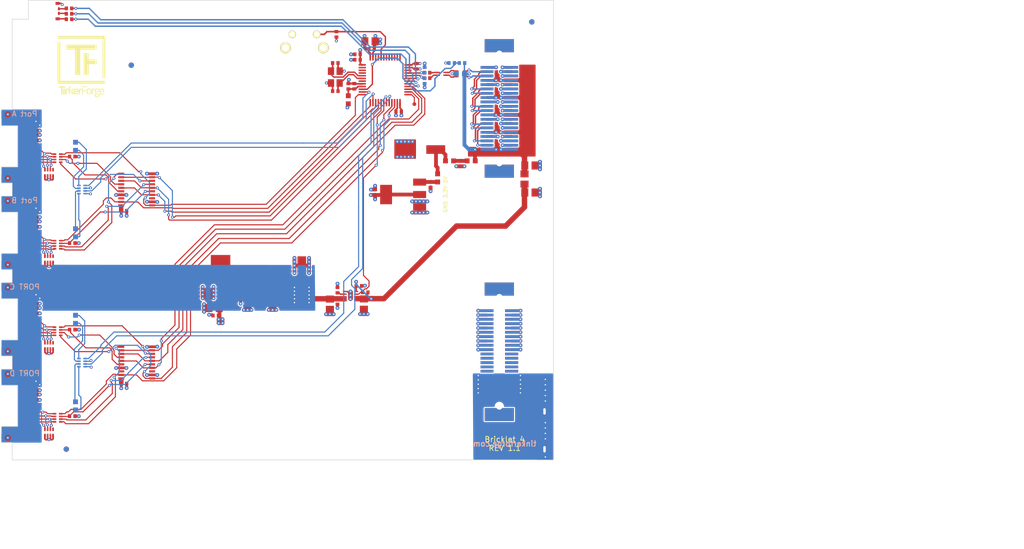
<source format=kicad_pcb>
(kicad_pcb (version 20221018) (generator pcbnew)
  (title_block (title "TNG BRICKLET 4") (date "2020-09-04") (rev "1.1") (company "Tinkerforge GmbH") (comment 1 "Licensed under CERN OHL v.1.1") (comment 2 "Copyright (©) 2020, B.Nordmeyer <bastian@tinkerforge.com>"))
  (layers (0 "F.Cu" signal) (1 "In1.Cu" power "GND") (2 "In2.Cu" power "VCC") (31 "B.Cu" signal) (34 "B.Paste" user) (35 "F.Paste" user) (36 "B.SilkS" user "B.Silkscreen") (37 "F.SilkS" user "F.Silkscreen") (38 "B.Mask" user) (39 "F.Mask" user) (44 "Edge.Cuts" user))
  (net 0 "")
  (net 1 "GND")
  (net 2 "3V3")
  (net 3 "Net-(C102-Pad1)")
  (net 4 "Net-(C108-Pad2)")
  (net 5 "Net-(C109-Pad2)")
  (net 6 "+5V")
  (net 7 "Net-(C112-Pad1)")
  (net 8 "USB-DP")
  (net 9 "USB-DM")
  (net 10 "5VA")
  (net 11 "Net-(C117-Pad1)")
  (net 12 "Earth")
  (net 13 "Net-(J103-Pad29)")
  (net 14 "Net-(J103-Pad27)")
  (net 15 "Net-(J103-Pad21)")
  (net 16 "Net-(J103-Pad19)")
  (net 17 "Net-(J103-Pad13)")
  (net 18 "Net-(J103-Pad11)")
  (net 19 "Net-(J103-Pad5)")
  (net 20 "Net-(J103-Pad3)")
  (net 21 "Net-(LED101-Pad4)")
  (net 22 "Net-(LED101-Pad2)")
  (net 23 "Net-(LED101-Pad3)")
  (net 24 "LEDR")
  (net 25 "LEDG")
  (net 26 "LEDB")
  (net 27 "USB-DMA")
  (net 28 "USB-DPA")
  (net 29 "USB-DMB")
  (net 30 "USB-DPB")
  (net 31 "AIN0")
  (net 32 "USB-DMC")
  (net 33 "USB-DPC")
  (net 34 "AGNDA")
  (net 35 "VCCPWRA")
  (net 36 "Net-(P102-Pad1)")
  (net 37 "Net-(R101-Pad2)")
  (net 38 "B-3V3")
  (net 39 "Net-(C206-Pad2)")
  (net 40 "B-5V")
  (net 41 "Net-(CP201-Pad2)")
  (net 42 "Net-(CP201-Pad3)")
  (net 43 "Net-(CP202-Pad2)")
  (net 44 "Net-(CP202-Pad3)")
  (net 45 "Net-(CP203-Pad2)")
  (net 46 "Net-(CP203-Pad3)")
  (net 47 "Net-(CP204-Pad3)")
  (net 48 "Net-(CP204-Pad2)")
  (net 49 "Net-(D201-Pad2)")
  (net 50 "Net-(D201-Pad1)")
  (net 51 "Net-(D202-Pad1)")
  (net 52 "Net-(D202-Pad2)")
  (net 53 "Net-(D203-Pad2)")
  (net 54 "Net-(D203-Pad1)")
  (net 55 "Net-(D204-Pad1)")
  (net 56 "Net-(D204-Pad2)")
  (net 57 "Net-(P201-Pad7)")
  (net 58 "Net-(P202-Pad7)")
  (net 59 "Net-(P203-Pad7)")
  (net 60 "Net-(P204-Pad7)")
  (net 61 "Net-(R201-Pad2)")
  (net 62 "Net-(R202-Pad2)")
  (net 63 "Net-(R203-Pad2)")
  (net 64 "Net-(R204-Pad2)")
  (net 65 "B-EN")
  (net 66 "Net-(RP201-Pad5)")
  (net 67 "Net-(RP201-Pad6)")
  (net 68 "B0-CS0")
  (net 69 "B0-CS1")
  (net 70 "Net-(RP202-Pad6)")
  (net 71 "Net-(RP202-Pad5)")
  (net 72 "B1-CS0")
  (net 73 "Net-(RP203-Pad6)")
  (net 74 "Net-(RP203-Pad5)")
  (net 75 "Net-(RP204-Pad5)")
  (net 76 "Net-(RP204-Pad6)")
  (net 77 "B1-CS1")
  (net 78 "B0-CLK")
  (net 79 "B0-MISO")
  (net 80 "B0-MOSI")
  (net 81 "B1-CLK")
  (net 82 "B1-MISO")
  (net 83 "B1-MOSI")
  (net 84 "Net-(CP201-Pad4)")
  (net 85 "Net-(CP202-Pad4)")
  (net 86 "Net-(CP203-Pad4)")
  (net 87 "Net-(CP204-Pad4)")
  (net 88 "LED-A")
  (net 89 "LED-B")
  (net 90 "LED-D")
  (net 91 "LED-C")
  (net 92 "Net-(C211-Pad2)")
  (net 93 "_B-5V")
  (net 94 "Net-(CP201-Pad1)")
  (net 95 "Net-(CP202-Pad1)")
  (net 96 "Net-(CP203-Pad1)")
  (net 97 "Net-(CP204-Pad1)")
  (net 98 "Net-(J101-Pad22)")
  (net 99 "Net-(J101-Pad24)")
  (net 100 "Net-(J101-Pad26)")
  (net 101 "Net-(J101-Pad28)")
  (net 102 "Net-(J101-Pad30)")
  (net 103 "Net-(J101-Pad21)")
  (net 104 "Net-(J101-Pad23)")
  (net 105 "Net-(J101-Pad25)")
  (net 106 "Net-(J101-Pad27)")
  (net 107 "Net-(J101-Pad29)")
  (net 108 "Net-(J102-Pad22)")
  (net 109 "Net-(J102-Pad24)")
  (net 110 "Net-(J102-Pad26)")
  (net 111 "Net-(J102-Pad28)")
  (net 112 "Net-(J102-Pad30)")
  (net 113 "Net-(J102-Pad21)")
  (net 114 "Net-(J102-Pad23)")
  (net 115 "Net-(J102-Pad25)")
  (net 116 "Net-(J102-Pad27)")
  (net 117 "Net-(J102-Pad29)")
  (net 118 "Net-(J103-Pad37)")
  (net 119 "Net-(J103-Pad35)")
  (net 120 "Net-(U101-Pad2)")
  (net 121 "Net-(U101-Pad3)")
  (net 122 "Net-(U101-Pad4)")
  (net 123 "Net-(U101-Pad7)")
  (net 124 "Net-(U101-Pad34)")
  (net 125 "Net-(U101-Pad37)")
  (net 126 "Net-(U101-Pad38)")
  (net 127 "Net-(U101-Pad39)")
  (net 128 "LED0")
  (net 129 "LED1")
  (net 130 "LED2")
  (net 131 "LED3")
  (net 132 "Net-(U101-Pad45)")
  (net 133 "Net-(U101-Pad46)")
  (net 134 "Net-(U201-Pad3)")
  (net 135 "Net-(U201-Pad18)")
  (net 136 "Net-(U202-Pad18)")
  (net 137 "Net-(U202-Pad3)")
  (footprint "kicad-libraries:C0402F" (layer "F.Cu") (at 156.85 98 90)
    (fp_text reference "C116")
    (fp_text value "1uF")
  )
  (footprint "kicad-libraries:C0402F" (layer "F.Cu") (at 167.1 96.6 -90)
    (fp_text reference "C117")
    (fp_text value "1uF")
  )
  (footprint "kicad-libraries:TNG-40-TOP" (layer "F.Cu") (at 179.8 127.5 -90)
    (fp_text reference "J101")
    (fp_text value "TNG-Power-TOP")
  )
  (footprint "kicad-libraries:TNG-40-TOP" (layer "F.Cu") (at 179.8 82.5 -90)
    (fp_text reference "J103")
    (fp_text value "TNG-Data-TOP")
  )
  (footprint "kicad-libraries:R0603F" (layer "F.Cu") (at 151.9 80.9 90)
    (fp_text reference "L101")
    (fp_text value "FB")
  )
  (footprint "kicad-libraries:R0603F" (layer "F.Cu") (at 170.6 92.2 180)
    (fp_text reference "L103")
    (fp_text value "INDUCTs")
  )
  (footprint "kicad-libraries:R0603F" (layer "F.Cu") (at 174.6 92.2 180)
    (fp_text reference "L104")
    (fp_text value "INDUCTs")
  )
  (footprint "kicad-libraries:WE-CNSW-0603" (layer "F.Cu") (at 169.15 76.1 180)
    (fp_text reference "L105")
    (fp_text value "744230900")
  )
  (footprint "kicad-libraries:LQFP48" (layer "F.Cu") (at 158.7 77.2 -90)
    (fp_text reference "U101")
    (fp_text value "STM32F070CBT6")
  )
  (footprint "kicad-libraries:SOT563-SPEC" (layer "F.Cu") (at 172.65 76.1 -90)
    (fp_text reference "U103")
    (fp_text value "82400152")
  )
  (footprint "kicad-libraries:CRYSTAL_3225" (layer "F.Cu") (at 149.5 76.7 90)
    (fp_text reference "X101")
    (fp_text value "8MHz")
  )
  (footprint "kicad-libraries:C0402F" (layer "F.Cu") (at 153.6 72.5 180)
    (fp_text reference "C101")
    (fp_text value "1uF")
  )
  (footprint "kicad-libraries:C0402F" (layer "F.Cu") (at 151.9 78.4 90)
    (fp_text reference "C102")
    (fp_text value "1uF")
  )
  (footprint "kicad-libraries:C0402F" (layer "F.Cu") (at 161.2 83.05 180)
    (fp_text reference "C103")
    (fp_text value "100nF")
  )
  (footprint "kicad-libraries:C0402F" (layer "F.Cu") (at 164.4 74.7 -90)
    (fp_text reference "C104")
    (fp_text value "100nF")
  )
  (footprint "kicad-libraries:C0402F" (layer "F.Cu") (at 156.2 71.5)
    (fp_text reference "C105")
    (fp_text value "100nF")
  )
  (footprint "kicad-libraries:C0402F" (layer "F.Cu") (at 153.6 73.5 180)
    (fp_text reference "C106")
    (fp_text value "100nF")
  )
  (footprint "kicad-libraries:C0402F" (layer "F.Cu") (at 153 78.4 90)
    (fp_text reference "C107")
    (fp_text value "100nF")
  )
  (footprint "kicad-libraries:R0402F" (layer "F.Cu") (at 100.3 66 180)
    (fp_text reference "R102")
    (fp_text value "0")
  )
  (footprint "kicad-libraries:R0402F" (layer "F.Cu") (at 100.3 65 180)
    (fp_text reference "R105")
    (fp_text value "0")
  )
  (footprint "kicad-libraries:R0402F" (layer "F.Cu") (at 100.3 64 180)
    (fp_text reference "R106")
    (fp_text value "56")
  )
  (footprint "kicad-libraries:C0402F" (layer "F.Cu") (at 149.5 74.1 180)
    (fp_text reference "C108")
    (fp_text value "33pF")
  )
  (footprint "kicad-libraries:C0402F" (layer "F.Cu") (at 149.5 79.3)
    (fp_text reference "C109")
    (fp_text value "33pF")
  )
  (footprint "kicad-libraries:R0402F" (layer "F.Cu") (at 149.7 68.8 90)
    (fp_text reference "R101")
    (fp_text value "1k")
  )
  (footprint "kicad-libraries:R0402F" (layer "F.Cu") (at 166.45 75.9 180)
    (fp_text reference "R103")
    (fp_text value "22")
  )
  (footprint "kicad-libraries:R0402F" (layer "F.Cu") (at 166.45 76.9 180)
    (fp_text reference "R104")
    (fp_text value "22")
  )
  (footprint "kicad-libraries:Logo_TF_10x12" (layer "F.Cu") (at 102.6 74.6)
    (fp_text reference "G***" hide)
    (fp_text value "LOGO" hide)
  )
  (footprint "kicad-libraries:DEBUG_PAD" (layer "F.Cu") (at 164.1 81.7)
    (fp_text reference "P102")
    (fp_text value "Debug")
  )
  (footprint "kicad-libraries:SOT-223" (layer "F.Cu") (at 161.975 98.425 90)
    (fp_text reference "U102")
    (fp_text value "AZ1117EH")
  )
  (footprint "kicad-libraries:R0603F" (layer "F.Cu") (at 168.4 95.35 -90)
    (fp_text reference "L102")
    (fp_text value "INDUCTs")
  )
  (footprint "kicad-libraries:C0402F" (layer "F.Cu") (at 172.6 92.7 -90)
    (fp_text reference "C112")
    (fp_text value "100nF")
  )
  (footprint "kicad-libraries:PE_Hook" (layer "F.Cu") (at 188.3 139.6)
    (fp_text reference "P103")
    (fp_text value "PE")
  )
  (footprint "kicad-libraries:Fiducial_Mark" (layer "F.Cu") (at 185.8 66.5)
    (fp_text reference "Fiducial_Mark" hide)
    (fp_text value "VAL**" hide)
  )
  (footprint "kicad-libraries:Fiducial_Mark" (layer "F.Cu") (at 99.8 145.5)
    (fp_text reference "Fiducial_Mark" hide)
    (fp_text value "VAL**" hide)
  )
  (footprint "kicad-libraries:Fiducial_Mark" (layer "F.Cu") (at 111.8 74.5)
    (fp_text reference "Fiducial_Mark" hide)
    (fp_text value "VAL**" hide)
  )
  (footprint "kicad-libraries:Fiducial_Mark" (layer "F.Cu") (at 175.8 142.5)
    (fp_text reference "Fiducial_Mark" hide)
    (fp_text value "VAL**" hide)
  )
  (footprint "kicad-libraries:TACT-6MM-HOR" (layer "F.Cu") (at 143.8 68.8)
    (fp_text reference "SW101")
    (fp_text value "BOOT")
  )
  (footprint "kicad-libraries:C0402F" (layer "F.Cu") (at 153.85 115.325 180)
    (fp_text reference "C205")
    (fp_text value "1uF")
  )
  (footprint "kicad-libraries:C0402F" (layer "F.Cu") (at 149.9 116.1 -90)
    (fp_text reference "C206")
    (fp_text value "DNP")
  )
  (footprint "kicad-libraries:4X0402" (layer "F.Cu") (at 96.6 110.4 180)
    (fp_text reference "CP202")
    (fp_text value "220pF")
  )
  (footprint "kicad-libraries:4X0402" (layer "F.Cu") (at 96.6 126.4 180)
    (fp_text reference "CP203")
    (fp_text value "220pF")
  )
  (footprint "kicad-libraries:4X0402" (layer "F.Cu") (at 96.6 142.4 180)
    (fp_text reference "CP204")
    (fp_text value "220pF")
  )
  (footprint "kicad-libraries:R0603F" (layer "F.Cu") (at 135.6 116.9 180)
    (fp_text reference "L202")
    (fp_text value "INDUCTs")
  )
  (footprint "kicad-libraries:R0402F" (layer "F.Cu") (at 100.9 91.4 180)
    (fp_text reference "R201")
    (fp_text value "10k")
  )
  (footprint "kicad-libraries:R0402F" (layer "F.Cu") (at 100.9 107.4 180)
    (fp_text reference "R202")
    (fp_text value "10k")
  )
  (footprint "kicad-libraries:R0402F" (layer "F.Cu") (at 100.9 123.4 180)
    (fp_text reference "R203")
    (fp_text value "10k")
  )
  (footprint "kicad-libraries:R0402F" (layer "F.Cu") (at 155.025 116.5 180)
    (fp_text reference "R205")
    (fp_text value "10k")
  )
  (footprint "kicad-libraries:TSSOP20" (layer "F.Cu") (at 112.8 97.5 90)
    (fp_text reference "U201")
    (fp_text value "74AHC244")
  )
  (footprint "kicad-libraries:TSSOP20" (layer "F.Cu") (at 112.8 129.5 90)
    (fp_text reference "U202")
    (fp_text value "74AHC244")
  )
  (footprint "kicad-libraries:WSON8-2x2" (layer "F.Cu") (at 152.3 117.1 180)
    (fp_text reference "U203")
    (fp_text value "TPS22975")
  )
  (footprint "kicad-libraries:SOT-223" (layer "F.Cu") (at 128.3 113.8)
    (fp_text reference "U204")
    (fp_text value "AZ1117EH")
  )
  (footprint "kicad-libraries:R0402F" (layer "F.Cu") (at 100.9 139.4 180)
    (fp_text reference "R204")
    (fp_text value "10k")
  )
  (footprint "kicad-libraries:C0402F" (layer "F.Cu") (at 94.2 86.1 -90)
    (fp_text reference "C212")
    (fp_text value "1uF")
  )
  (footprint "kicad-libraries:C0402F" (layer "F.Cu") (at 94.2 102.1 -90)
    (fp_text reference "C214")
    (fp_text value "1uF")
  )
  (footprint "kicad-libraries:C0402F" (layer "F.Cu") (at 94.2 103.9 90)
    (fp_text reference "C215")
    (fp_text value "1uF")
  )
  (footprint "kicad-libraries:C0402F" (layer "F.Cu") (at 94.2 118.1 -90)
    (fp_text reference "C216")
    (fp_text value "1uF")
  )
  (footprint "kicad-libraries:C0402F" (layer "F.Cu") (at 94.2 119.9 90)
    (fp_text reference "C217")
    (fp_text value "1uF")
  )
  (footprint "kicad-libraries:C0402F" (layer "F.Cu") (at 94.2 134.1 -90)
    (fp_text reference "C218")
    (fp_text value "1uF")
  )
  (footprint "kicad-libraries:C0402F" (layer "F.Cu") (at 94.2 135.9 90)
    (fp_text reference "C219")
    (fp_text value "1uF")
  )
  (footprint "kicad-libraries:C0402F" (layer "F.Cu") (at 94.2 87.9 90)
    (fp_text reference "C213")
    (fp_text value "1uF")
  )
  (footprint "kicad-libraries:CON-SENSOR2" (layer "F.Cu") (at 87.8 105.5 -90)
    (fp_text reference "P202")
    (fp_text value "CON-SENSOR2")
  )
  (footprint "kicad-libraries:C0402F" (layer "F.Cu") (at 149.9 118.2 90)
    (fp_text reference "C208")
    (fp_text value "100nF")
  )
  (footprint "kicad-libraries:CON-SENSOR2" (layer "F.Cu") (at 87.8 89.5 -90)
    (fp_text reference "P201")
    (fp_text value "CON-SENSOR2")
  )
  (footprint "kicad-libraries:CON-SENSOR2" (layer "F.Cu") (at 87.8 121.5 -90)
    (fp_text reference "P203")
    (fp_text value "CON-SENSOR2")
  )
  (footprint "kicad-libraries:CON-SENSOR2" (layer "F.Cu") (at 87.8 137.5 -90)
    (fp_text reference "P204")
    (fp_text value "CON-SENSOR2")
  )
  (footprint "kicad-libraries:C0402F" (layer "F.Cu") (at 132 117.4 90)
    (fp_text reference "C220")
    (fp_text value "1uF")
  )
  (footprint "kicad-libraries:C0402F" (layer "F.Cu") (at 127.4 120.8)
    (fp_text reference "C221")
    (fp_text value "1uF")
  )
  (footprint "kicad-libraries:4X0402" (layer "F.Cu") (at 98.2 91.7 -90)
    (fp_text reference "RP201")
    (fp_text value "82")
  )
  (footprint "kicad-libraries:4X0402" (layer "F.Cu") (at 96.6 94.4 180)
    (fp_text reference "CP201")
    (fp_text value "220pF")
  )
  (footprint "kicad-libraries:4X0402" (layer "F.Cu") (at 98.2 107.7 -90)
    (fp_text reference "RP202")
    (fp_text value "82")
  )
  (footprint "kicad-libraries:4X0402" (layer "F.Cu") (at 98.2 123.7 -90)
    (fp_text reference "RP203")
    (fp_text value "82")
  )
  (footprint "kicad-libraries:4X0402" (layer "F.Cu") (at 98.2 139.7 -90)
    (fp_text reference "RP204")
    (fp_text value "82")
  )
  (footprint "kicad-libraries:LED-RGB-LP" (layer "F.Cu") (at 98.2 64.5 90)
    (fp_text reference "LED101")
    (fp_text value "EASV3015RGBA0")
  )
  (footprint "kicad-libraries:C0402F" (layer "F.Cu") (at 110.45 101.45 180)
    (fp_text reference "C201")
    (fp_text value "100nF")
  )
  (footprint "kicad-libraries:C0402F" (layer "F.Cu") (at 110.45 133.4 180)
    (fp_text reference "C202")
    (fp_text value "100nF")
  )
  (footprint "kicad-libraries:ELKO_63" (layer "F.Cu") (at 165.35 90.1)
    (fp_text reference "C111")
    (fp_text value "100uF")
  )
  (footprint "kicad-libraries:ELKO_63" (layer "F.Cu") (at 143.3 114.3 -90)
    (fp_text reference "C209")
    (fp_text value "100uF")
  )
  (footprint "kicad-libraries:C0805E" (layer "F.Cu") (at 155.9 70.1)
    (fp_text reference "C110")
    (fp_text value "10uF")
  )
  (footprint "kicad-libraries:C0805E" (layer "F.Cu") (at 185.45 93.05 180)
    (fp_text reference "C203")
    (fp_text value "10uF")
  )
  (footprint "kicad-libraries:C0805E" (layer "F.Cu") (at 154.775 118.675 90)
    (fp_text reference "C204")
    (fp_text value "10uF")
  )
  (footprint "kicad-libraries:C0805E" (layer "F.Cu") (at 148.5 118.7 90)
    (fp_text reference "C207")
    (fp_text value "10uF")
  )
  (footprint "kicad-libraries:C0805E" (layer "F.Cu") (at 137.9 117.9 90)
    (fp_text reference "C210")
    (fp_text value "10uF")
  )
  (footprint "kicad-libraries:C0805E" (layer "F.Cu") (at 133.3 117.9 90)
    (fp_text reference "C211")
    (fp_text value "10uF")
  )
  (footprint "kicad-libraries:C0805E" (layer "F.Cu") (at 127.1 119.4)
    (fp_text reference "C222")
    (fp_text value "10uF")
  )
  (footprint "kicad-libraries:C0805E" (layer "F.Cu") (at 185.45 98.05 180)
    (fp_text reference "C223")
    (fp_text value "10uF")
  )
  (footprint "kicad-libraries:R0805E" (layer "F.Cu") (at 184.45 95.55 90)
    (fp_text reference "L201")
    (fp_text value "742792040")
  )
  (footprint "kicad-libraries:C0603F" (layer "B.Cu") (at 172.6 76.1 180)
    (fp_text reference "C115")
    (fp_text value "2.2uF")
  )
  (footprint "kicad-libraries:TNG-40-BTM" (layer "B.Cu") (at 179.8 127.5 -90)
    (fp_text reference "J102")
    (fp_text value "TNG-Power-BTM")
  )
  (footprint "kicad-libraries:TNG-40-BTM" (layer "B.Cu") (at 179.8 82.5 -90)
    (fp_text reference "J104")
    (fp_text value "TNG-Data-BTM")
  )
  (footprint "kicad-libraries:C0402F" (layer "B.Cu") (at 166 75.4 90)
    (fp_text reference "C113")
    (fp_text value "47pF")
  )
  (footprint "kicad-libraries:C0402F" (layer "B.Cu") (at 166 77.4 -90)
    (fp_text reference "C114")
    (fp_text value "47pF")
  )
  (footprint "kicad-libraries:R0402F" (layer "B.Cu") (at 172.9 74.1 180)
    (fp_text reference "R107")
    (fp_text value "1k")
  )
  (footprint "kicad-libraries:R0402F" (layer "B.Cu") (at 171 74.1 180)
    (fp_text reference "R108")
    (fp_text value "1k")
  )
  (footprint "kicad-libraries:Fiducial_Mark" (layer "B.Cu") (at 111.8 74.5)
    (fp_text reference "Fiducial_Mark" hide)
    (fp_text value "VAL**" hide)
  )
  (footprint "kicad-libraries:Fiducial_Mark" (layer "B.Cu") (at 185.8 66.5)
    (fp_text reference "Fiducial_Mark" hide)
    (fp_text value "VAL**" hide)
  )
  (footprint "kicad-libraries:Fiducial_Mark" (layer "B.Cu") (at 99.8 145.5)
    (fp_text reference "Fiducial_Mark" hide)
    (fp_text value "VAL**" hide)
  )
  (footprint "kicad-libraries:4X0402" (layer "B.Cu") (at 102.7 97.5 -90)
    (fp_text reference "RP205")
    (fp_text value "470")
  )
  (footprint "kicad-libraries:LED-LP" (layer "B.Cu") (at 101.5 89.5 90)
    (fp_text reference "D201")
    (fp_text value "LED")
  )
  (footprint "kicad-libraries:LED-LP" (layer "B.Cu") (at 101.5 105.5 90)
    (fp_text reference "D202")
    (fp_text value "LED")
  )
  (footprint "kicad-libraries:LED-LP" (layer "B.Cu") (at 101.5 121.5 90)
    (fp_text reference "D203")
    (fp_text value "LED")
  )
  (footprint "kicad-libraries:LED-LP" (layer "B.Cu") (at 101.5 137.5 90)
    (fp_text reference "D204")
    (fp_text value "LED")
  )
  (footprint "kicad-libraries:4X0402" (layer "B.Cu") (at 102.7 129.5 -90)
    (fp_text reference "RP206")
    (fp_text value "470")
  )
  (gr_line (start 87.8 85.7) (end 90.8 85.7) (stroke (width 0.1)) (layer "Edge.Cuts"))
  (gr_line (start 90.8 133.7) (end 90.8 141.3) (stroke (width 0.1)) (layer "Edge.Cuts"))
  (gr_line (start 87.8 98.7) (end 89.8 98.7) (stroke (width 0.1)) (layer "Edge.Cuts"))
  (gr_line (start 87.8 82.7) (end 89.8 82.7) (stroke (width 0.1)) (layer "Edge.Cuts"))
  (gr_line (start 89.8 82.7) (end 89.8 66) (stroke (width 0.1)) (layer "Edge.Cuts"))
  (gr_line (start 87.8 141.3) (end 90.8 141.3) (stroke (width 0.1)) (layer "Edge.Cuts"))
  (gr_line (start 89.8 112.3) (end 87.8 112.3) (stroke (width 0.1)) (layer "Edge.Cuts"))
  (gr_line (start 89.8 144.3) (end 87.8 144.3) (stroke (width 0.1)) (layer "Edge.Cuts"))
  (gr_line (start 89.8 98.7) (end 89.8 96.3) (stroke (width 0.1)) (layer "Edge.Cuts"))
  (gr_line (start 87.8 130.7) (end 87.8 133.7) (stroke (width 0.1)) (layer "Edge.Cuts"))
  (gr_line (start 87.8 144.3) (end 87.8 141.3) (stroke (width 0.1)) (layer "Edge.Cuts"))
  (gr_line (start 89.8 147.5) (end 89.8 144.3) (stroke (width 0.1)) (layer "Edge.Cuts"))
  (gr_line (start 89.8 128.3) (end 89.8 130.7) (stroke (width 0.1)) (layer "Edge.Cuts"))
  (gr_line (start 90.8 117.7) (end 90.8 125.3) (stroke (width 0.1)) (layer "Edge.Cuts"))
  (gr_line (start 87.8 128.3) (end 87.8 125.3) (stroke (width 0.1)) (layer "Edge.Cuts"))
  (gr_line (start 89.8 147.5) (end 189.8 147.5) (stroke (width 0.1)) (layer "Edge.Cuts"))
  (gr_line (start 90.8 93.3) (end 87.8 93.3) (stroke (width 0.1)) (layer "Edge.Cuts"))
  (gr_line (start 89.8 96.3) (end 87.8 96.3) (stroke (width 0.1)) (layer "Edge.Cuts"))
  (gr_line (start 90.8 85.7) (end 90.8 93.3) (stroke (width 0.1)) (layer "Edge.Cuts"))
  (gr_line (start 87.8 112.3) (end 87.8 109.3) (stroke (width 0.1)) (layer "Edge.Cuts"))
  (gr_line (start 89.8 114.7) (end 89.8 112.3) (stroke (width 0.1)) (layer "Edge.Cuts"))
  (gr_line (start 87.8 114.7) (end 89.8 114.7) (stroke (width 0.1)) (layer "Edge.Cuts"))
  (gr_line (start 189.8 147.5) (end 189.8 62.5) (stroke (width 0.1)) (layer "Edge.Cuts"))
  (gr_line (start 92.8 66) (end 92.8 62.5) (stroke (width 0.1)) (layer "Edge.Cuts"))
  (gr_line (start 90.8 101.7) (end 87.8 101.7) (stroke (width 0.1)) (layer "Edge.Cuts"))
  (gr_line (start 87.8 109.3) (end 90.8 109.3) (stroke (width 0.1)) (layer "Edge.Cuts"))
  (gr_line (start 92.8 66) (end 89.8 66) (stroke (width 0.1)) (layer "Edge.Cuts"))
  (gr_line (start 87.8 96.3) (end 87.8 93.3) (stroke (width 0.1)) (layer "Edge.Cuts"))
  (gr_line (start 87.8 117.7) (end 90.8 117.7) (stroke (width 0.1)) (layer "Edge.Cuts"))
  (gr_line (start 87.8 133.7) (end 90.8 133.7) (stroke (width 0.1)) (layer "Edge.Cuts"))
  (gr_line (start 87.8 128.3) (end 89.8 128.3) (stroke (width 0.1)) (layer "Edge.Cuts"))
  (gr_line (start 90.8 109.3) (end 90.8 101.7) (stroke (width 0.1)) (layer "Edge.Cuts"))
  (gr_line (start 92.8 62.5) (end 189.8 62.5) (stroke (width 0.1)) (layer "Edge.Cuts"))
  (gr_line (start 90.8 125.3) (end 87.8 125.3) (stroke (width 0.1)) (layer "Edge.Cuts"))
  (gr_line (start 87.8 85.7) (end 87.8 82.7) (stroke (width 0.1)) (layer "Edge.Cuts"))
  (gr_line (start 87.8 101.7) (end 87.8 98.7) (stroke (width 0.1)) (layer "Edge.Cuts"))
  (gr_line (start 87.8 117.7) (end 87.8 114.7) (stroke (width 0.1)) (layer "Edge.Cuts"))
  (gr_line (start 89.8 130.7) (end 87.8 130.7) (stroke (width 0.1)) (layer "Edge.Cuts"))
  (gr_text "Port A" (at 92.1 83.5) (layer "B.SilkS") (effects (font (size 1 1)) (justify mirror)))
  (gr_text "PORT D" (at 92.1 131.5) (layer "B.SilkS") (effects (font (size 1 1)) (justify mirror)))
  (gr_text "PORT C" (at 92.1 115.5) (layer "B.SilkS") (effects (font (size 1 1)) (justify mirror)))
  (gr_text "Port B" (at 92.1 99.5) (layer "B.SilkS") (effects (font (size 1 1)) (justify mirror)))
  (gr_text "tinkerforge.com" (at 180.8 144.5) (layer "B.SilkS") (effects (font (size 1 1) (thickness 0.2)) (justify mirror)))
  (gr_text "Bricklet 4\nREV 1.1" (at 180.8 144.5) (layer "F.SilkS") (effects (font (size 1 1))))
  (gr_text "GND 3.3V 5V" (at 169.85 98.4 90) (layer "F.SilkS") (effects (font (size 0.7 0.7))))
  (segment (start 156.4521 72.1479) (end 156.7 71.9) (width 0.3) (layer "F.Cu") (net 1))
  (segment (start 156.7 71.9) (end 156.7 71.5) (width 0.3) (layer "F.Cu") (net 1))
  (segment (start 153.0493 77.9493) (end 153 77.9) (width 0.3) (layer "F.Cu") (net 1))
  (segment (start 149 78.09992) (end 148.6999 77.79982) (width 0.3) (layer "F.Cu") (net 1))
  (segment (start 150 75.30008) (end 150.3001 75.60018) (width 0.3) (layer "F.Cu") (net 1))
  (segment (start 163.7521 74.9521) (end 164 75.2) (width 0.3) (layer "F.Cu") (net 1))
  (segment (start 164 75.2) (end 164.4 75.2) (width 0.3) (layer "F.Cu") (net 1))
  (segment (start 156.90076 70.69924) (end 156.7 70.9) (width 0.5) (layer "F.Cu") (net 1))
  (segment (start 156.7 70.9) (end 156.7 71.5) (width 0.5) (layer "F.Cu") (net 1))
  (segment (start 156.90076 69.10076) (end 156.9 69.1) (width 0.5) (layer "F.Cu") (net 1))
  (segment (start 157.45 70.1) (end 157.8 70.45) (width 0.5) (layer "F.Cu") (net 1))
  (segment (start 157.45 70.1) (end 157.8 69.75) (width 0.5) (layer "F.Cu") (net 1))
  (segment (start 151.9 77.3) (end 152 77.2) (width 0.4) (layer "F.Cu") (net 1))
  (segment (start 180.1 75.7) (end 182.075 75.7) (width 0.5) (layer "F.Cu") (net 1))
  (segment (start 180.1 78.9) (end 182.075 78.9) (width 0.5) (layer "F.Cu") (net 1))
  (segment (start 180.1 82.1) (end 182.075 82.1) (width 0.5) (layer "F.Cu") (net 1))
  (segment (start 180.4 84.5) (end 182.075 84.5) (width 0.5) (layer "F.Cu") (net 1))
  (segment (start 180.4 86.1) (end 182.075 86.1) (width 0.5) (layer "F.Cu") (net 1))
  (segment (start 180.4 87.7) (end 182.075 87.7) (width 0.5) (layer "F.Cu") (net 1))
  (segment (start 180.4 89.3) (end 182.075 89.3) (width 0.5) (layer "F.Cu") (net 1))
  (segment (start 162.34988 88.65012) (end 162.35 88.65) (width 0.7) (layer "F.Cu") (net 1))
  (segment (start 162.34988 91.44988) (end 162.35 91.45) (width 0.7) (layer "F.Cu") (net 1))
  (segment (start 151.14982 75.60018) (end 151.15 75.6) (width 0.5) (layer "F.Cu") (net 1))
  (segment (start 147.85018 77.79982) (end 147.85 77.8) (width 0.5) (layer "F.Cu") (net 1))
  (segment (start 144.65 110.85) (end 144.65 110.15) (width 0.7) (layer "F.Cu") (net 1))
  (segment (start 94.2 118.6) (end 94.2 119) (width 0.5) (layer "F.Cu") (net 1))
  (segment (start 133.3 119.75) (end 132.6 119.75) (width 0.7) (layer "F.Cu") (net 1))
  (segment (start 96.84892 95.45108) (end 96.6 95.7) (width 0.3) (layer "F.Cu") (net 1))
  (segment (start 162.34988 90.05) (end 162.34988 88.65012) (width 0.7) (layer "F.Cu") (net 1))
  (segment (start 165.1 99.7) (end 165.8 99.7) (width 0.7) (layer "F.Cu") (net 1))
  (segment (start 96.35108 95.45108) (end 96.6 95.7) (width 0.3) (layer "F.Cu") (net 1))
  (segment (start 116.57354 126.57646) (end 116.6 126.55) (width 0.5) (layer "F.Cu") (net 1))
  (segment (start 132 117.9) (end 132 118.6) (width 0.5) (layer "F.Cu") (net 1))
  (segment (start 116.5733 99.7733) (end 116.6 99.8) (width 0.5) (layer "F.Cu") (net 1))
  (segment (start 126.09924 119.4) (end 125.25 119.4) (width 0.7) (layer "F.Cu") (net 1))
  (segment (start 125.494974 116.9) (end 125 116.9) (width 0.7) (layer "F.Cu") (net 1))
  (segment (start 125.25 119.4) (end 125.25 118.7) (width 0.7) (layer "F.Cu") (net 1))
  (segment (start 96.35108 94.975) (end 96.35108 95.45108) (width 0.3) (layer "F.Cu") (net 1))
  (segment (start 109.95012 98.47282) (end 110.87282 98.47282) (width 0.5) (layer "F.Cu") (net 1))
  (segment (start 148.6999 77.79982) (end 147.85018 77.79982) (width 0.5) (layer "F.Cu") (net 1))
  (segment (start 153 77.9) (end 151.9 77.9) (width 0.4) (layer "F.Cu") (net 1))
  (segment (start 115.64988 99.7733) (end 114.7233 99.7733) (width 0.5) (layer "F.Cu") (net 1))
  (segment (start 141.95012 111.54988) (end 141.95 111.55) (width 0.7) (layer "F.Cu") (net 1))
  (segment (start 162.92402 74.9521) (end 163.7521 74.9521) (width 0.3) (layer "F.Cu") (net 1))
  (segment (start 144.65 111.55) (end 144.65 112.25) (width 0.7) (layer "F.Cu") (net 1))
  (segment (start 97.3493 126.975) (end 97.3493 127.6) (width 0.3) (layer "F.Cu") (net 1))
  (segment (start 160.7 82.7) (end 160.9479 82.4521) (width 0.3) (layer "F.Cu") (net 1))
  (segment (start 96.0007 143.75) (end 96.6 143.75) (width 0.3) (layer "F.Cu") (net 1))
  (segment (start 156.90076 70.1) (end 156.90076 69.10076) (width 0.5) (layer "F.Cu") (net 1))
  (segment (start 137.9 119.75) (end 138.6 119.75) (width 0.7) (layer "F.Cu") (net 1))
  (segment (start 109.02718 98.47282) (end 109 98.5) (width 0.5) (layer "F.Cu") (net 1))
  (segment (start 96.1007 127.85) (end 96.6 127.85) (width 0.3) (layer "F.Cu") (net 1))
  (segment (start 96.35108 126.975) (end 96.35108 127.60108) (width 0.3) (layer "F.Cu") (net 1))
  (segment (start 97.1993 111.75) (end 96.6 111.75) (width 0.3) (layer "F.Cu") (net 1))
  (segment (start 148.5 120.55) (end 147.8 120.55) (width 0.7) (layer "F.Cu") (net 1))
  (segment (start 171.9 76.1) (end 171.1 76.1) (width 0.25) (layer "F.Cu") (net 1))
  (segment (start 165.0738 99.7262) (end 165.1 99.7) (width 0.7) (layer "F.Cu") (net 1))
  (segment (start 95.8507 110.975) (end 95.8507 111.6) (width 0.3) (layer "F.Cu") (net 1))
  (segment (start 95.8507 111.6) (end 96.0007 111.75) (width 0.3) (layer "F.Cu") (net 1))
  (segment (start 125.99756 116.9) (end 125.494974 116.9) (width 0.7) (layer "F.Cu") (net 1))
  (segment (start 154.95 115.325) (end 154.961711 115.313289) (width 0.3) (layer "F.Cu") (net 1))
  (segment (start 96.84892 127.60108) (end 96.6 127.85) (width 0.3) (layer "F.Cu") (net 1))
  (segment (start 165.0738 100.72624) (end 165.0738 99.7262) (width 0.7) (layer "F.Cu") (net 1))
  (segment (start 163.05 88.65) (end 163.75 88.65) (width 0.7) (layer "F.Cu") (net 1))
  (segment (start 94.2 103.4) (end 94.9 103.4) (width 0.7) (layer "F.Cu") (net 1))
  (segment (start 160.9479 82.4521) (end 160.9479 81.42402) (width 0.3) (layer "F.Cu") (net 1))
  (segment (start 94.2 134.6) (end 94.2 135) (width 0.5) (layer "F.Cu") (net 1))
  (segment (start 144.65 112.25) (end 144.65 112.95) (width 0.7) (layer "F.Cu") (net 1))
  (segment (start 154.466737 115.27499) (end 154.961711 115.27499) (width 0.5) (layer "F.Cu") (net 1))
  (segment (start 126.74999 120.64999) (end 126.684414 120.64999) (width 0.5) (layer "F.Cu") (net 1))
  (segment (start 92.4 135) (end 94.2 135) (width 0.7) (layer "F.Cu") (net 1))
  (segment (start 182.075 82.9) (end 180.4 82.9) (width 0.5) (layer "F.Cu") (net 1))
  (segment (start 94.2 102.6) (end 94.2 103) (width 0.5) (layer "F.Cu") (net 1))
  (segment (start 152.3 117.1) (end 152.3 117.05) (width 0.7) (layer "F.Cu") (net 1))
  (segment (start 162.35 88.65) (end 163.05 88.65) (width 0.7) (layer "F.Cu") (net 1))
  (segment (start 154.775 120.525) (end 155.475 120.525) (width 0.7) (layer "F.Cu") (net 1))
  (segment (start 151.9 77.9) (end 151.9 77.3) (width 0.4) (layer "F.Cu") (net 1))
  (segment (start 162.35 88.65) (end 161.65 88.65) (width 0.7) (layer "F.Cu") (net 1))
  (segment (start 125.25 119.4) (end 125.25 120.1) (width 0.7) (layer "F.Cu") (net 1))
  (segment (start 96.84892 126.975) (end 96.84892 127.60108) (width 0.3) (layer "F.Cu") (net 1))
  (segment (start 152.3 117.1) (end 152.3 117.75) (width 0.7) (layer "F.Cu") (net 1))
  (segment (start 96.0007 111.75) (end 96.6 111.75) (width 0.3) (layer "F.Cu") (net 1))
  (segment (start 95.8507 95.6) (end 95.9507 95.7) (width 0.3) (layer "F.Cu") (net 1))
  (segment (start 97.3493 110.975) (end 97.3493 111.6) (width 0.3) (layer "F.Cu") (net 1))
  (segment (start 182.075 85.3) (end 180.1 85.3) (width 0.5) (layer "F.Cu") (net 1))
  (segment (start 154.45001 115.27499) (end 154.466737 115.27499) (width 0.5) (layer "F.Cu") (net 1))
  (segment (start 160.7 83.05) (end 160.7 83.8) (width 0.5) (layer "F.Cu") (net 1))
  (segment (start 92.4 87) (end 94.2 87) (width 0.7) (layer "F.Cu") (net 1))
  (segment (start 182.075 76.5) (end 180.4 76.5) (width 0.5) (layer "F.Cu") (net 1))
  (segment (start 177.525 74.9) (end 179.2 74.9) (width 0.5) (layer "F.Cu") (net 1))
  (segment (start 160.7 83.05) (end 160.7 82.7) (width 0.3) (layer "F.Cu") (net 1))
  (segment (start 144.64988 111.54988) (end 144.65 111.55) (width 0.7) (layer "F.Cu") (net 1))
  (segment (start 165.1 101.75) (end 165.8 101.75) (width 0.7) (layer "F.Cu") (net 1))
  (segment (start 96.35108 142.975) (end 96.35108 143.50108) (width 0.3) (layer "F.Cu") (net 1))
  (segment (start 165.8 101.75) (end 166.5 101.75) (width 0.7) (layer "F.Cu") (net 1))
  (segment (start 127 116.9) (end 127 117.6) (width 0.7) (layer "F.Cu") (net 1))
  (segment (start 162.34988 90.05) (end 162.34988 91.44988) (width 0.7) (layer "F.Cu") (net 1))
  (segment (start 150 74.1) (end 150 75.30008) (width 0.3) (layer "F.Cu") (net 1))
  (segment (start 97.1993 143.75) (end 96.6 143.75) (width 0.3) (layer "F.Cu") (net 1))
  (segment (start 154.961711 115.313289) (end 154.961711 115.27499) (width 0.3) (layer "F.Cu") (net 1))
  (segment (start 126.684414 120.64999) (end 126.18944 120.64999) (width 0.5) (layer "F.Cu") (net 1))
  (segment (start 97.3493 143.6) (end 97.1993 143.75) (width 0.3) (layer "F.Cu") (net 1))
  (segment (start 94.2 87.4) (end 94.9 87.4) (width 0.7) (layer "F.Cu") (net 1))
  (segment (start 94.2 119) (end 94.2 119.4) (width 0.5) (layer "F.Cu") (net 1))
  (segment (start 96.35108 110.975) (end 96.35108 111.50108) (width 0.3) (layer "F.Cu") (net 1))
  (segment (start 187.3 93.05) (end 187.3 92.35) (width 0.7) (layer "F.Cu") (net 1))
  (segment (start 116.57354 94.57646) (end 116.6 94.55) (width 0.5) (layer "F.Cu") (net 1))
  (segment (start 154.47598 77.9493) (end 153.0493 77.9493) (width 0.3) (layer "F.Cu") (net 1))
  (segment (start 115.64988 131.7733) (end 114.7267 131.7733) (width 0.5) (layer "F.Cu") (net 1))
  (segment (start 115.64988 94.57646) (end 114.72646 94.57646) (width 0.5) (layer "F.Cu") (net 1))
  (segment (start 154.35 115.325) (end 154.95 115.325) (width 0.3) (layer "F.Cu") (net 1))
  (segment (start 165.8 99.7) (end 166.5 99.7) (width 0.7) (layer "F.Cu") (net 1))
  (segment (start 126.9 120.8) (end 126.74999 120.64999) (width 0.5) (layer "F.Cu") (net 1))
  (segment (start 151.675 116.35) (end 151.75 116.425) (width 0.25) (layer "F.Cu") (net 1))
  (segment (start 162.35 91.45) (end 163.05 91.45) (width 0.7) (layer "F.Cu") (net 1))
  (segment (start 94.2 86.6) (end 94.2 87) (width 0.5) (layer "F.Cu") (net 1))
  (segment (start 125.99876 116.8988) (end 125.99756 116.9) (width 0.7) (layer "F.Cu") (net 1))
  (segment (start 133.3 118.90076) (end 133.3 119.75) (width 0.7) (layer "F.Cu") (net 1))
  (segment (start 150.3001 75.60018) (end 151.14982 75.60018) (width 0.5) (layer "F.Cu") (net 1))
  (segment (start 187.3 98.05) (end 187.3 98.75) (width 0.7) (layer "F.Cu") (net 1))
  (segment (start 94.2 135) (end 94.2 135.4) (width 0.5) (layer "F.Cu") (net 1))
  (segment (start 177.525 84.5) (end 179.5 84.5) (width 0.5) (layer "F.Cu") (net 1))
  (segment (start 133.3 119.75) (end 134 119.75) (width 0.7) (layer "F.Cu") (net 1))
  (segment (start 96.84892 111.6) (end 96.69892 111.75) (width 0.3) (layer "F.Cu") (net 1))
  (segment (start 96.84892 142.975) (end 96.84892 143.50108) (width 0.3) (layer "F.Cu") (net 1))
  (segment (start 141.95 111.55) (end 141.95 110.85) (width 0.7) (layer "F.Cu") (net 1))
  (segment (start 97.3493 94.975) (end 97.3493 95.6) (width 0.3) (layer "F.Cu") (net 1))
  (segment (start 156.85 97.5) (end 156.1 97.5) (width 0.7) (layer "F.Cu") (net 1))
  (segment (start 97.3493 95.6) (end 97.2493 95.7) (width 0.3) (layer "F.Cu") (net 1))
  (segment (start 165.1 99.7) (end 164.4 99.7) (width 0.7) (layer "F.Cu") (net 1))
  (segment (start 177.525 87.7) (end 179.5 87.7) (width 0.5) (layer "F.Cu") (net 1))
  (segment (start 94.2 118.6) (end 94.9 118.6) (width 0.7) (layer "F.Cu") (net 1))
  (segment (start 96.84892 143.50108) (end 96.6 143.75) (width 0.3) (layer "F.Cu") (net 1))
  (segment (start 92.4 119) (end 94.2 119) (width 0.7) (layer "F.Cu") (net 1))
  (segment (start 161.65 91.45) (end 160.95 91.45) (width 0.7) (layer "F.Cu") (net 1))
  (segment (start 165.0738 101.7238) (end 165.1 101.75) (width 0.7) (layer "F.Cu") (net 1))
  (segment (start 94.2 102.6) (end 94.9 102.6) (width 0.7) (layer "F.Cu") (net 1))
  (segment (start 94.2 135.4) (end 94.9 135.4) (width 0.7) (layer "F.Cu") (net 1))
  (segment (start 172.6 93.2) (end 173.35 93.2) (width 0.7) (layer "F.Cu") (net 1))
  (segment (start 156.85 97.5) (end 156.85 96.8) (width 0.7) (layer "F.Cu") (net 1))
  (segment (start 109.95012 130.47282) (end 110.87282 130.47282) (width 0.5) (layer "F.Cu") (net 1))
  (segment (start 96.84892 110.975) (end 96.84892 111.6) (width 0.3) (layer "F.Cu") (net 1))
  (segment (start 97.3493 127.6) (end 97.0993 127.85) (width 0.3) (layer "F.Cu") (net 1))
  (segment (start 94.2 134.6) (end 94.9 134.6) (width 0.7) (layer "F.Cu") (net 1))
  (segment (start 156.90076 70.1) (end 157.45 70.1) (width 0.5) (layer "F.Cu") (net 1))
  (segment (start 94.2 119.4) (end 94.9 119.4) (width 0.7) (layer "F.Cu") (net 1))
  (segment (start 94.2 87) (end 94.2 87.4) (width 0.5) (layer "F.Cu") (net 1))
  (segment (start 114.72646 94.57646) (end 114.7 94.55) (width 0.5) (layer "F.Cu") (net 1))
  (segment (start 114.7233 99.7733) (end 114.7 99.75) (width 0.5) (layer "F.Cu") (net 1))
  (segment (start 164.4 99.7) (end 163.7 99.7) (width 0.7) (layer "F.Cu") (net 1))
  (segment (start 154.775 119.67576) (end 154.775 120.525) (width 0.7) (layer "F.Cu") (net 1))
  (segment (start 110.95 101.5) (end 110.95 102.35) (width 0.5) (layer "F.Cu") (net 1))
  (segment (start 154.775 120.525) (end 154.075 120.525) (width 0.7) (layer "F.Cu") (net 1))
  (segment (start 92.4 103) (end 94.2 103) (width 0.7) (layer "F.Cu") (net 1))
  (segment (start 182.075 78.1) (end 180.4 78.1) (width 0.5) (layer "F.Cu") (net 1))
  (segment (start 115.64988 99.7733) (end 116.5733 99.7733) (width 0.5) (layer "F.Cu") (net 1))
  (segment (start 127 116.9) (end 127 116.2) (width 0.7) (layer "F.Cu") (net 1))
  (segment (start 177.525 81.3) (end 179.5 81.3) (width 0.5) (layer "F.Cu") (net 1))
  (segment (start 149.9 118.7) (end 149.9 119.4) (width 0.5) (layer "F.Cu") (net 1))
  (segment (start 182.075 74.9) (end 180.4 74.9) (width 0.5) (layer "F.Cu") (net 1))
  (segment (start 115.64988 131.7733) (end 116.5733 131.7733) (width 0.5) (layer "F.Cu") (net 1))
  (segment (start 95.8507 142.975) (end 95.8507 143.6) (width 0.3) (layer "F.Cu") (net 1))
  (segment (start 154.4 115.325) (end 154.45001 115.27499) (width 0.5) (layer "F.Cu") (net 1))
  (segment (start 177.525 78.1) (end 179.5 78.1) (width 0.5) (layer "F.Cu") (net 1))
  (segment (start 97.2493 95.7) (end 96.6 95.7) (width 0.3) (layer "F.Cu") (net 1))
  (segment (start 148.5 120.55) (end 149.2 120.55) (width 0.7) (layer "F.Cu") (net 1))
  (segment (start 172.6 93.2) (end 171.85 93.2) (width 0.7) (layer "F.Cu") (net 1))
  (segment (start 115.64988 126.57646) (end 116.57354 126.57646) (width 0.5) (layer "F.Cu") (net 1))
  (segment (start 182.075 79.7) (end 180.4 79.7) (width 0.5) (layer "F.Cu") (net 1))
  (segment (start 96.35108 143.50108) (end 96.6 143.75) (width 0.3) (layer "F.Cu") (net 1))
  (segment (start 96.35108 127.60108) (end 96.6 127.85) (width 0.3) (layer "F.Cu") (net 1))
  (segment (start 141.95 112.25) (end 141.95 112.95) (width 0.7) (layer "F.Cu") (net 1))
  (segment (start 137.9 119.75) (end 137.2 119.75) (width 0.7) (layer "F.Cu") (net 1))
  (segment (start 156.90076 70.1) (end 157.45 70.1) (width 0.5) (layer "F.Cu") (net 1))
  (segment (start 186.45076 98.05) (end 187.3 98.05) (width 0.7) (layer "F.Cu") (net 1))
  (segment (start 182.075 88.5) (end 180.1 88.5) (width 0.5) (layer "F.Cu") (net 1))
  (segment (start 164.4 75.2) (end 165.15 75.2) (width 0.5) (layer "F.Cu") (net 1))
  (segment (start 156.4521 72.97598) (end 156.4521 72.1479) (width 0.3) (layer "F.Cu") (net 1))
  (segment (start 97.0993 127.85) (end 96.6 127.85) (width 0.3) (layer "F.Cu") (net 1))
  (segment (start 95.8507 127.6) (end 96.1007 127.85) (width 0.3) (layer "F.Cu") (net 1))
  (segment (start 110.87282 98.47282) (end 110.9 98.5) (width 0.5) (layer "F.Cu") (net 1))
  (segment (start 96.35108 111.50108) (end 96.6 111.75) (width 0.3) (layer "F.Cu") (net 1))
  (segment (start 127 116.2) (end 127 115.5) (width 0.7) (layer "F.Cu") (net 1))
  (segment (start 161.65 88.65) (end 160.95 88.65) (width 0.7) (layer "F.Cu") (net 1))
  (segment (start 162.35 91.45) (end 161.65 91.45) (width 0.7) (layer "F.Cu") (net 1))
  (segment (start 151.25 116.35) (end 151.675 116.35) (width 0.25) (layer "F.Cu") (net 1))
  (segment (start 187.3 93.05) (end 187.3 93.75) (width 0.7) (layer "F.Cu") (net 1))
  (segment (start 167.1 97.1) (end 167.1 97.8) (width 0.7) (layer "F.Cu") (net 1))
  (segment (start 96.84892 94.975) (end 96.84892 95.45108) (width 0.3) (layer "F.Cu") (net 1))
  (segment (start 125 116.9) (end 125 116.2) (width 0.7) (layer "F.Cu") (net 1))
  (segment (start 114.72354 126.57646) (end 114.7 126.6) (width 0.5) (layer "F.Cu") (net 1))
  (segment (start 151.75 116.425) (end 152.05 116.425) (width 0.25) (layer "F.Cu") (net 1))
  (segment (start 126.9988 116.8988) (end 127 116.9) (width 0.7) (layer "F.Cu") (net 1))
  (segment (start 96.69892 111.75) (end 96.65 111.75) (width 0.3) (layer "F.Cu") (net 1))
  (segment (start 137.9 118.90076) (end 137.9 119.75) (width 0.7) (layer "F.Cu") (net 1))
  (segment (start 143.3 111.54988) (end 144.64988 111.54988) (width 0.7) (layer "F.Cu") (net 1))
  (segment (start 165.0738 100.72624) (end 165.0738 101.7238) (width 0.7) (layer "F.Cu") (net 1))
  (segment (start 95.9507 95.7) (end 96.6 95.7) (width 0.3) (layer "F.Cu") (net 1))
  (segment (start 156.90076 70.1) (end 156.90076 70.69924) (width 0.5) (layer "F.Cu") (net 1))
  (segment (start 163.05 91.45) (end 163.75 91.45) (width 0.7) (layer "F.Cu") (net 1))
  (segment (start 115.64988 94.57646) (end 116.57354 94.57646) (width 0.5) (layer "F.Cu") (net 1))
  (segment (start 141.95 110.85) (end 141.95 110.15) (width 0.7) (layer "F.Cu") (net 1))
  (segment (start 95.8507 94.975) (end 95.8507 95.6) (width 0.3) (layer "F.Cu") (net 1))
  (segment (start 97.3493 111.6) (end 97.1993 111.75) (width 0.3) (layer "F.Cu") (net 1))
  (segment (start 114.7267 131.7733) (end 114.7 131.8) (width 0.5) (layer "F.Cu") (net 1))
  (segment (start 153.1 73.5) (end 152.4 73.5) (width 0.5) (layer "F.Cu") (net 1))
  (segment (start 143.3 111.54988) (end 141.95012 111.54988) (width 0.7) (layer "F.Cu") (net 1))
  (segment (start 109.02718 130.47282) (end 109 130.5) (width 0.5) (layer "F.Cu") (net 1))
  (segment (start 149 79.3) (end 149 78.09992) (width 0.3) (layer "F.Cu") (net 1))
  (segment (start 97.3493 142.975) (end 97.3493 143.6) (width 0.3) (layer "F.Cu") (net 1))
  (segment (start 125 116.2) (end 125 115.5) (width 0.7) (layer "F.Cu") (net 1))
  (segment (start 187.3 98.05) (end 187.3 97.35) (width 0.7) (layer "F.Cu") (net 1))
  (segment (start 95.8507 143.6) (end 96.0007 143.75) (width 0.3) (layer "F.Cu") (net 1))
  (segment (start 110.95 133.35) (end 110.95 134.2) (width 0.5) (layer "F.Cu") (net 1))
  (segment (start 95.8507 126.975) (end 95.8507 127.6) (width 0.3) (layer "F.Cu") (net 1))
  (segment (start 182.075 81.3) (end 180.4 81.3) (width 0.5) (layer "F.Cu") (net 1))
  (segment (start 149.7 69.3) (end 149.7 70) (width 0.3) (layer "F.Cu") (net 1))
  (segment (start 186.45076 93.05) (end 187.3 93.05) (width 0.7) (layer "F.Cu") (net 1))
  (segment (start 109.95012 130.47282) (end 109.02718 130.47282) (width 0.5) (layer "F.Cu") (net 1))
  (segment (start 125.99876 116.8988) (end 126.9988 116.8988) (width 0.7) (layer "F.Cu") (net 1))
  (segment (start 94.2 103) (end 94.2 103.4) (width 0.5) (layer "F.Cu") (net 1))
  (segment (start 94.2 86.6) (end 94.9 86.6) (width 0.7) (layer "F.Cu") (net 1))
  (segment (start 125 116.9) (end 125 117.6) (width 0.7) (layer "F.Cu") (net 1))
  (segment (start 141.95 111.55) (end 141.95 112.25) (width 0.7) (layer "F.Cu") (net 1))
  (segment (start 153.1 72.5) (end 152.4 72.5) (width 0.5) (layer "F.Cu") (net 1))
  (segment (start 165.1 101.75) (end 164.4 101.75) (width 0.7) (layer "F.Cu") (net 1))
  (segment (start 109.95012 98.47282) (end 109.02718 98.47282) (width 0.5) (layer "F.Cu") (net 1))
  (segment (start 148.5 119.70076) (end 148.5 120.55) (width 0.7) (layer "F.Cu") (net 1))
  (segment (start 149.9 115.6) (end 149.9 114.9) (width 0.5) (layer "F.Cu") (net 1))
  (segment (start 115.64988 126.57646) (end 114.72354 126.57646) (width 0.5) (layer "F.Cu") (net 1))
  (segment (start 152.3 117.1) (end 152.3 116.35) (width 0.7) (layer "F.Cu") (net 1))
  (segment (start 144.65 111.55) (end 144.65 110.85) (width 0.7) (layer "F.Cu") (net 1))
  (segment (start 110.87282 130.47282) (end 110.9 130.5) (width 0.5) (layer "F.Cu") (net 1))
  (segment (start 164.4 101.75) (end 163.7 101.75) (width 0.7) (layer "F.Cu") (net 1))
  (segment (start 116.5733 131.7733) (end 116.6 131.8) (width 0.5) (layer "F.Cu") (net 1))
  (via (at 94.9 118.6) (size 0.7) (drill 0.25) (layers "F.Cu" "B.Cu") (net 1))
  (via (at 152.3 117.75) (size 0.7) (drill 0.25) (layers "F.Cu" "B.Cu") (net 1))
  (via (at 151.15 75.6) (size 0.55) (drill 0.25) (layers "F.Cu" "B.Cu") (net 1))
  (via (at 144.65 110.15) (size 0.7) (drill 0.25) (layers "F.Cu" "B.Cu") (net 1))
  (via (at 94.9 102.6) (size 0.7) (drill 0.25) (layers "F.Cu" "B.Cu") (net 1))
  (via (at 89 131.6) (size 0.7) (drill 0.25) (layers "F.Cu" "B.Cu") (net 1))
  (via (at 116.6 99.8) (size 0.7) (drill 0.25) (layers "F.Cu" "B.Cu") (net 1))
  (via (at 180.1 88.5) (size 0.7) (drill 0.25) (layers "F.Cu" "B.Cu") (net 1))
  (via (at 114.7 131.8) (size 0.7) (drill 0.25) (layers "F.Cu" "B.Cu") (net 1))
  (via (at 179.2 74.9) (size 0.7) (drill 0.25) (layers "F.Cu" "B.Cu") (net 1))
  (via (at 165.1 99.7) (size 0.7) (drill 0.25) (layers "F.Cu" "B.Cu") (net 1))
  (via (at 132.6 119.75) (size 0.7) (drill 0.25) (layers "F.Cu" "B.Cu") (net 1))
  (via (at 163.05 88.65) (size 0.7) (drill 0.25) (layers "F.Cu" "B.Cu") (net 1))
  (via (at 162.35 88.65) (size 0.7) (drill 0.25) (layers "F.Cu" "B.Cu") (net 1))
  (via (at 96.6 95.7) (size 0.55) (drill 0.25) (layers "F.Cu" "B.Cu") (net 1))
  (via (at 187.3 93.05) (size 0.7) (drill 0.25) (layers "F.Cu" "B.Cu") (net 1))
  (via (at 155.475 120.525) (size 0.7) (drill 0.25) (layers "F.Cu" "B.Cu") (net 1))
  (via (at 89 95.4) (size 0.7) (drill 0.25) (layers "F.Cu" "B.Cu") (net 1))
  (via (at 147.8 120.55) (size 0.7) (drill 0.25) (layers "F.Cu" "B.Cu") (net 1))
  (via (at 144.65 111.55) (size 0.7) (drill 0.25) (layers "F.Cu" "B.Cu") (net 1))
  (via (at 144.65 112.25) (size 0.7) (drill 0.25) (layers "F.Cu" "B.Cu") (net 1))
  (via (at 94.9 135.4) (size 0.7) (drill 0.25) (layers "F.Cu" "B.Cu") (net 1))
  (via (at 157.8 70.45) (size 0.7) (drill 0.25) (layers "F.Cu" "B.Cu") (net 1))
  (via (at 127 117.6) (size 0.7) (drill 0.25) (layers "F.Cu" "B.Cu") (net 1))
  (via (at 187.3 97.35) (size 0.7) (drill 0.25) (layers "F.Cu" "B.Cu") (net 1))
  (via (at 180.4 76.5) (size 0.7) (drill 0.25) (layers "F.Cu" "B.Cu") (net 1))
  (via (at 109 98.5) (size 0.7) (drill 0.25) (layers "F.Cu" "B.Cu") (net 1))
  (via (at 163.05 91.45) (size 0.7) (drill 0.25) (layers "F.Cu" "B.Cu") (net 1))
  (via (at 94.9 86.6) (size 0.7) (drill 0.25) (layers "F.Cu" "B.Cu") (net 1))
  (via (at 179.5 78.1) (size 0.7) (drill 0.25) (layers "F.Cu" "B.Cu") (net 1))
  (via (at 154.775 120.525) (size 0.7) (drill 0.25) (layers "F.Cu" "B.Cu") (net 1))
  (via (at 180.4 84.5) (size 0.7) (drill 0.25) (layers "F.Cu" "B.Cu") (net 1))
  (via (at 114.7 94.55) (size 0.7) (drill 0.25) (layers "F.Cu" "B.Cu") (net 1))
  (via (at 180.4 74.9) (size 0.7) (drill 0.25) (layers "F.Cu" "B.Cu") (net 1))
  (via (at 180.4 89.3) (size 0.7) (drill 0.25) (layers "F.Cu" "B.Cu") (net 1))
  (via (at 89 111.4) (size 0.7) (drill 0.25) (layers "F.Cu" "B.Cu") (net 1))
  (via (at 156.85 96.8) (size 0.7) (drill 0.25) (layers "F.Cu" "B.Cu") (net 1))
  (via (at 163.7 101.75) (size 0.7) (drill 0.25) (layers "F.Cu" "B.Cu") (net 1))
  (via (at 134 119.75) (size 0.7) (drill 0.25) (layers "F.Cu" "B.Cu") (net 1))
  (via (at 110.9 130.5) (size 0.7) (drill 0.25) (layers "F.Cu" "B.Cu") (net 1))
  (via (at 141.95 112.25) (size 0.7) (drill 0.25) (layers "F.Cu" "B.Cu") (net 1))
  (via (at 163.75 88.65) (size 0.7) (drill 0.25) (layers "F.Cu" "B.Cu") (net 1))
  (via (at 166 74.2) (size 0.7) (drill 0.25) (layers "F.Cu" "B.Cu") (net 1))
  (via (at 187.3 92.35) (size 0.7) (drill 0.25) (layers "F.Cu" "B.Cu") (net 1))
  (via (at 114.7 126.6) (size 0.7) (drill 0.25) (layers "F.Cu" "B.Cu") (net 1))
  (via (at 116.6 94.55) (size 0.7) (drill 0.25) (layers "F.Cu" "B.Cu") (net 1))
  (via (at 125 116.2) (size 0.7) (drill 0.25) (layers "F.Cu" "B.Cu") (net 1))
  (via (at 110.95 134.2) (size 0.7) (drill 0.25) (layers "F.Cu" "B.Cu") (net 1))
  (via (at 110.9 98.5) (size 0.7) (drill 0.25) (layers "F.Cu" "B.Cu") (net 1))
  (via (at 133.3 119.75) (size 0.7) (drill 0.25) (layers "F.Cu" "B.Cu") (net 1))
  (via (at 148.5 120.55) (size 0.7) (drill 0.25) (layers "F.Cu" "B.Cu") (net 1))
  (via (at 149.7 70) (size 0.55) (drill 0.25) (layers "F.Cu" "B.Cu") (net 1))
  (via (at 154.075 120.525) (size 0.7) (drill 0.25) (layers "F.Cu" "B.Cu") (net 1))
  (via (at 179.5 84.5) (size 0.7) (drill 0.25) (layers "F.Cu" "B.Cu") (net 1))
  (via (at 160.95 88.65) (size 0.7) (drill 0.25) (layers "F.Cu" "B.Cu") (net 1))
  (via (at 149.9 119.4) (size 0.7) (drill 0.25) (layers "F.Cu" "B.Cu") (net 1))
  (via (at 141.95 110.85) (size 0.7) (drill 0.25) (layers "F.Cu" "B.Cu") (net 1))
  (via (at 180.4 79.7) (size 0.7) (drill 0.25) (layers "F.Cu" "B.Cu") (net 1))
  (via (at 166.5 101.75) (size 0.7) (drill 0.25) (layers "F.Cu" "B.Cu") (net 1))
  (via (at 161.65 88.65) (size 0.7) (drill 0.25) (layers "F.Cu" "B.Cu") (net 1))
  (via (at 127 115.5) (size 0.7) (drill 0.25) (layers "F.Cu" "B.Cu") (net 1))
  (via (at 187.3 98.75) (size 0.7) (drill 0.25) (layers "F.Cu" "B.Cu") (net 1))
  (via (at 165.15 75.2) (size 0.55) (drill 0.25) (layers "F.Cu" "B.Cu") (net 1))
  (via (at 180.4 78.1) (size 0.7) (drill 0.25) (layers "F.Cu" "B.Cu") (net 1))
  (via (at 166.5 99.7) (size 0.7) (drill 0.25) (layers "F.Cu" "B.Cu") (net 1))
  (via (at 163.75 91.45) (size 0.7) (drill 0.25) (layers "F.Cu" "B.Cu") (net 1))
  (via (at 94.9 103.4) (size 0.7) (drill 0.25) (layers "F.Cu" "B.Cu") (net 1))
  (via (at 180.4 86.1) (size 0.7) (drill 0.25) (layers "F.Cu" "B.Cu") (net 1))
  (via (at 147.85 77.8) (size 0.55) (drill 0.25) (layers "F.Cu" "B.Cu") (net 1))
  (via (at 152.4 73.5) (size 0.7) (drill 0.25) (layers "F.Cu" "B.Cu") (net 1))
  (via (at 163.7 99.7) (size 0.7) (drill 0.25) (layers "F.Cu" "B.Cu") (net 1))
  (via (at 180.1 75.7) (size 0.7) (drill 0.25) (layers "F.Cu" "B.Cu") (net 1))
  (via (at 187.3 98.05) (size 0.7) (drill 0.25) (layers "F.Cu" "B.Cu") (net 1))
  (via (at 89 143.4) (size 0.7) (drill 0.25) (layers "F.Cu" "B.Cu") (net 1))
  (via (at 116.6 126.55) (size 0.7) (drill 0.25) (layers "F.Cu" "B.Cu") (net 1))
  (via (at 96.6 143.75) (size 0.55) (drill 0.25) (layers "F.Cu" "B.Cu") (net 1))
  (via (at 127 116.2) (size 0.7) (drill 0.25) (layers "F.Cu" "B.Cu") (net 1))
  (via (at 141.95 111.55) (size 0.7) (drill 0.25) (layers "F.Cu" "B.Cu") (net 1))
  (via (at 138.6 119.75) (size 0.7) (drill 0.25) (layers "F.Cu" "B.Cu") (net 1))
  (via (at 156.1 97.5) (size 0.7) (drill 0.25) (layers "F.Cu" "B.Cu") (net 1))
  (via (at 154.961711 115.27499) (size 0.7) (drill 0.25) (layers "F.Cu" "B.Cu") (net 1))
  (via (at 180.1 82.1) (size 0.7) (drill 0.25) (layers "F.Cu" "B.Cu") (net 1))
  (via (at 167.1 97.8) (size 0.7) (drill 0.25) (layers "F.Cu" "B.Cu") (net 1))
  (via (at 110.95 102.35) (size 0.7) (drill 0.25) (layers "F.Cu" "B.Cu") (net 1))
  (via (at 180.4 81.3) (size 0.7) (drill 0.25) (layers "F.Cu" "B.Cu") (net 1))
  (via (at 180.1 78.9) (size 0.7) (drill 0.25) (layers "F.Cu" "B.Cu") (net 1))
  (via (at 89 115.6) (size 0.7) (drill 0.25) (layers "F.Cu" "B.Cu") (net 1))
  (via (at 152.3 117.05) (size 0.7) (drill 0.25) (layers "F.Cu" "B.Cu") (net 1))
  (via (at 162.35 91.45) (size 0.7) (drill 0.25) (layers "F.Cu" "B.Cu") (net 1))
  (via (at 137.9 119.75) (size 0.7) (drill 0.25) (layers "F.Cu" "B.Cu") (net 1))
  (via (at 114.7 99.75) (size 0.7) (drill 0.25) (layers "F.Cu" "B.Cu") (net 1))
  (via (at 141.95 112.95) (size 0.7) (drill 0.25) (layers "F.Cu" "B.Cu") (net 1))
  (via (at 96.6 111.75) (size 0.55) (drill 0.25) (layers "F.Cu" "B.Cu") (net 1))
  (via (at 144.65 112.95) (size 0.7) (drill 0.25) (layers "F.Cu" "B.Cu") (net 1))
  (via (at 125 117.6) (size 0.7) (drill 0.25) (layers "F.Cu" "B.Cu") (net 1))
  (via (at 89 83.6) (size 0.7) (drill 0.25) (layers "F.Cu" "B.Cu") (net 1))
  (via (at 137.2 119.75) (size 0.7) (drill 0.25) (layers "F.Cu" "B.Cu") (net 1))
  (via (at 125.25 119.4) (size 0.7) (drill 0.25) (layers "F.Cu" "B.Cu") (net 1))
  (via (at 149.9 114.9) (size 0.7) (drill 0.25) (layers "F.Cu" "B.Cu") (net 1))
  (via (at 141.95 110.15) (size 0.7) (drill 0.25) (layers "F.Cu" "B.Cu") (net 1))
  (via (at 125.25 120.1) (size 0.7) (drill 0.25) (layers "F.Cu" "B.Cu") (net 1))
  (via (at 173.35 93.2) (size 0.7) (drill 0.25) (layers "F.Cu" "B.Cu") (net 1))
  (via (at 132 118.6) (size 0.7) (drill 0.25) (layers "F.Cu" "B.Cu") (net 1))
  (via (at 116.6 131.8) (size 0.7) (drill 0.25) (layers "F.Cu" "B.Cu") (net 1))
  (via (at 152.4 72.5) (size 0.7) (drill 0.25) (layers "F.Cu" "B.Cu") (net 1))
  (via (at 94.9 87.4) (size 0.7) (drill 0.25) (layers "F.Cu" "B.Cu") (net 1))
  (via (at 165.1 101.75) (size 0.7) (drill 0.25) (layers "F.Cu" "B.Cu") (net 1))
  (via (at 126.18944 120.64999) (size 0.7) (drill 0.25) (layers "F.Cu" "B.Cu") (net 1))
  (via (at 94.9 119.4) (size 0.7) (drill 0.25) (layers "F.Cu" "B.Cu") (net 1))
  (via (at 165.8 99.7) (size 0.7) (drill 0.25) (layers "F.Cu" "B.Cu") (net 1))
  (via (at 149.2 120.55) (size 0.7) (drill 0.25) (layers "F.Cu" "B.Cu") (net 1))
  (via (at 169.9 74.1) (size 0.55) (drill 0.25) (layers "F.Cu" "B.Cu") (net 1))
  (via (at 161.65 91.45) (size 0.7) (drill 0.25) (layers "F.Cu" "B.Cu") (net 1))
  (via (at 164.4 99.7) (size 0.7) (drill 0.25) (layers "F.Cu" "B.Cu") (net 1))
  (via (at 152 77.2) (size 0.7) (drill 0.25) (layers "F.Cu" "B.Cu") (net 1))
  (via (at 179.5 81.3) (size 0.7) (drill 0.25) (layers "F.Cu" "B.Cu") (net 1))
  (via (at 89 127.4) (size 0.7) (drill 0.25) (layers "F.Cu" "B.Cu") (net 1))
  (via (at 125 116.9) (size 0.7) (drill 0.25) (layers "F.Cu" "B.Cu") (net 1))
  (via (at 171.1 76.1) (size 0.55) (drill 0.25) (layers "F.Cu" "B.Cu") (net 1))
  (via (at 179.5 87.7) (size 0.7) (drill 0.25) (layers "F.Cu" "B.Cu") (net 1))
  (via (at 164.4 101.75) (size 0.7) (drill 0.25) (layers "F.Cu" "B.Cu") (net 1))
  (via (at 187.3 93.75) (size 0.7) (drill 0.25) (layers "F.Cu" "B.Cu") (net 1))
  (via (at 144.65 110.85) (size 0.7) (drill 0.25) (layers "F.Cu" "B.Cu") (net 1))
  (via (at 160.7 83.8) (size 0.7) (drill 0.25) (layers "F.Cu" "B.Cu") (net 1))
  (via (at 89 99.6) (size 0.7) (drill 0.25) (layers "F.Cu" "B.Cu") (net 1))
  (via (at 180.1 85.3) (size 0.7) (drill 0.25) (layers "F.Cu" "B.Cu") (net 1))
  (via (at 125.25 118.7) (size 0.7) (drill 0.25) (layers "F.Cu" "B.Cu") (net 1))
  (via (at 166 78.6) (size 0.7) (drill 0.25) (layers "F.Cu" "B.Cu") (net 1))
  (via (at 180.4 87.7) (size 0.7) (drill 0.25) (layers "F.Cu" "B.Cu") (net 1))
  (via (at 152.3 116.35) (size 0.7) (drill 0.25) (layers "F.Cu" "B.Cu") (net 1))
  (via (at 157.8 69.75) (size 0.7) (drill 0.25) (layers "F.Cu" "B.Cu") (net 1))
  (via (at 125 115.5) (size 0.7) (drill 0.25) (layers "F.Cu" "B.Cu") (net 1))
  (via (at 180.4 82.9) (size 0.7) (drill 0.25) (layers "F.Cu" "B.Cu") (net 1))
  (via (at 156.9 69.1) (size 0.7) (drill 0.25) (layers "F.Cu" "B.Cu") (net 1))
  (via (at 165.8 101.75) (size 0.7) (drill 0.25) (layers "F.Cu" "B.Cu") (net 1))
  (via (at 96.6 127.85) (size 0.55) (drill 0.25) (layers "F.Cu" "B.Cu") (net 1))
  (via (at 171.85 93.2) (size 0.7) (drill 0.25) (layers "F.Cu" "B.Cu") (net 1))
  (via (at 109 130.5) (size 0.7) (drill 0.25) (layers "F.Cu" "B.Cu") (net 1))
  (via (at 160.95 91.45) (size 0.7) (drill 0.25) (layers "F.Cu" "B.Cu") (net 1))
  (via (at 127 116.9) (size 0.7) (drill 0.25) (layers "F.Cu" "B.Cu") (net 1))
  (via (at 94.9 134.6) (size 0.7) (drill 0.25) (layers "F.Cu" "B.Cu") (net 1))
  (segment (start 180.4 76.5) (end 182.075 76.5) (width 0.5) (layer "B.Cu") (net 1))
  (segment (start 180.4 78.1) (end 182.075 78.1) (width 0.5) (layer "B.Cu") (net 1))
  (segment (start 180.4 79.7) (end 182.075 79.7) (width 0.5) (layer "B.Cu") (net 1))
  (segment (start 180.4 81.3) (end 182.075 81.3) (width 0.5) (layer "B.Cu") (net 1))
  (segment (start 180.4 82.9) (end 182.075 82.9) (width 0.5) (layer "B.Cu") (net 1))
  (segment (start 180.1 85.3) (end 182.075 85.3) (width 0.5) (layer "B.Cu") (net 1))
  (segment (start 180.1 88.5) (end 182.075 88.5) (width 0.5) (layer "B.Cu") (net 1))
  (segment (start 179.5 78.1) (end 177.525 78.1) (width 0.5) (layer "B.Cu") (net 1))
  (segment (start 179.5 81.3) (end 177.525 81.3) (width 0.5) (layer "B.Cu") (net 1))
  (segment (start 179.5 84.5) (end 177.525 84.5) (width 0.5) (layer "B.Cu") (net 1))
  (segment (start 179.5 87.7) (end 177.525 87.7) (width 0.5) (layer "B.Cu") (net 1))
  (segment (start 179.2 74.9) (end 177.525 74.9) (width 0.5) (layer "B.Cu") (net 1))
  (segment (start 180.4 74.9) (end 182.075 74.9) (width 0.5) (layer "B.Cu") (net 1))
  (segment (start 170.5 74.1) (end 169.9 74.1) (width 0.4) (layer "B.Cu") (net 1))
  (segment (start 182.075 87.7) (end 180.4 87.7) (width 0.5) (layer "B.Cu") (net 1))
  (segment (start 182.075 82.1) (end 180.1 82.1) (width 0.5) (layer "B.Cu") (net 1))
  (segment (start 166 74.9) (end 166 74.2) (width 0.5) (layer "B.Cu") (net 1))
  (segment (start 182.075 86.1) (end 180.4 86.1) (width 0.5) (layer "B.Cu") (net 1))
  (segment (start 182.075 78.9) (end 180.1 78.9) (width 0.5) (layer "B.Cu") (net 1))
  (segment (start 182.075 75.7) (end 180.1 75.7) (width 0.5) (layer "B.Cu") (net 1))
  (segment (start 166 77.9) (end 166 78.6) (width 0.5) (layer "B.Cu") (net 1))
  (segment (start 182.075 84.5) (end 180.4 84.5) (width 0.5) (layer "B.Cu") (net 1))
  (segment (start 182.075 89.3) (end 180.4 89.3) (width 0.5) (layer "B.Cu") (net 1))
  (segment (start 114.7 94.55) (end 114.7 94.6) (width 0.5) (layer "B.Cu") (net 1))
  (segment (start 171.1 76.1) (end 171.85 76.1) (width 0.5) (layer "B.Cu") (net 1))
  (segment (start 155.95172 72.25172) (end 155.7 72) (width 0.3) (layer "F.Cu") (net 2))
  (segment (start 155.7 72) (end 155.7 71.5) (width 0.3) (layer "F.Cu") (net 2))
  (segment (start 154.35172 74.45172) (end 154.1 74.2) (width 0.3) (layer "F.Cu") (net 2))
  (segment (start 154.1 74.2) (end 154.1 73.5) (width 0.3) (layer "F.Cu") (net 2))
  (segment (start 163.64828 74.45172) (end 163.9 74.2) (width 0.3) (layer "F.Cu") (net 2))
  (segment (start 163.9 74.2) (end 164.4 74.2) (width 0.3) (layer "F.Cu") (net 2))
  (segment (start 154.89924 71.19924) (end 155.2 71.5) (width 0.5) (layer "F.Cu") (net 2))
  (segment (start 155.2 71.5) (end 155.7 71.5) (width 0.5) (layer "F.Cu") (net 2))
  (segment (start 154.89924 69.10076) (end 154.9 69.1) (width 0.5) (layer "F.Cu") (net 2))
  (segment (start 98.825 63.075) (end 99.05 63.3) (width 0.25) (layer "F.Cu") (net 2))
  (segment (start 154.1 72.5) (end 154.1 71.7) (width 0.5) (layer "F.Cu") (net 2))
  (segment (start 151.725729 81.824271) (end 151.725729 81.830755) (width 0.5) (layer "F.Cu") (net 2))
  (segment (start 156.85 98.5) (end 156.05 98.5) (width 0.7) (layer "F.Cu") (net 2))
  (segment (start 158.15 98.5) (end 156.85 98.5) (width 0.7) (layer "F.Cu") (net 2))
  (segment (start 161.7 83.05) (end 161.7 83.8) (width 0.5) (layer "F.Cu") (net 2))
  (segment (start 162.92402 74.45172) (end 163.64828 74.45172) (width 0.3) (layer "F.Cu") (net 2))
  (segment (start 165.0738 98.425) (end 158.925 98.425) (width 0.7) (layer "F.Cu") (net 2))
  (segment (start 154.47598 74.45172) (end 154.35172 74.45172) (width 0.3) (layer "F.Cu") (net 2))
  (segment (start 151.725729 81.830755) (end 151.725729 82.325729) (width 0.5) (layer "F.Cu") (net 2))
  (segment (start 161.44828 82.39828) (end 161.7 82.65) (width 0.3) (layer "F.Cu") (net 2))
  (segment (start 156.85 98.5) (end 156.85 99.3) (width 0.7) (layer "F.Cu") (net 2))
  (segment (start 155.95172 72.97598) (end 155.95172 72.25172) (width 0.3) (layer "F.Cu") (net 2))
  (segment (start 158.225 98.425) (end 158.15 98.5) (width 0.7) (layer "F.Cu") (net 2))
  (segment (start 98.2 63.075) (end 98.825 63.075) (width 0.25) (layer "F.Cu") (net 2))
  (segment (start 164.4 74.2) (end 165.15 74.2) (width 0.5) (layer "F.Cu") (net 2))
  (segment (start 158.925 98.425) (end 158.9 98.45) (width 0.7) (layer "F.Cu") (net 2))
  (segment (start 154.89924 70.1) (end 154.89924 69.10076) (width 0.5) (layer "F.Cu") (net 2))
  (segment (start 161.44828 81.42402) (end 161.44828 82.39828) (width 0.3) (layer "F.Cu") (net 2))
  (segment (start 158.8762 98.425) (end 158.225 98.425) (width 0.7) (layer "F.Cu") (net 2))
  (segment (start 151.9 81.65) (end 151.725729 81.824271) (width 0.5) (layer "F.Cu") (net 2))
  (segment (start 154.1 73.5) (end 154.1 72.5) (width 0.3) (layer "F.Cu") (net 2))
  (segment (start 154.89924 70.1) (end 154.89924 71.19924) (width 0.5) (layer "F.Cu") (net 2))
  (segment (start 161.7 82.65) (end 161.7 82.9) (width 0.3) (layer "F.Cu") (net 2))
  (via (at 99.05 63.3) (size 0.55) (drill 0.25) (layers "F.Cu" "B.Cu") (net 2))
  (via (at 154.1 71.7) (size 0.7) (drill 0.25) (layers "F.Cu" "B.Cu") (net 2))
  (via (at 161.7 83.8) (size 0.7) (drill 0.25) (layers "F.Cu" "B.Cu") (net 2))
  (via (at 104.4 130.35) (size 0.55) (drill 0.25) (layers "F.Cu" "B.Cu") (net 2))
  (via (at 156.05 98.5) (size 0.7) (drill 0.25) (layers "F.Cu" "B.Cu") (net 2))
  (via (at 104.25 97.2) (size 0.55) (drill 0.25) (layers "F.Cu" "B.Cu") (net 2))
  (via (at 104.353761 129.103761) (size 0.55) (drill 0.25) (layers "F.Cu" "B.Cu") (net 2))
  (via (at 165.15 74.2) (size 0.55) (drill 0.25) (layers "F.Cu" "B.Cu") (net 2))
  (via (at 151.725729 82.325729) (size 0.7) (drill 0.25) (layers "F.Cu" "B.Cu") (net 2))
  (via (at 154.9 69.1) (size 0.7) (drill 0.25) (layers "F.Cu" "B.Cu") (net 2))
  (via (at 104.25 98.3) (size 0.55) (drill 0.25) (layers "F.Cu" "B.Cu") (net 2))
  (via (at 156.85 99.3) (size 0.7) (drill 0.25) (layers "F.Cu" "B.Cu") (net 2))
  (segment (start 103.275 97.25108) (end 104.19892 97.25108) (width 0.2) (layer "B.Cu") (net 2))
  (segment (start 104.2993 130.2493) (end 104.4 130.35) (width 0.2) (layer "B.Cu") (net 2))
  (segment (start 104.1993 98.2493) (end 104.25 98.3) (width 0.2) (layer "B.Cu") (net 2))
  (segment (start 104.19892 97.25108) (end 104.25 97.2) (width 0.2) (layer "B.Cu") (net 2))
  (segment (start 103.275 129.25108) (end 104.206442 129.25108) (width 0.2) (layer "B.Cu") (net 2))
  (segment (start 103.275 98.2493) (end 104.1993 98.2493) (width 0.2) (layer "B.Cu") (net 2))
  (segment (start 103.275 130.2493) (end 104.2993 130.2493) (width 0.2) (layer "B.Cu") (net 2))
  (segment (start 104.206442 129.25108) (end 104.353761 129.103761) (width 0.2) (layer "B.Cu") (net 2))
  (segment (start 153.70032 78.44968) (end 153.25 78.9) (width 0.3) (layer "F.Cu") (net 3))
  (segment (start 153.25 78.9) (end 153 78.9) (width 0.3) (layer "F.Cu") (net 3))
  (segment (start 154.47598 78.44968) (end 153.70032 78.44968) (width 0.3) (layer "F.Cu") (net 3))
  (segment (start 151.9 78.9) (end 151.9 80.15) (width 0.3) (layer "F.Cu") (net 3))
  (segment (start 153 78.9) (end 151.9 78.9) (width 0.3) (layer "F.Cu") (net 3))
  (segment (start 149 75.30008) (end 148.6999 75.60018) (width 0.3) (layer "F.Cu") (net 4))
  (segment (start 153.7007 76.4507) (end 153.05 75.8) (width 0.25) (layer "F.Cu") (net 4))
  (segment (start 153.05 75.8) (end 151.85 75.8) (width 0.25) (layer "F.Cu") (net 4))
  (segment (start 151.85 75.8) (end 150.95 76.7) (width 0.25) (layer "F.Cu") (net 4))
  (segment (start 150.95 76.7) (end 149.2 76.7) (width 0.25) (layer "F.Cu") (net 4))
  (segment (start 149.2 76.7) (end 148.6999 76.1999) (width 0.25) (layer "F.Cu") (net 4))
  (segment (start 148.6999 76.1999) (end 148.6999 75.60018) (width 0.25) (layer "F.Cu") (net 4))
  (segment (start 154.47598 76.4507) (end 153.7007 76.4507) (width 0.25) (layer "F.Cu") (net 4))
  (segment (start 149 74.1) (end 149 75.30008) (width 0.3) (layer "F.Cu") (net 4))
  (segment (start 150 78.09992) (end 150.3001 77.79982) (width 0.3) (layer "F.Cu") (net 5))
  (segment (start 153.55108 76.95108) (end 152.85 76.25) (width 0.25) (layer "F.Cu") (net 5))
  (segment (start 152.85 76.25) (end 152 76.25) (width 0.25) (layer "F.Cu") (net 5))
  (segment (start 152 76.25) (end 150.45018 77.79982) (width 0.25) (layer "F.Cu") (net 5))
  (segment (start 150.45018 77.79982) (end 150.3001 77.79982) (width 0.25) (layer "F.Cu") (net 5))
  (segment (start 154.47598 76.95108) (end 153.55108 76.95108) (width 0.25) (layer "F.Cu") (net 5))
  (segment (start 150 79.3) (end 150 78.09992) (width 0.3) (layer "F.Cu") (net 5))
  (segment (start 169.85 92.2) (end 169.85 91.05) (width 0.7) (layer "F.Cu") (net 6))
  (segment (start 168.1 93.15) (end 168.1 90.1) (width 0.7) (layer "F.Cu") (net 6))
  (segment (start 168.4 94.6) (end 168.4 93.45) (width 0.7) (layer "F.Cu") (net 6))
  (segment (start 168.9 90.1) (end 168.1 90.1) (width 0.7) (layer "F.Cu") (net 6))
  (segment (start 168.4 93.45) (end 168.1 93.15) (width 0.7) (layer "F.Cu") (net 6))
  (segment (start 169.85 91.05) (end 168.9 90.1) (width 0.7) (layer "F.Cu") (net 6))
  (segment (start 172.6 92.2) (end 171.35 92.2) (width 0.7) (layer "F.Cu") (net 7))
  (segment (start 173.85 92.2) (end 172.6 92.2) (width 0.7) (layer "F.Cu") (net 7))
  (segment (start 165.89968 75.95032) (end 165.95 75.9) (width 0.25) (layer "F.Cu") (net 8))
  (segment (start 165.4 75.9) (end 165.95 75.9) (width 0.25) (layer "F.Cu") (net 8))
  (segment (start 162.92402 75.95032) (end 165.89968 75.95032) (width 0.25) (layer "F.Cu") (net 8))
  (via (at 165.4 75.9) (size 0.55) (drill 0.25) (layers "F.Cu" "B.Cu") (net 8))
  (segment (start 166 75.9) (end 165.4 75.9) (width 0.25) (layer "B.Cu") (net 8))
  (segment (start 165.6 76.9) (end 165.4 76.7) (width 0.25) (layer "F.Cu") (net 9))
  (segment (start 165.1 76.4) (end 163.9 76.4) (width 0.25) (layer "F.Cu") (net 9))
  (segment (start 163.9 76.4) (end 163.8493 76.4507) (width 0.25) (layer "F.Cu") (net 9))
  (segment (start 163.8493 76.4507) (end 162.92402 76.4507) (width 0.25) (layer "F.Cu") (net 9))
  (segment (start 165.4 76.7) (end 165.1 76.4) (width 0.25) (layer "F.Cu") (net 9))
  (segment (start 165.95 76.9) (end 165.6 76.9) (width 0.25) (layer "F.Cu") (net 9))
  (via (at 165.4 76.7) (size 0.55) (drill 0.25) (layers "F.Cu" "B.Cu") (net 9))
  (segment (start 165.4 76.7) (end 165.6 76.9) (width 0.25) (layer "B.Cu") (net 9))
  (segment (start 165.6 76.9) (end 166 76.9) (width 0.25) (layer "B.Cu") (net 9))
  (segment (start 180.1 77.3) (end 182.075 77.3) (width 0.5) (layer "F.Cu") (net 10))
  (segment (start 180.1 80.5) (end 182.075 80.5) (width 0.5) (layer "F.Cu") (net 10))
  (segment (start 179.2 80.5) (end 177.525 80.5) (width 0.5) (layer "F.Cu") (net 10))
  (segment (start 179.2 83.7) (end 177.525 83.7) (width 0.5) (layer "F.Cu") (net 10))
  (segment (start 179.2 86.9) (end 177.525 86.9) (width 0.5) (layer "F.Cu") (net 10))
  (segment (start 179.2 90.1) (end 177.525 90.1) (width 0.5) (layer "F.Cu") (net 10))
  (segment (start 175.3 90.1) (end 174.45 90.1) (width 0.7) (layer "F.Cu") (net 10))
  (segment (start 175.3 90.1) (end 175.3 92.15) (width 0.7) (layer "F.Cu") (net 10))
  (segment (start 175.35 92.2) (end 175.35 90.15) (width 0.5) (layer "F.Cu") (net 10))
  (segment (start 182.075 86.9) (end 180.1 86.9) (width 0.5) (layer "F.Cu") (net 10))
  (segment (start 184.44924 91.42516) (end 184.45 91.4244) (width 1) (layer "F.Cu") (net 10))
  (segment (start 175.35 90.15) (end 175.3 90.1) (width 0.5) (layer "F.Cu") (net 10))
  (segment (start 182.075 83.7) (end 180.1 83.7) (width 0.5) (layer "F.Cu") (net 10))
  (segment (start 177.525 77.3) (end 179.2 77.3) (width 0.5) (layer "F.Cu") (net 10))
  (segment (start 173.4 76.1) (end 174.25 76.1) (width 0.25) (layer "F.Cu") (net 10))
  (segment (start 184.44924 93.05) (end 184.44924 91.42516) (width 1) (layer "F.Cu") (net 10))
  (segment (start 184.45 94.54924) (end 184.45 93.05) (width 1) (layer "F.Cu") (net 10))
  (segment (start 184.45 91.4244) (end 183.6256 90.6) (width 1) (layer "F.Cu") (net 10))
  (segment (start 179.9 90.6) (end 179.55 90.25) (width 1) (layer "F.Cu") (net 10))
  (segment (start 175.3 92.15) (end 175.35 92.2) (width 0.7) (layer "F.Cu") (net 10))
  (segment (start 182.075 90.1) (end 180.1 90.1) (width 0.5) (layer "F.Cu") (net 10))
  (segment (start 183.6256 90.6) (end 179.9 90.6) (width 1) (layer "F.Cu") (net 10))
  (via (at 175.3 90.1) (size 0.7) (drill 0.25) (layers "F.Cu" "B.Cu") (net 10))
  (via (at 180.1 77.3) (size 0.7) (drill 0.25) (layers "F.Cu" "B.Cu") (net 10))
  (via (at 174.25 76.1) (size 0.55) (drill 0.25) (layers "F.Cu" "B.Cu") (net 10))
  (via (at 179.2 83.7) (size 0.7) (drill 0.25) (layers "F.Cu" "B.Cu") (net 10))
  (via (at 180.1 90.1) (size 0.7) (drill 0.25) (layers "F.Cu" "B.Cu") (net 10))
  (via (at 180.1 86.9) (size 0.7) (drill 0.25) (layers "F.Cu" "B.Cu") (net 10))
  (via (at 179.2 77.3) (size 0.7) (drill 0.25) (layers "F.Cu" "B.Cu") (net 10))
  (via (at 179.2 86.9) (size 0.7) (drill 0.25) (layers "F.Cu" "B.Cu") (net 10))
  (via (at 179.2 80.5) (size 0.7) (drill 0.25) (layers "F.Cu" "B.Cu") (net 10))
  (via (at 179.2 90.1) (size 0.7) (drill 0.25) (layers "F.Cu" "B.Cu") (net 10))
  (via (at 180.1 80.5) (size 0.7) (drill 0.25) (layers "F.Cu" "B.Cu") (net 10))
  (via (at 180.1 83.7) (size 0.7) (drill 0.25) (layers "F.Cu" "B.Cu") (net 10))
  (segment (start 174.25 76.1) (end 173.35 76.1) (width 0.5) (layer "B.Cu") (net 10))
  (segment (start 180.1 83.7) (end 182.075 83.7) (width 0.5) (layer "B.Cu") (net 10))
  (segment (start 180.1 86.9) (end 182.075 86.9) (width 0.5) (layer "B.Cu") (net 10))
  (segment (start 180.1 90.1) (end 182.075 90.1) (width 0.5) (layer "B.Cu") (net 10))
  (segment (start 179.2 77.3) (end 177.525 77.3) (width 0.5) (layer "B.Cu") (net 10))
  (segment (start 173.35 89.25) (end 174.2 90.1) (width 0.7) (layer "B.Cu") (net 10))
  (segment (start 174.2 90.1) (end 175.3 90.1) (width 0.7) (layer "B.Cu") (net 10))
  (segment (start 173.35 74.15) (end 173.4 74.1) (width 0.25) (layer "B.Cu") (net 10))
  (segment (start 173.35 76.1) (end 173.35 74.15) (width 0.25) (layer "B.Cu") (net 10))
  (segment (start 177.525 80.5) (end 179.2 80.5) (width 0.5) (layer "B.Cu") (net 10))
  (segment (start 182.075 80.5) (end 180.1 80.5) (width 0.5) (layer "B.Cu") (net 10))
  (segment (start 177.525 90.1) (end 179.2 90.1) (width 0.5) (layer "B.Cu") (net 10))
  (segment (start 173.35 76.1) (end 173.35 89.25) (width 0.7) (layer "B.Cu") (net 10))
  (segment (start 177.525 83.7) (end 179.2 83.7) (width 0.5) (layer "B.Cu") (net 10))
  (segment (start 177.525 86.9) (end 179.2 86.9) (width 0.5) (layer "B.Cu") (net 10))
  (segment (start 182.075 77.3) (end 180.1 77.3) (width 0.5) (layer "B.Cu") (net 10))
  (segment (start 167.1 96.1) (end 165.1 96.1) (width 0.7) (layer "F.Cu") (net 11))
  (segment (start 168.4 96.1) (end 167.1 96.1) (width 0.7) (layer "F.Cu") (net 11))
  (segment (start 183.7 132.7) (end 182.075 132.7) (width 0.5) (layer "F.Cu") (net 12))
  (segment (start 183.7 134.3) (end 182.075 134.3) (width 0.5) (layer "F.Cu") (net 12))
  (segment (start 175.9 133.5) (end 177.525 133.5) (width 0.5) (layer "F.Cu") (net 12))
  (segment (start 175.9 135.1) (end 177.525 135.1) (width 0.5) (layer "F.Cu") (net 12))
  (segment (start 188.3 139.6) (end 188.3 138.6) (width 0.7) (layer "F.Cu") (net 12))
  (segment (start 188.3 145.6) (end 188.3 146.6) (width 0.7) (layer "F.Cu") (net 12))
  (segment (start 177.525 132.7) (end 175.9 132.7) (width 0.5) (layer "F.Cu") (net 12))
  (segment (start 182.075 133.5) (end 183.7 133.5) (width 0.5) (layer "F.Cu") (net 12))
  (segment (start 188.3 146.6) (end 188.3 146.949974) (width 0.7) (layer "F.Cu") (net 12))
  (segment (start 182.075 131.9) (end 183.7 131.9) (width 0.5) (layer "F.Cu") (net 12))
  (segment (start 188.3 135.6) (end 188.3 134.6) (width 0.7) (layer "F.Cu") (net 12))
  (segment (start 188.3 143.6) (end 188.3 144.6) (width 0.7) (layer "F.Cu") (net 12))
  (segment (start 188.3 133.6) (end 188.3 132.6) (width 0.7) (layer "F.Cu") (net 12))
  (segment (start 188.3 139.6) (end 188.3 137.6) (width 0.7) (layer "F.Cu") (net 12))
  (segment (start 188.3 141.6) (end 188.3 142.6) (width 0.7) (layer "F.Cu") (net 12))
  (segment (start 177.525 131.9) (end 175.9 131.9) (width 0.5) (layer "F.Cu") (net 12))
  (segment (start 182.075 135.1) (end 183.7 135.1) (width 0.5) (layer "F.Cu") (net 12))
  (segment (start 188.3 139.6) (end 188.3 140.6) (width 0.7) (layer "F.Cu") (net 12))
  (segment (start 177.525 134.3) (end 175.9 134.3) (width 0.5) (layer "F.Cu") (net 12))
  (via (at 175.9 132.7) (size 0.7) (drill 0.25) (layers "F.Cu" "B.Cu") (net 12))
  (via (at 188.3 143.6) (size 0.7) (drill 0.25) (layers "F.Cu" "B.Cu") (net 12))
  (via (at 188.3 141.6) (size 0.7) (drill 0.25) (layers "F.Cu" "B.Cu") (net 12))
  (via (at 188.3 134.6) (size 0.7) (drill 0.25) (layers "F.Cu" "B.Cu") (net 12))
  (via (at 188.3 140.6) (size 0.7) (drill 0.25) (layers "F.Cu" "B.Cu") (net 12))
  (via (at 183.7 135.1) (size 0.7) (drill 0.25) (layers "F.Cu" "B.Cu") (net 12))
  (via (at 188.3 146.949974) (size 0.7) (drill 0.25) (layers "F.Cu" "B.Cu") (net 12))
  (via (at 188.3 136.6) (size 0.7) (drill 0.25) (layers "F.Cu" "B.Cu") (net 12))
  (via (at 175.9 135.1) (size 0.7) (drill 0.25) (layers "F.Cu" "B.Cu") (net 12))
  (via (at 188.3 133.6) (size 0.7) (drill 0.25) (layers "F.Cu" "B.Cu") (net 12))
  (via (at 175.9 131.9) (size 0.7) (drill 0.25) (layers "F.Cu" "B.Cu") (net 12))
  (via (at 183.7 134.3) (size 0.7) (drill 0.25) (layers "F.Cu" "B.Cu") (net 12))
  (via (at 175.9 134.3) (size 0.7) (drill 0.25) (layers "F.Cu" "B.Cu") (net 12))
  (via (at 183.7 133.5) (size 0.7) (drill 0.25) (layers "F.Cu" "B.Cu") (net 12))
  (via (at 175.9 133.5) (size 0.7) (drill 0.25) (layers "F.Cu" "B.Cu") (net 12))
  (via (at 188.3 142.6) (size 0.7) (drill 0.25) (layers "F.Cu" "B.Cu") (net 12))
  (via (at 188.3 132.6) (size 0.7) (drill 0.25) (layers "F.Cu" "B.Cu") (net 12))
  (via (at 183.7 131.9) (size 0.7) (drill 0.25) (layers "F.Cu" "B.Cu") (net 12))
  (via (at 183.7 132.7) (size 0.7) (drill 0.25) (layers "F.Cu" "B.Cu") (net 12))
  (via (at 188.3 135.6) (size 0.7) (drill 0.25) (layers "F.Cu" "B.Cu") (net 12))
  (segment (start 183.7 131.9) (end 182.075 131.9) (width 0.5) (layer "B.Cu") (net 12))
  (segment (start 183.7 133.5) (end 182.075 133.5) (width 0.5) (layer "B.Cu") (net 12))
  (segment (start 183.7 135.1) (end 182.075 135.1) (width 0.5) (layer "B.Cu") (net 12))
  (segment (start 175.9 131.9) (end 177.525 131.9) (width 0.5) (layer "B.Cu") (net 12))
  (segment (start 175.9 132.7) (end 177.525 132.7) (width 0.5) (layer "B.Cu") (net 12))
  (segment (start 175.9 134.3) (end 177.525 134.3) (width 0.5) (layer "B.Cu") (net 12))
  (segment (start 188.3 144.6) (end 188.3 145.6) (width 0.7) (layer "B.Cu") (net 12))
  (segment (start 182.075 132.7) (end 183.7 132.7) (width 0.5) (layer "B.Cu") (net 12))
  (segment (start 188.3 142.6) (end 188.3 143.6) (width 0.7) (layer "B.Cu") (net 12))
  (segment (start 188.3 140.6) (end 188.3 141.6) (width 0.7) (layer "B.Cu") (net 12))
  (segment (start 177.525 133.5) (end 175.9 133.5) (width 0.5) (layer "B.Cu") (net 12))
  (segment (start 177.525 135.1) (end 175.9 135.1) (width 0.5) (layer "B.Cu") (net 12))
  (segment (start 188.3 134.6) (end 188.3 133.6) (width 0.7) (layer "B.Cu") (net 12))
  (segment (start 188.3 137.6) (end 188.3 136.6) (width 0.7) (layer "B.Cu") (net 12))
  (segment (start 182.075 134.3) (end 183.7 134.3) (width 0.5) (layer "B.Cu") (net 12))
  (segment (start 188.3 136.6) (end 188.3 135.6) (width 0.7) (layer "B.Cu") (net 12))
  (segment (start 175.8 89.3) (end 175.8 86.6) (width 0.25) (layer "F.Cu") (net 13))
  (segment (start 175.8 86.6) (end 176.3 86.1) (width 0.25) (layer "F.Cu") (net 13))
  (segment (start 176.3 86.1) (end 177.525 86.1) (width 0.25) (layer "F.Cu") (net 13))
  (via (at 175.8 89.3) (size 0.55) (drill 0.25) (layers "F.Cu" "B.Cu") (net 13))
  (segment (start 177.525 89.3) (end 175.8 89.3) (width 0.25) (layer "B.Cu") (net 13))
  (segment (start 175.2 88.5) (end 175.4 88.3) (width 0.25) (layer "F.Cu") (net 14))
  (segment (start 175.4 88.3) (end 175.4 86.3) (width 0.25) (layer "F.Cu") (net 14))
  (segment (start 175.4 86.3) (end 176.4 85.3) (width 0.25) (layer "F.Cu") (net 14))
  (segment (start 176.4 85.3) (end 177.525 85.3) (width 0.25) (layer "F.Cu") (net 14))
  (segment (start 175.4 88.3) (end 175.4 86.3) (width 0.25) (layer "F.Cu") (net 14))
  (via (at 175.2 88.5) (size 0.55) (drill 0.25) (layers "F.Cu" "B.Cu") (net 14))
  (segment (start 177.525 88.5) (end 175.2 88.5) (width 0.25) (layer "B.Cu") (net 14))
  (segment (start 176.4 82.9) (end 177.525 82.9) (width 0.25) (layer "F.Cu") (net 15))
  (segment (start 175.4 85.5) (end 175.4 83.9) (width 0.25) (layer "F.Cu") (net 15))
  (segment (start 175.4 83.9) (end 176.4 82.9) (width 0.25) (layer "F.Cu") (net 15))
  (segment (start 174.8 86.1) (end 175.4 85.5) (width 0.25) (layer "F.Cu") (net 15))
  (via (at 174.8 86.1) (size 0.55) (drill 0.25) (layers "F.Cu" "B.Cu") (net 15))
  (segment (start 177.525 86.1) (end 174.8 86.1) (width 0.25) (layer "B.Cu") (net 15))
  (segment (start 176.3 82.1) (end 177.525 82.1) (width 0.25) (layer "F.Cu") (net 16))
  (segment (start 174.7 85.4) (end 174.999998 85.100002) (width 0.25) (layer "F.Cu") (net 16))
  (segment (start 176.3 82.1) (end 177.525 82.1) (width 0.25) (layer "F.Cu") (net 16))
  (segment (start 174.999998 83.700002) (end 176 82.7) (width 0.25) (layer "F.Cu") (net 16))
  (segment (start 176 82.7) (end 176 82.4) (width 0.25) (layer "F.Cu") (net 16))
  (segment (start 176 82.4) (end 176.3 82.1) (width 0.25) (layer "F.Cu") (net 16))
  (segment (start 176.3 82.1) (end 176 82.4) (width 0.25) (layer "F.Cu") (net 16))
  (segment (start 177.525 82.1) (end 176.3 82.1) (width 0.25) (layer "F.Cu") (net 16))
  (segment (start 174.999998 85.100002) (end 174.999998 83.700002) (width 0.25) (layer "F.Cu") (net 16))
  (via (at 174.7 85.4) (size 0.55) (drill 0.25) (layers "F.Cu" "B.Cu") (net 16))
  (segment (start 177.425 85.4) (end 174.7 85.4) (width 0.25) (layer "B.Cu") (net 16))
  (segment (start 177.525 85.3) (end 177.425 85.4) (width 0.25) (layer "B.Cu") (net 16))
  (segment (start 175.3 82.4) (end 175.3 80.8) (width 0.25) (layer "F.Cu") (net 17))
  (segment (start 175.3 80.8) (end 176.4 79.7) (width 0.25) (layer "F.Cu") (net 17))
  (segment (start 176.4 79.7) (end 177.525 79.7) (width 0.25) (layer "F.Cu") (net 17))
  (segment (start 174.8 82.9) (end 175.3 82.4) (width 0.25) (layer "F.Cu") (net 17))
  (via (at 174.8 82.9) (size 0.55) (drill 0.25) (layers "F.Cu" "B.Cu") (net 17))
  (segment (start 177.525 82.9) (end 174.8 82.9) (width 0.25) (layer "B.Cu") (net 17))
  (segment (start 174.9 81.9) (end 174.9 80.6) (width 0.25) (layer "F.Cu") (net 18))
  (segment (start 174.9 80.6) (end 176 79.5) (width 0.25) (layer "F.Cu") (net 18))
  (segment (start 176 79.5) (end 176 79.3) (width 0.25) (layer "F.Cu") (net 18))
  (segment (start 176 79.3) (end 176.4 78.9) (width 0.25) (layer "F.Cu") (net 18))
  (segment (start 176.4 78.9) (end 177.525 78.9) (width 0.25) (layer "F.Cu") (net 18))
  (segment (start 174.7 82.1) (end 174.9 81.9) (width 0.25) (layer "F.Cu") (net 18))
  (via (at 174.7 82.1) (size 0.55) (drill 0.25) (layers "F.Cu" "B.Cu") (net 18))
  (segment (start 177.525 82.1) (end 174.7 82.1) (width 0.25) (layer "B.Cu") (net 18))
  (segment (start 174.8 79.7) (end 175.6 78.9) (width 0.25) (layer "F.Cu") (net 19))
  (segment (start 175.6 78.9) (end 175.6 77.3) (width 0.25) (layer "F.Cu") (net 19))
  (segment (start 175.6 77.3) (end 176.4 76.5) (width 0.25) (layer "F.Cu") (net 19))
  (segment (start 176.4 76.5) (end 177.525 76.5) (width 0.25) (layer "F.Cu") (net 19))
  (via (at 174.8 79.7) (size 0.55) (drill 0.25) (layers "F.Cu" "B.Cu") (net 19))
  (segment (start 177.525 79.7) (end 174.8 79.7) (width 0.25) (layer "B.Cu") (net 19))
  (segment (start 174.7 78.9) (end 175.199998 78.400002) (width 0.25) (layer "F.Cu") (net 20))
  (segment (start 175.199998 78.400002) (end 175.199998 77.100002) (width 0.25) (layer "F.Cu") (net 20))
  (segment (start 175.199998 77.100002) (end 176 76.3) (width 0.25) (layer "F.Cu") (net 20))
  (segment (start 176 76.3) (end 176 76.1) (width 0.25) (layer "F.Cu") (net 20))
  (segment (start 176 76.1) (end 176.4 75.7) (width 0.25) (layer "F.Cu") (net 20))
  (segment (start 176.4 75.7) (end 177.525 75.7) (width 0.25) (layer "F.Cu") (net 20))
  (via (at 174.7 78.9) (size 0.55) (drill 0.25) (layers "F.Cu" "B.Cu") (net 20))
  (segment (start 177.525 78.9) (end 174.7 78.9) (width 0.25) (layer "B.Cu") (net 20))
  (segment (start 99.725 65.925) (end 99.8 66) (width 0.25) (layer "F.Cu") (net 21))
  (segment (start 98.2 65.925) (end 99.725 65.925) (width 0.25) (layer "F.Cu") (net 21))
  (segment (start 99.725 64.075) (end 99.8 64) (width 0.25) (layer "F.Cu") (net 22))
  (segment (start 98.42 64.075) (end 99.725 64.075) (width 0.25) (layer "F.Cu") (net 22))
  (segment (start 99.725 64.925) (end 99.8 65) (width 0.25) (layer "F.Cu") (net 23))
  (segment (start 98.42 64.925) (end 99.725 64.925) (width 0.25) (layer "F.Cu") (net 23))
  (segment (start 163.854644 77.9493) (end 164.255344 78.35) (width 0.25) (layer "F.Cu") (net 24))
  (segment (start 101.55 66) (end 100.8 66) (width 0.25) (layer "F.Cu") (net 24))
  (segment (start 164.255344 78.35) (end 164.411092 78.35) (width 0.25) (layer "F.Cu") (net 24))
  (segment (start 162.92402 77.9493) (end 163.854644 77.9493) (width 0.25) (layer "F.Cu") (net 24))
  (segment (start 164.411092 78.35) (end 164.8 78.35) (width 0.25) (layer "F.Cu") (net 24))
  (via (at 101.55 66) (size 0.55) (drill 0.25) (layers "F.Cu" "B.Cu") (net 24))
  (via (at 164.8 78.35) (size 0.55) (drill 0.25) (layers "F.Cu" "B.Cu") (net 24))
  (segment (start 155.75 72.45) (end 150.6 67.3) (width 0.25) (layer "B.Cu") (net 24))
  (segment (start 164.2 78.35) (end 162.55 76.7) (width 0.25) (layer "B.Cu") (net 24))
  (segment (start 162.55 76.7) (end 162.55 73.35) (width 0.25) (layer "B.Cu") (net 24))
  (segment (start 103.85 66) (end 101.55 66) (width 0.25) (layer "B.Cu") (net 24))
  (segment (start 162.55 73.35) (end 161.65 72.45) (width 0.25) (layer "B.Cu") (net 24))
  (segment (start 105.15 67.3) (end 103.85 66) (width 0.25) (layer "B.Cu") (net 24))
  (segment (start 150.6 67.3) (end 105.15 67.3) (width 0.25) (layer "B.Cu") (net 24))
  (segment (start 164.8 78.35) (end 164.2 78.35) (width 0.25) (layer "B.Cu") (net 24))
  (segment (start 161.65 72.45) (end 155.75 72.45) (width 0.25) (layer "B.Cu") (net 24))
  (segment (start 164.14892 77.44892) (end 164.4 77.7) (width 0.25) (layer "F.Cu") (net 25))
  (segment (start 101.55 65) (end 100.8 65) (width 0.25) (layer "F.Cu") (net 25))
  (segment (start 162.92402 77.44892) (end 164.14892 77.44892) (width 0.25) (layer "F.Cu") (net 25))
  (via (at 101.55 65) (size 0.55) (drill 0.25) (layers "F.Cu" "B.Cu") (net 25))
  (via (at 164.4 77.7) (size 0.55) (drill 0.25) (layers "F.Cu" "B.Cu") (net 25))
  (segment (start 105.65 66.7) (end 103.95 65) (width 0.25) (layer "B.Cu") (net 25))
  (segment (start 103.95 65) (end 101.55 65) (width 0.25) (layer "B.Cu") (net 25))
  (segment (start 150.75 66.7) (end 105.65 66.7) (width 0.25) (layer "B.Cu") (net 25))
  (segment (start 163.8 76.15) (end 163.2 75.55) (width 0.25) (layer "B.Cu") (net 25))
  (segment (start 162.4 71.75) (end 155.8 71.75) (width 0.25) (layer "B.Cu") (net 25))
  (segment (start 155.8 71.75) (end 150.75 66.7) (width 0.25) (layer "B.Cu") (net 25))
  (segment (start 163.2 75.55) (end 163.2 72.55) (width 0.25) (layer "B.Cu") (net 25))
  (segment (start 163.2 72.55) (end 162.4 71.75) (width 0.25) (layer "B.Cu") (net 25))
  (segment (start 163.8 77.1) (end 163.8 76.15) (width 0.25) (layer "B.Cu") (net 25))
  (segment (start 164.4 77.7) (end 163.8 77.1) (width 0.25) (layer "B.Cu") (net 25))
  (segment (start 164.65108 76.95108) (end 164.75 77.05) (width 0.25) (layer "F.Cu") (net 26))
  (segment (start 101.55 64) (end 100.8 64) (width 0.25) (layer "F.Cu") (net 26))
  (segment (start 162.92402 76.95108) (end 164.65108 76.95108) (width 0.25) (layer "F.Cu") (net 26))
  (via (at 164.75 77.05) (size 0.55) (drill 0.25) (layers "F.Cu" "B.Cu") (net 26))
  (via (at 101.55 64) (size 0.55) (drill 0.25) (layers "F.Cu" "B.Cu") (net 26))
  (segment (start 164.4 75.5) (end 164.3 75.4) (width 0.25) (layer "B.Cu") (net 26))
  (segment (start 106.15 66.1) (end 104.05 64) (width 0.25) (layer "B.Cu") (net 26))
  (segment (start 104.05 64) (end 101.55 64) (width 0.25) (layer "B.Cu") (net 26))
  (segment (start 164.3 75.4) (end 164.3 72.45) (width 0.25) (layer "B.Cu") (net 26))
  (segment (start 150.9 66.1) (end 106.15 66.1) (width 0.25) (layer "B.Cu") (net 26))
  (segment (start 164.4 76.8) (end 164.4 75.5) (width 0.25) (layer "B.Cu") (net 26))
  (segment (start 163 71.15) (end 155.95 71.15) (width 0.25) (layer "B.Cu") (net 26))
  (segment (start 164.75 77.05) (end 164.65 77.05) (width 0.25) (layer "B.Cu") (net 26))
  (segment (start 164.65 77.05) (end 164.4 76.8) (width 0.25) (layer "B.Cu") (net 26))
  (segment (start 155.95 71.15) (end 150.9 66.1) (width 0.25) (layer "B.Cu") (net 26))
  (segment (start 164.3 72.45) (end 163 71.15) (width 0.25) (layer "B.Cu") (net 26))
  (segment (start 173.99784 76.59784) (end 174.2 76.8) (width 0.25) (layer "F.Cu") (net 27))
  (segment (start 173.4 76.59784) (end 173.99784 76.59784) (width 0.25) (layer "F.Cu") (net 27))
  (via (at 174.2 76.8) (size 0.55) (drill 0.25) (layers "F.Cu" "B.Cu") (net 27))
  (segment (start 174.2 76.8) (end 174.3 76.7) (width 0.25) (layer "B.Cu") (net 27))
  (segment (start 174.3 76.7) (end 174.7 76.7) (width 0.25) (layer "B.Cu") (net 27))
  (segment (start 174.7 76.7) (end 174.9 76.5) (width 0.25) (layer "B.Cu") (net 27))
  (segment (start 174.9 76.5) (end 176.525 76.5) (width 0.25) (layer "B.Cu") (net 27))
  (segment (start 174.9 76.5) (end 174.7 76.7) (width 0.25) (layer "B.Cu") (net 27))
  (segment (start 177.525 76.5) (end 174.9 76.5) (width 0.25) (layer "B.Cu") (net 27))
  (segment (start 173.89784 75.60216) (end 174.1 75.4) (width 0.25) (layer "F.Cu") (net 28))
  (segment (start 174.1 75.4) (end 174.2 75.4) (width 0.25) (layer "F.Cu") (net 28))
  (segment (start 173.4 75.60216) (end 173.89784 75.60216) (width 0.25) (layer "F.Cu") (net 28))
  (via (at 174.2 75.4) (size 0.55) (drill 0.25) (layers "F.Cu" "B.Cu") (net 28))
  (segment (start 174.8 75.7) (end 174.6 75.5) (width 0.25) (layer "B.Cu") (net 28))
  (segment (start 174.3 75.5) (end 174.6 75.5) (width 0.25) (layer "B.Cu") (net 28))
  (segment (start 174.8 75.7) (end 174.6 75.5) (width 0.25) (layer "B.Cu") (net 28))
  (segment (start 174.2 75.4) (end 174.3 75.5) (width 0.25) (layer "B.Cu") (net 28))
  (segment (start 177.525 75.7) (end 174.8 75.7) (width 0.25) (layer "B.Cu") (net 28))
  (segment (start 176.525 75.7) (end 174.8 75.7) (width 0.25) (layer "B.Cu") (net 28))
  (segment (start 170.55 76.35) (end 170.9 76.7) (width 0.25) (layer "F.Cu") (net 29))
  (segment (start 170.9 76.7) (end 171.3 76.7) (width 0.25) (layer "F.Cu") (net 29))
  (segment (start 171.3 76.7) (end 171.40216 76.59784) (width 0.25) (layer "F.Cu") (net 29))
  (segment (start 171.40216 76.59784) (end 171.9 76.59784) (width 0.25) (layer "F.Cu") (net 29))
  (segment (start 169.875 76.35) (end 170.55 76.35) (width 0.25) (layer "F.Cu") (net 29))
  (segment (start 171.40216 75.60216) (end 171.3 75.5) (width 0.25) (layer "F.Cu") (net 30))
  (segment (start 171.3 75.5) (end 170.9 75.5) (width 0.25) (layer "F.Cu") (net 30))
  (segment (start 170.9 75.5) (end 170.55 75.85) (width 0.25) (layer "F.Cu") (net 30))
  (segment (start 170.55 75.85) (end 169.875 75.85) (width 0.25) (layer "F.Cu") (net 30))
  (segment (start 171.9 75.60216) (end 171.40216 75.60216) (width 0.25) (layer "F.Cu") (net 30))
  (segment (start 154.47598 78.94752) (end 155.40035 78.94752) (width 0.25) (layer "F.Cu") (net 31))
  (segment (start 155.40035 78.94752) (end 156.35 77.99787) (width 0.25) (layer "F.Cu") (net 31))
  (segment (start 156.35 74.738908) (end 156.35 74.35) (width 0.25) (layer "F.Cu") (net 31))
  (segment (start 156.35 77.99787) (end 156.35 74.738908) (width 0.25) (layer "F.Cu") (net 31))
  (via (at 156.35 74.35) (size 0.55) (drill 0.25) (layers "F.Cu" "B.Cu") (net 31))
  (segment (start 160.95 73.2) (end 157.5 73.2) (width 0.25) (layer "B.Cu") (net 31))
  (segment (start 171.5 74.1) (end 171.5 74.45) (width 0.25) (layer "B.Cu") (net 31))
  (segment (start 172.4 74.1) (end 171.5 74.1) (width 0.25) (layer "B.Cu") (net 31))
  (segment (start 170.85 75.1) (end 169.8 75.1) (width 0.25) (layer "B.Cu") (net 31))
  (segment (start 164.3157 79.25) (end 162.000011 76.934311) (width 0.25) (layer "B.Cu") (net 31))
  (segment (start 169.8 75.1) (end 167.9 77) (width 0.25) (layer "B.Cu") (net 31))
  (segment (start 156.624999 74.075001) (end 156.35 74.35) (width 0.25) (layer "B.Cu") (net 31))
  (segment (start 162.000011 76.934311) (end 162.000011 74.250011) (width 0.25) (layer "B.Cu") (net 31))
  (segment (start 167.9 77) (end 167.9 78.4) (width 0.25) (layer "B.Cu") (net 31))
  (segment (start 171.5 74.45) (end 170.85 75.1) (width 0.25) (layer "B.Cu") (net 31))
  (segment (start 157.5 73.2) (end 156.624999 74.075001) (width 0.25) (layer "B.Cu") (net 31))
  (segment (start 167.9 78.4) (end 167.05 79.25) (width 0.25) (layer "B.Cu") (net 31))
  (segment (start 167.05 79.25) (end 164.3157 79.25) (width 0.25) (layer "B.Cu") (net 31))
  (segment (start 162.000011 74.250011) (end 160.95 73.2) (width 0.25) (layer "B.Cu") (net 31))
  (segment (start 167.1 76.9) (end 167.65 76.35) (width 0.25) (layer "F.Cu") (net 32))
  (segment (start 167.65 76.35) (end 168.425 76.35) (width 0.25) (layer "F.Cu") (net 32))
  (segment (start 166.95 76.9) (end 167.1 76.9) (width 0.25) (layer "F.Cu") (net 32))
  (segment (start 167.65 75.85) (end 167.6 75.9) (width 0.25) (layer "F.Cu") (net 33))
  (segment (start 167.6 75.9) (end 166.95 75.9) (width 0.25) (layer "F.Cu") (net 33))
  (segment (start 168.425 75.85) (end 167.65 75.85) (width 0.25) (layer "F.Cu") (net 33))
  (segment (start 183.7 123.1) (end 182.075 123.1) (width 0.5) (layer "F.Cu") (net 34))
  (segment (start 183.7 125.5) (end 182.075 125.5) (width 0.5) (layer "F.Cu") (net 34))
  (segment (start 183.7 127.1) (end 182.075 127.1) (width 0.5) (layer "F.Cu") (net 34))
  (segment (start 182.075 121.5) (end 183.7 121.5) (width 0.5) (layer "F.Cu") (net 34))
  (segment (start 182.075 124.7) (end 183.7 124.7) (width 0.5) (layer "F.Cu") (net 34))
  (segment (start 182.075 122.3) (end 183.7 122.3) (width 0.5) (layer "F.Cu") (net 34))
  (segment (start 182.075 126.3) (end 183.7 126.3) (width 0.5) (layer "F.Cu") (net 34))
  (segment (start 182.075 123.9) (end 183.7 123.9) (width 0.5) (layer "F.Cu") (net 34))
  (segment (start 182.075 120.7) (end 183.7 120.7) (width 0.5) (layer "F.Cu") (net 34))
  (segment (start 182.075 119.9) (end 183.7 119.9) (width 0.5) (layer "F.Cu") (net 34))
  (via (at 183.7 122.3) (size 0.7) (drill 0.25) (layers "F.Cu" "B.Cu") (net 34))
  (via (at 183.7 119.9) (size 0.7) (drill 0.25) (layers "F.Cu" "B.Cu") (net 34))
  (via (at 183.7 123.1) (size 0.7) (drill 0.25) (layers "F.Cu" "B.Cu") (net 34))
  (via (at 183.7 124.7) (size 0.7) (drill 0.25) (layers "F.Cu" "B.Cu") (net 34))
  (via (at 183.7 121.5) (size 0.7) (drill 0.25) (layers "F.Cu" "B.Cu") (net 34))
  (via (at 183.7 123.9) (size 0.7) (drill 0.25) (layers "F.Cu" "B.Cu") (net 34))
  (via (at 183.7 127.1) (size 0.7) (drill 0.25) (layers "F.Cu" "B.Cu") (net 34))
  (via (at 183.7 126.3) (size 0.7) (drill 0.25) (layers "F.Cu" "B.Cu") (net 34))
  (via (at 183.7 125.5) (size 0.7) (drill 0.25) (layers "F.Cu" "B.Cu") (net 34))
  (via (at 183.7 120.7) (size 0.7) (drill 0.25) (layers "F.Cu" "B.Cu") (net 34))
  (segment (start 183.7 120.7) (end 182.075 120.7) (width 0.5) (layer "B.Cu") (net 34))
  (segment (start 183.7 121.5) (end 182.075 121.5) (width 0.5) (layer "B.Cu") (net 34))
  (segment (start 183.7 122.3) (end 182.075 122.3) (width 0.5) (layer "B.Cu") (net 34))
  (segment (start 183.7 123.9) (end 182.075 123.9) (width 0.5) (layer "B.Cu") (net 34))
  (segment (start 183.7 124.7) (end 182.075 124.7) (width 0.5) (layer "B.Cu") (net 34))
  (segment (start 183.7 126.3) (end 182.075 126.3) (width 0.5) (layer "B.Cu") (net 34))
  (segment (start 182.075 123.1) (end 183.7 123.1) (width 0.5) (layer "B.Cu") (net 34))
  (segment (start 182.075 125.5) (end 183.7 125.5) (width 0.5) (layer "B.Cu") (net 34))
  (segment (start 182.075 119.9) (end 183.7 119.9) (width 0.5) (layer "B.Cu") (net 34))
  (segment (start 182.075 123.1) (end 183.7 123.1) (width 0.5) (layer "B.Cu") (net 34))
  (segment (start 182.075 127.1) (end 183.7 127.1) (width 0.5) (layer "B.Cu") (net 34))
  (segment (start 175.9 120.7) (end 177.525 120.7) (width 0.5) (layer "F.Cu") (net 35))
  (segment (start 175.9 122.3) (end 177.525 122.3) (width 0.5) (layer "F.Cu") (net 35))
  (segment (start 175.9 123.9) (end 177.525 123.9) (width 0.5) (layer "F.Cu") (net 35))
  (segment (start 175.9 125.5) (end 177.525 125.5) (width 0.5) (layer "F.Cu") (net 35))
  (segment (start 175.9 127.1) (end 177.525 127.1) (width 0.5) (layer "F.Cu") (net 35))
  (segment (start 177.525 123.1) (end 175.9 123.1) (width 0.5) (layer "F.Cu") (net 35))
  (segment (start 177.525 124.7) (end 175.9 124.7) (width 0.5) (layer "F.Cu") (net 35))
  (segment (start 177.525 126.3) (end 175.9 126.3) (width 0.5) (layer "F.Cu") (net 35))
  (segment (start 177.525 121.5) (end 175.9 121.5) (width 0.5) (layer "F.Cu") (net 35))
  (segment (start 177.525 119.9) (end 175.9 119.9) (width 0.5) (layer "F.Cu") (net 35))
  (via (at 175.9 123.1) (size 0.7) (drill 0.25) (layers "F.Cu" "B.Cu") (net 35))
  (via (at 175.9 121.5) (size 0.7) (drill 0.25) (layers "F.Cu" "B.Cu") (net 35))
  (via (at 175.9 127.1) (size 0.7) (drill 0.25) (layers "F.Cu" "B.Cu") (net 35))
  (via (at 175.9 126.3) (size 0.7) (drill 0.25) (layers "F.Cu" "B.Cu") (net 35))
  (via (at 175.9 125.5) (size 0.7) (drill 0.25) (layers "F.Cu" "B.Cu") (net 35))
  (via (at 175.9 124.7) (size 0.7) (drill 0.25) (layers "F.Cu" "B.Cu") (net 35))
  (via (at 175.9 119.9) (size 0.7) (drill 0.25) (layers "F.Cu" "B.Cu") (net 35))
  (via (at 175.9 123.9) (size 0.7) (drill 0.25) (layers "F.Cu" "B.Cu") (net 35))
  (via (at 175.9 122.3) (size 0.7) (drill 0.25) (layers "F.Cu" "B.Cu") (net 35))
  (via (at 175.9 120.7) (size 0.7) (drill 0.25) (layers "F.Cu" "B.Cu") (net 35))
  (segment (start 175.9 119.9) (end 177.525 119.9) (width 0.5) (layer "B.Cu") (net 35))
  (segment (start 175.9 121.5) (end 177.525 121.5) (width 0.5) (layer "B.Cu") (net 35))
  (segment (start 175.9 123.1) (end 177.525 123.1) (width 0.5) (layer "B.Cu") (net 35))
  (segment (start 175.9 124.7) (end 177.525 124.7) (width 0.5) (layer "B.Cu") (net 35))
  (segment (start 175.9 126.3) (end 177.525 126.3) (width 0.5) (layer "B.Cu") (net 35))
  (segment (start 177.525 120.7) (end 175.9 120.7) (width 0.5) (layer "B.Cu") (net 35))
  (segment (start 177.525 125.5) (end 175.9 125.5) (width 0.5) (layer "B.Cu") (net 35))
  (segment (start 177.525 127.1) (end 175.9 127.1) (width 0.5) (layer "B.Cu") (net 35))
  (segment (start 177.525 123.9) (end 175.9 123.9) (width 0.5) (layer "B.Cu") (net 35))
  (segment (start 177.525 122.3) (end 175.9 122.3) (width 0.5) (layer "B.Cu") (net 35))
  (segment (start 162.92402 79.94828) (end 163.57328 79.94828) (width 0.2) (layer "F.Cu") (net 36))
  (segment (start 163.57328 79.94828) (end 164.1 80.475) (width 0.2) (layer "F.Cu") (net 36))
  (segment (start 164.1 80.475) (end 164.1 81.65) (width 0.2) (layer "F.Cu") (net 36))
  (segment (start 157.9507 71.5493) (end 158.75 70.75) (width 0.25) (layer "F.Cu") (net 37))
  (segment (start 158.75 70.75) (end 158.75 69.25) (width 0.25) (layer "F.Cu") (net 37))
  (segment (start 158.75 69.25) (end 157.8 68.3) (width 0.25) (layer "F.Cu") (net 37))
  (segment (start 157.8 68.3) (end 153.25 68.3) (width 0.25) (layer "F.Cu") (net 37))
  (segment (start 157.9507 72.97598) (end 157.9507 71.5493) (width 0.25) (layer "F.Cu") (net 37))
  (segment (start 147.964213 68.3) (end 149.05 68.3) (width 0.3) (layer "F.Cu") (net 37))
  (segment (start 149.05 68.3) (end 149.7 68.3) (width 0.3) (layer "F.Cu") (net 37))
  (segment (start 153.25 68.3) (end 149.7 68.3) (width 0.3) (layer "F.Cu") (net 37))
  (segment (start 147.464213 68.8) (end 147.964213 68.3) (width 0.3) (layer "F.Cu") (net 37))
  (segment (start 146.05 68.8) (end 147.464213 68.8) (width 0.3) (layer "F.Cu") (net 37))
  (segment (start 128.10076 119.4) (end 128.10076 121.34924) (width 0.7) (layer "F.Cu") (net 38))
  (segment (start 110.2 100.575) (end 110.2 101.525) (width 0.3) (layer "F.Cu") (net 38))
  (segment (start 109.675 100.525) (end 110.15 100.525) (width 0.3) (layer "F.Cu") (net 38))
  (segment (start 109.95 133.7) (end 109.95 133.55) (width 0.3) (layer "F.Cu") (net 38))
  (segment (start 93.6 120.4) (end 94.2 120.4) (width 0.7) (layer "F.Cu") (net 38))
  (segment (start 93.6 136.4) (end 94.2 136.4) (width 0.7) (layer "F.Cu") (net 38))
  (segment (start 93.6 88.4) (end 94.2 88.4) (width 0.7) (layer "F.Cu") (net 38))
  (segment (start 109.95 133.4) (end 109.95 134.25) (width 0.5) (layer "F.Cu") (net 38))
  (segment (start 110.15 100.525) (end 110.2 100.575) (width 0.3) (layer "F.Cu") (net 38))
  (segment (start 101.4 139.4) (end 102.1 139.4) (width 0.5) (layer "F.Cu") (net 38))
  (segment (start 92.4 120.25) (end 93.45 120.25) (width 0.7) (layer "F.Cu") (net 38))
  (segment (start 93.65 104.4) (end 94.2 104.4) (width 0.7) (layer "F.Cu") (net 38))
  (segment (start 109.95012 132.42354) (end 110.12354 132.42354) (width 0.3) (layer "F.Cu") (net 38))
  (segment (start 110.12354 132.42354) (end 110.225 132.525) (width 0.3) (layer "F.Cu") (net 38))
  (segment (start 128.1 118.45) (end 128.1 119.4) (width 1) (layer "F.Cu") (net 38))
  (segment (start 109.95 133.55) (end 109.675 133.275) (width 0.3) (layer "F.Cu") (net 38))
  (segment (start 128.65 121.5) (end 128.65 122.2) (width 0.7) (layer "F.Cu") (net 38))
  (segment (start 93.45 120.25) (end 93.6 120.4) (width 0.7) (layer "F.Cu") (net 38))
  (segment (start 109.95012 100.42354) (end 109.95012 101.89988) (width 0.3) (layer "F.Cu") (net 38))
  (segment (start 94.2 88.4) (end 94.9 88.4) (width 0.7) (layer "F.Cu") (net 38))
  (segment (start 127.95 122.2) (end 128.65 122.2) (width 0.7) (layer "F.Cu") (net 38))
  (segment (start 109.95 101.9) (end 109.95 101.725) (width 0.3) (layer "F.Cu") (net 38))
  (segment (start 92.4 136.25) (end 93.45 136.25) (width 0.7) (layer "F.Cu") (net 38))
  (segment (start 101.4 91.4) (end 102.1 91.4) (width 0.5) (layer "F.Cu") (net 38))
  (segment (start 94.2 120.4) (end 94.9 120.4) (width 0.7) (layer "F.Cu") (net 38))
  (segment (start 94.2 136.4) (end 94.9 136.4) (width 0.7) (layer "F.Cu") (net 38))
  (segment (start 94.2 104.4) (end 94.9 104.4) (width 0.7) (layer "F.Cu") (net 38))
  (segment (start 93.5 104.25) (end 93.65 104.4) (width 0.7) (layer "F.Cu") (net 38))
  (segment (start 109.95012 132.42354) (end 109.95012 133.69988) (width 0.3) (layer "F.Cu") (net 38))
  (segment (start 127.95 121.5) (end 127.95 122.2) (width 0.7) (layer "F.Cu") (net 38))
  (segment (start 128.10076 121.34924) (end 127.95 121.5) (width 0.7) (layer "F.Cu") (net 38))
  (segment (start 109.675 133.275) (end 109.675 132.55) (width 0.3) (layer "F.Cu") (net 38))
  (segment (start 109.675 101.45) (end 109.675 100.525) (width 0.3) (layer "F.Cu") (net 38))
  (segment (start 101.4 107.4) (end 102.1 107.4) (width 0.5) (layer "F.Cu") (net 38))
  (segment (start 128.3 110.7012) (end 128.3 116.9) (width 0.7) (layer "F.Cu") (net 38))
  (segment (start 92.4 104.25) (end 93.5 104.25) (width 0.7) (layer "F.Cu") (net 38))
  (segment (start 109.95012 101.89988) (end 109.95 101.9) (width 0.3) (layer "F.Cu") (net 38))
  (segment (start 92.4 88.25) (end 93.45 88.25) (width 0.7) (layer "F.Cu") (net 38))
  (segment (start 109.95 101.725) (end 109.675 101.45) (width 0.3) (layer "F.Cu") (net 38))
  (segment (start 128.3 118.25) (end 128.1 118.45) (width 1) (layer "F.Cu") (net 38))
  (segment (start 110.225 132.525) (end 110.225 133.325) (width 0.3) (layer "F.Cu") (net 38))
  (segment (start 93.45 136.25) (end 93.6 136.4) (width 0.7) (layer "F.Cu") (net 38))
  (segment (start 109.95 101.5) (end 109.95 102.35) (width 0.5) (layer "F.Cu") (net 38))
  (segment (start 127.95 121.5) (end 128.65 121.5) (width 0.7) (layer "F.Cu") (net 38))
  (segment (start 93.45 88.25) (end 93.6 88.4) (width 0.7) (layer "F.Cu") (net 38))
  (segment (start 101.4 123.4) (end 102.15 123.4) (width 0.5) (layer "F.Cu") (net 38))
  (segment (start 128.3 116.8988) (end 128.3 118.25) (width 1) (layer "F.Cu") (net 38))
  (segment (start 109.95012 133.69988) (end 109.95 133.7) (width 0.5) (layer "F.Cu") (net 38))
  (via (at 102.1 91.4) (size 0.7) (drill 0.25) (layers "F.Cu" "B.Cu") (net 38))
  (via (at 128.65 122.2) (size 0.7) (drill 0.25) (layers "F.Cu" "B.Cu") (net 38))
  (via (at 128.65 121.5) (size 0.7) (drill 0.25) (layers "F.Cu" "B.Cu") (net 38))
  (via (at 127.95 121.5) (size 0.7) (drill 0.25) (layers "F.Cu" "B.Cu") (net 38))
  (via (at 94.9 104.4) (size 0.7) (drill 0.25) (layers "F.Cu" "B.Cu") (net 38))
  (via (at 94.9 120.4) (size 0.7) (drill 0.25) (layers "F.Cu" "B.Cu") (net 38))
  (via (at 102.15 123.4) (size 0.7) (drill 0.25) (layers "F.Cu" "B.Cu") (net 38))
  (via (at 127.95 122.2) (size 0.7) (drill 0.25) (layers "F.Cu" "B.Cu") (net 38))
  (via (at 94.9 136.4) (size 0.7) (drill 0.25) (layers "F.Cu" "B.Cu") (net 38))
  (via (at 102.1 139.4) (size 0.7) (drill 0.25) (layers "F.Cu" "B.Cu") (net 38))
  (via (at 94.9 88.4) (size 0.7) (drill 0.25) (layers "F.Cu" "B.Cu") (net 38))
  (via (at 109.95 134.25) (size 0.7) (drill 0.25) (layers "F.Cu" "B.Cu") (net 38))
  (via (at 109.95 102.35) (size 0.7) (drill 0.25) (layers "F.Cu" "B.Cu") (net 38))
  (via (at 102.1 107.4) (size 0.7) (drill 0.25) (layers "F.Cu" "B.Cu") (net 38))
  (segment (start 151.25 116.85) (end 150.45 116.85) (width 0.25) (layer "F.Cu") (net 39))
  (segment (start 150.2 116.6) (end 149.9 116.6) (width 0.25) (layer "F.Cu") (net 39))
  (segment (start 150.45 116.85) (end 150.2 116.6) (width 0.25) (layer "F.Cu") (net 39))
  (segment (start 93.6 85.6) (end 94.2 85.6) (width 0.7) (layer "F.Cu") (net 40))
  (segment (start 94.2 133.6) (end 94.2 132.95) (width 0.7) (layer "F.Cu") (net 40))
  (segment (start 137.9 116.89924) (end 136.35076 116.89924) (width 1) (layer "F.Cu") (net 40))
  (segment (start 136.35076 116.89924) (end 136.35 116.9) (width 1) (layer "F.Cu") (net 40))
  (segment (start 92.4 101.75) (end 93.45 101.75) (width 0.7) (layer "F.Cu") (net 40))
  (segment (start 94.2 101.6) (end 94.2 100.95) (width 0.7) (layer "F.Cu") (net 40))
  (segment (start 150.35 117.8) (end 150.25 117.7) (width 0.25) (layer "F.Cu") (net 40))
  (segment (start 141.95 117) (end 141.95 116.3) (width 0.7) (layer "F.Cu") (net 40))
  (segment (start 93.5 117.6) (end 94.2 117.6) (width 0.7) (layer "F.Cu") (net 40))
  (segment (start 92.4 117.75) (end 93.35 117.75) (width 0.7) (layer "F.Cu") (net 40))
  (segment (start 141.95 117) (end 141.95 117.7) (width 0.7) (layer "F.Cu") (net 40))
  (segment (start 148.5 117.69924) (end 143.99924 117.69924) (width 1) (layer "F.Cu") (net 40))
  (segment (start 150.4 117.85) (end 150.35 117.8) (width 0.25) (layer "F.Cu") (net 40))
  (segment (start 94.2 85.6) (end 94.9 85.6) (width 0.7) (layer "F.Cu") (net 40))
  (segment (start 92.4 133.75) (end 93.45 133.75) (width 0.7) (layer "F.Cu") (net 40))
  (segment (start 93.45 133.75) (end 93.6 133.6) (width 0.7) (layer "F.Cu") (net 40))
  (segment (start 93.35 117.75) (end 93.5 117.6) (width 0.7) (layer "F.Cu") (net 40))
  (segment (start 143.19924 116.89924) (end 143.3 117) (width 1) (layer "F.Cu") (net 40))
  (segment (start 141.95012 117.00012) (end 141.95 117) (width 0.7) (layer "F.Cu") (net 40))
  (segment (start 93.6 101.6) (end 94.2 101.6) (width 0.7) (layer "F.Cu") (net 40))
  (segment (start 94.2 117.6) (end 94.2 116.95) (width 0.7) (layer "F.Cu") (net 40))
  (segment (start 141.95 116.3) (end 141.95 115.6) (width 0.7) (layer "F.Cu") (net 40))
  (segment (start 144.65 117.7) (end 144.65 118.4) (width 0.7) (layer "F.Cu") (net 40))
  (segment (start 143.99924 117.69924) (end 143.3 117) (width 1) (layer "F.Cu") (net 40))
  (segment (start 151.25 117.85) (end 150.4 117.85) (width 0.25) (layer "F.Cu") (net 40))
  (segment (start 94.2 101.6) (end 94.9 101.6) (width 0.7) (layer "F.Cu") (net 40))
  (segment (start 144.65 117) (end 144.65 116.3) (width 0.7) (layer "F.Cu") (net 40))
  (segment (start 141.95 117.7) (end 141.95 118.4) (width 0.7) (layer "F.Cu") (net 40))
  (segment (start 93.45 101.75) (end 93.6 101.6) (width 0.7) (layer "F.Cu") (net 40))
  (segment (start 143.3 117.00012) (end 141.95012 117.00012) (width 0.7) (layer "F.Cu") (net 40))
  (segment (start 144.65 117) (end 144.65 117.7) (width 0.7) (layer "F.Cu") (net 40))
  (segment (start 94.2 117.6) (end 94.9 117.6) (width 0.7) (layer "F.Cu") (net 40))
  (segment (start 150.6 117.35) (end 151.25 117.35) (width 0.25) (layer "F.Cu") (net 40))
  (segment (start 149.9 117.7) (end 150.25 117.7) (width 0.25) (layer "F.Cu") (net 40))
  (segment (start 144.65 116.3) (end 144.65 115.6) (width 0.7) (layer "F.Cu") (net 40))
  (segment (start 92.4 85.75) (end 93.45 85.75) (width 0.7) (layer "F.Cu") (net 40))
  (segment (start 93.6 133.6) (end 94.2 133.6) (width 0.7) (layer "F.Cu") (net 40))
  (segment (start 149.3 117.7) (end 148.5 117.7) (width 0.25) (layer "F.Cu") (net 40))
  (segment (start 144.64988 117.00012) (end 144.65 117) (width 0.7) (layer "F.Cu") (net 40))
  (segment (start 143.3 117.00012) (end 144.64988 117.00012) (width 0.7) (layer "F.Cu") (net 40))
  (segment (start 94.2 85.6) (end 94.2 84.9) (width 0.7) (layer "F.Cu") (net 40))
  (segment (start 137.9 116.89924) (end 143.19924 116.89924) (width 1) (layer "F.Cu") (net 40))
  (segment (start 93.45 85.75) (end 93.6 85.6) (width 0.7) (layer "F.Cu") (net 40))
  (segment (start 94.2 133.6) (end 94.9 133.6) (width 0.7) (layer "F.Cu") (net 40))
  (segment (start 150.25 117.7) (end 150.6 117.35) (width 0.25) (layer "F.Cu") (net 40))
  (segment (start 149.9 117.7) (end 149.3 117.7) (width 0.25) (layer "F.Cu") (net 40))
  (via (at 144.65 117.7) (size 0.7) (drill 0.25) (layers "F.Cu" "B.Cu") (net 40))
  (via (at 141.95 117) (size 0.7) (drill 0.25) (layers "F.Cu" "B.Cu") (net 40))
  (via (at 141.95 115.6) (size 0.7) (drill 0.25) (layers "F.Cu" "B.Cu") (net 40))
  (via (at 94.9 101.6) (size 0.7) (drill 0.25) (layers "F.Cu" "B.Cu") (net 40))
  (via (at 141.95 116.3) (size 0.7) (drill 0.25) (layers "F.Cu" "B.Cu") (net 40))
  (via (at 94.2 84.9) (size 0.7) (drill 0.25) (layers "F.Cu" "B.Cu") (net 40))
  (via (at 144.65 117) (size 0.7) (drill 0.25) (layers "F.Cu" "B.Cu") (net 40))
  (via (at 94.2 116.95) (size 0.7) (drill 0.25) (layers "F.Cu" "B.Cu") (net 40))
  (via (at 94.9 85.6) (size 0.7) (drill 0.25) (layers "F.Cu" "B.Cu") (net 40))
  (via (at 141.95 118.4) (size 0.7) (drill 0.25) (layers "F.Cu" "B.Cu") (net 40))
  (via (at 94.2 100.95) (size 0.7) (drill 0.25) (layers "F.Cu" "B.Cu") (net 40))
  (via (at 94.9 133.6) (size 0.7) (drill 0.25) (layers "F.Cu" "B.Cu") (net 40))
  (via (at 94.9 117.6) (size 0.7) (drill 0.25) (layers "F.Cu" "B.Cu") (net 40))
  (via (at 144.65 118.4) (size 0.7) (drill 0.25) (layers "F.Cu" "B.Cu") (net 40))
  (via (at 144.65 116.3) (size 0.7) (drill 0.25) (layers "F.Cu" "B.Cu") (net 40))
  (via (at 94.2 132.95) (size 0.7) (drill 0.25) (layers "F.Cu" "B.Cu") (net 40))
  (via (at 141.95 117.7) (size 0.7) (drill 0.25) (layers "F.Cu" "B.Cu") (net 40))
  (via (at 144.65 115.6) (size 0.7) (drill 0.25) (layers "F.Cu" "B.Cu") (net 40))
  (segment (start 97.016937 93.11618) (end 97.016937 93.016937) (width 0.2) (layer "F.Cu") (net 41))
  (segment (start 97.625 91.94892) (end 92.45108 91.94892) (width 0.2) (layer "F.Cu") (net 41))
  (segment (start 96.84892 93.825) (end 96.84892 93.284197) (width 0.2) (layer "F.Cu") (net 41))
  (segment (start 96.84892 93.284197) (end 97.016937 93.11618) (width 0.2) (layer "F.Cu") (net 41))
  (segment (start 97.016937 93.016937) (end 97 93) (width 0.2) (layer "F.Cu") (net 41))
  (segment (start 92.45108 91.94892) (end 92.4 92) (width 0.2) (layer "F.Cu") (net 41))
  (via (at 96.82501 91.9) (size 0.55) (drill 0.25) (layers "F.Cu" "B.Cu") (net 41))
  (via (at 97 93) (size 0.55) (drill 0.25) (layers "F.Cu" "B.Cu") (net 41))
  (segment (start 97 93) (end 97 92.07499) (width 0.2) (layer "B.Cu") (net 41))
  (segment (start 97 92.07499) (end 96.82501 91.9) (width 0.2) (layer "B.Cu") (net 41))
  (segment (start 95.05108 91.45108) (end 94.4 90.8) (width 0.2) (layer "F.Cu") (net 42))
  (segment (start 96.35108 93.825) (end 96.35108 93.237128) (width 0.2) (layer "F.Cu") (net 42))
  (segment (start 94.4 90.8) (end 92.4 90.8) (width 0.2) (layer "F.Cu") (net 42))
  (segment (start 96.471918 91.45108) (end 95.05108 91.45108) (width 0.2) (layer "F.Cu") (net 42))
  (segment (start 96.35108 93.237128) (end 96.35108 93.05108) (width 0.2) (layer "F.Cu") (net 42))
  (segment (start 97.1 91.45108) (end 97.023919 91.374999) (width 0.2) (layer "F.Cu") (net 42))
  (segment (start 96.35108 93.05108) (end 96.3 93) (width 0.2) (layer "F.Cu") (net 42))
  (segment (start 97.023919 91.374999) (end 96.547999 91.374999) (width 0.2) (layer "F.Cu") (net 42))
  (segment (start 97.625 91.45108) (end 97.1 91.45108) (width 0.2) (layer "F.Cu") (net 42))
  (segment (start 96.547999 91.374999) (end 96.471918 91.45108) (width 0.2) (layer "F.Cu") (net 42))
  (segment (start 96.35108 93.237128) (end 96.32313 93.209178) (width 0.2) (layer "F.Cu") (net 42))
  (via (at 96.3 91.4) (size 0.55) (drill 0.25) (layers "F.Cu" "B.Cu") (net 42))
  (via (at 96.3 93) (size 0.55) (drill 0.25) (layers "F.Cu" "B.Cu") (net 42))
  (segment (start 96.3 93) (end 96.3 91.4) (width 0.2) (layer "B.Cu") (net 42))
  (segment (start 96.84892 109.280605) (end 97.009942 109.119583) (width 0.2) (layer "F.Cu") (net 43))
  (segment (start 95.923532 107.94892) (end 92.55108 107.94892) (width 0.2) (layer "F.Cu") (net 43))
  (segment (start 97.1 107.94892) (end 97.048209 108.000711) (width 0.2) (layer "F.Cu") (net 43))
  (segment (start 96.84892 109.825) (end 96.84892 109.280605) (width 0.2) (layer "F.Cu") (net 43))
  (segment (start 92.55108 107.94892) (end 92.5 108) (width 0.2) (layer "F.Cu") (net 43))
  (segment (start 97.625 107.94892) (end 97.1 107.94892) (width 0.2) (layer "F.Cu") (net 43))
  (segment (start 95.975323 108.000711) (end 95.923532 107.94892) (width 0.2) (layer "F.Cu") (net 43))
  (segment (start 97.048209 108.000711) (end 95.975323 108.000711) (width 0.2) (layer "F.Cu") (net 43))
  (via (at 96.77018 108.044124) (size 0.55) (drill 0.25) (layers "F.Cu" "B.Cu") (net 43))
  (via (at 97.009942 109.119583) (size 0.55) (drill 0.25) (layers "F.Cu" "B.Cu") (net 43))
  (segment (start 97.009942 109.119583) (end 97.009942 108.283886) (width 0.2) (layer "B.Cu") (net 43))
  (segment (start 97.009942 108.283886) (end 96.77018 108.044124) (width 0.2) (layer "B.Cu") (net 43))
  (segment (start 97.1 107.45108) (end 97.023919 107.374999) (width 0.2) (layer "F.Cu") (net 44))
  (segment (start 97.023919 107.374999) (end 95.024999 107.374999) (width 0.2) (layer "F.Cu") (net 44))
  (segment (start 96.35108 109.825) (end 96.35108 109.106997) (width 0.2) (layer "F.Cu") (net 44))
  (segment (start 94.35 106.7) (end 92.4 106.7) (width 0.2) (layer "F.Cu") (net 44))
  (segment (start 96.35108 109.106997) (end 96.282192 109.038109) (width 0.2) (layer "F.Cu") (net 44))
  (segment (start 95.024999 107.374999) (end 94.35 106.7) (width 0.2) (layer "F.Cu") (net 44))
  (segment (start 97.625 107.45108) (end 97.1 107.45108) (width 0.2) (layer "F.Cu") (net 44))
  (via (at 96.3 107.4) (size 0.55) (drill 0.25) (layers "F.Cu" "B.Cu") (net 44))
  (via (at 96.282192 109.038109) (size 0.55) (drill 0.25) (layers "F.Cu" "B.Cu") (net 44))
  (segment (start 96.007193 107.692807) (end 96.3 107.4) (width 0.2) (layer "B.Cu") (net 44))
  (segment (start 96.282192 109.038109) (end 96.007193 108.76311) (width 0.2) (layer "B.Cu") (net 44))
  (segment (start 96.007193 108.76311) (end 96.007193 107.692807) (width 0.2) (layer "B.Cu") (net 44))
  (segment (start 92.55108 123.94892) (end 92.5 124) (width 0.2) (layer "F.Cu") (net 45))
  (segment (start 95.891967 123.94892) (end 92.55108 123.94892) (width 0.2) (layer "F.Cu") (net 45))
  (segment (start 97.1 123.94892) (end 97.048209 124.000711) (width 0.2) (layer "F.Cu") (net 45))
  (segment (start 97.625 123.94892) (end 97.1 123.94892) (width 0.2) (layer "F.Cu") (net 45))
  (segment (start 96.84892 125.280605) (end 97.009942 125.119583) (width 0.2) (layer "F.Cu") (net 45))
  (segment (start 95.943758 124.000711) (end 95.891967 123.94892) (width 0.2) (layer "F.Cu") (net 45))
  (segment (start 97.048209 124.000711) (end 95.943758 124.000711) (width 0.2) (layer "F.Cu") (net 45))
  (segment (start 96.84892 125.825) (end 96.84892 125.280605) (width 0.2) (layer "F.Cu") (net 45))
  (via (at 97.009942 125.119583) (size 0.55) (drill 0.25) (layers "F.Cu" "B.Cu") (net 45))
  (via (at 96.834179 123.955557) (size 0.55) (drill 0.25) (layers "F.Cu" "B.Cu") (net 45))
  (segment (start 97.009942 125.119583) (end 97.009942 124.13132) (width 0.2) (layer "B.Cu") (net 45))
  (segment (start 97.009942 124.13132) (end 96.834179 123.955557) (width 0.2) (layer "B.Cu") (net 45))
  (segment (start 96.35108 125.136795) (end 96.309169 125.094884) (width 0.2) (layer "F.Cu") (net 46))
  (segment (start 96.35108 125.825) (end 96.35108 125.136795) (width 0.2) (layer "F.Cu") (net 46))
  (segment (start 94.9 122.75) (end 92.35 122.75) (width 0.2) (layer "F.Cu") (net 46))
  (segment (start 97.625 123.45108) (end 97.1 123.45108) (width 0.2) (layer "F.Cu") (net 46))
  (segment (start 97.1 123.45108) (end 97.073919 123.424999) (width 0.2) (layer "F.Cu") (net 46))
  (segment (start 97.073919 123.424999) (end 95.574999 123.424999) (width 0.2) (layer "F.Cu") (net 46))
  (segment (start 95.574999 123.424999) (end 94.9 122.75) (width 0.2) (layer "F.Cu") (net 46))
  (via (at 96.195759 123.47571) (size 0.55) (drill 0.25) (layers "F.Cu" "B.Cu") (net 46))
  (via (at 96.309169 125.094884) (size 0.55) (drill 0.25) (layers "F.Cu" "B.Cu") (net 46))
  (segment (start 96.309169 125.094884) (end 96.309169 123.58912) (width 0.2) (layer "B.Cu") (net 46))
  (segment (start 96.309169 123.58912) (end 96.195759 123.47571) (width 0.2) (layer "B.Cu") (net 46))
  (segment (start 97.625 139.45108) (end 97.1 139.45108) (width 0.2) (layer "F.Cu") (net 47))
  (segment (start 97.023919 139.374999) (end 94.774999 139.374999) (width 0.2) (layer "F.Cu") (net 47))
  (segment (start 94.774999 139.374999) (end 94.2 138.8) (width 0.2) (layer "F.Cu") (net 47))
  (segment (start 96.35108 141.825) (end 96.35108 141.05108) (width 0.2) (layer "F.Cu") (net 47))
  (segment (start 97.1 139.45108) (end 97.023919 139.374999) (width 0.2) (layer "F.Cu") (net 47))
  (segment (start 96.35108 141.05108) (end 96.3 141) (width 0.2) (layer "F.Cu") (net 47))
  (segment (start 94.2 138.8) (end 92.4 138.8) (width 0.2) (layer "F.Cu") (net 47))
  (via (at 96 139.35) (size 0.55) (drill 0.25) (layers "F.Cu" "B.Cu") (net 47))
  (via (at 96.3 141) (size 0.55) (drill 0.25) (layers "F.Cu" "B.Cu") (net 47))
  (segment (start 96.3 141) (end 96 140.7) (width 0.2) (layer "B.Cu") (net 47))
  (segment (start 96 140.7) (end 96 139.35) (width 0.2) (layer "B.Cu") (net 47))
  (segment (start 96.84892 141.825) (end 96.84892 141.292768) (width 0.2) (layer "F.Cu") (net 48))
  (segment (start 96.84892 141.292768) (end 97.032552 141.109136) (width 0.2) (layer "F.Cu") (net 48))
  (segment (start 97.625 139.94892) (end 92.50108 139.94892) (width 0.2) (layer "F.Cu") (net 48))
  (segment (start 92.50108 139.94892) (end 92.4 140.05) (width 0.2) (layer "F.Cu") (net 48))
  (via (at 96.7 139.95) (size 0.55) (drill 0.25) (layers "F.Cu" "B.Cu") (net 48))
  (via (at 97.032552 141.109136) (size 0.55) (drill 0.25) (layers "F.Cu" "B.Cu") (net 48))
  (segment (start 97.032552 141.109136) (end 97.032552 140.282552) (width 0.2) (layer "B.Cu") (net 48))
  (segment (start 97.032552 140.282552) (end 96.7 139.95) (width 0.2) (layer "B.Cu") (net 48))
  (segment (start 103.5 90.1) (end 103.5 93.7) (width 0.2) (layer "B.Cu") (net 49))
  (segment (start 102.1 95.1) (end 102.1 96.7) (width 0.2) (layer "B.Cu") (net 49))
  (segment (start 102.15 88.75) (end 103.5 90.1) (width 0.2) (layer "B.Cu") (net 49))
  (segment (start 103.5 93.7) (end 102.1 95.1) (width 0.2) (layer "B.Cu") (net 49))
  (segment (start 101.5 88.75) (end 102.15 88.75) (width 0.2) (layer "B.Cu") (net 49))
  (segment (start 102.15 90.25) (end 103 91.1) (width 0.2) (layer "B.Cu") (net 50))
  (segment (start 101.1 95.2) (end 101.1 96.9) (width 0.2) (layer "B.Cu") (net 50))
  (segment (start 101.5 97.3) (end 102.1 97.3) (width 0.2) (layer "B.Cu") (net 50))
  (segment (start 103 91.1) (end 103 93.3) (width 0.2) (layer "B.Cu") (net 50))
  (segment (start 101.5 90.25) (end 102.15 90.25) (width 0.2) (layer "B.Cu") (net 50))
  (segment (start 103 93.3) (end 101.1 95.2) (width 0.2) (layer "B.Cu") (net 50))
  (segment (start 101.1 96.9) (end 101.5 97.3) (width 0.2) (layer "B.Cu") (net 50))
  (segment (start 102.3 106.1) (end 102.3 103.3) (width 0.2) (layer "B.Cu") (net 51))
  (segment (start 102.3 103.3) (end 102.1 103.1) (width 0.2) (layer "B.Cu") (net 51))
  (segment (start 102.15 106.25) (end 102.3 106.1) (width 0.2) (layer "B.Cu") (net 51))
  (segment (start 102.1 103.1) (end 102.1 98.3) (width 0.2) (layer "B.Cu") (net 51))
  (segment (start 101.5 106.25) (end 102.15 106.25) (width 0.2) (layer "B.Cu") (net 51))
  (segment (start 101.649438 97.8) (end 102 97.8) (width 0.2) (layer "B.Cu") (net 52))
  (segment (start 101.5 97.949438) (end 101.649438 97.8) (width 0.2) (layer "B.Cu") (net 52))
  (segment (start 101.5 104.75) (end 101.5 97.949438) (width 0.2) (layer "B.Cu") (net 52))
  (segment (start 102 97.8) (end 102.1 97.7) (width 0.2) (layer "B.Cu") (net 52))
  (segment (start 101.5 120.75) (end 102.15 120.75) (width 0.2) (layer "B.Cu") (net 53))
  (segment (start 102.15 120.75) (end 103.2 121.8) (width 0.2) (layer "B.Cu") (net 53))
  (segment (start 102.1 127.1) (end 102.1 128.7) (width 0.2) (layer "B.Cu") (net 53))
  (segment (start 103.2 126) (end 102.1 127.1) (width 0.2) (layer "B.Cu") (net 53))
  (segment (start 103.2 121.8) (end 103.2 126) (width 0.2) (layer "B.Cu") (net 53))
  (segment (start 101.6 129.25108) (end 101.3 128.95108) (width 0.2) (layer "B.Cu") (net 54))
  (segment (start 102.8 122.8) (end 102.2 122.2) (width 0.2) (layer "B.Cu") (net 54))
  (segment (start 101.3 127) (end 102.8 125.5) (width 0.2) (layer "B.Cu") (net 54))
  (segment (start 102.125 129.25108) (end 101.6 129.25108) (width 0.2) (layer "B.Cu") (net 54))
  (segment (start 102.2 122.2) (end 101.6 122.2) (width 0.2) (layer "B.Cu") (net 54))
  (segment (start 101.3 128.95108) (end 101.3 127) (width 0.2) (layer "B.Cu") (net 54))
  (segment (start 102.8 125.5) (end 102.8 122.8) (width 0.2) (layer "B.Cu") (net 54))
  (segment (start 102.15 138.25) (end 102.5 137.9) (width 0.2) (layer "B.Cu") (net 55))
  (segment (start 101.5 138.25) (end 102.15 138.25) (width 0.2) (layer "B.Cu") (net 55))
  (segment (start 102.1 135.5) (end 102.1 130.3) (width 0.2) (layer "B.Cu") (net 55))
  (segment (start 102.5 137.9) (end 102.5 135.9) (width 0.2) (layer "B.Cu") (net 55))
  (segment (start 102.5 135.9) (end 102.1 135.5) (width 0.2) (layer "B.Cu") (net 55))
  (segment (start 102.125 129.74892) (end 101.6 129.74892) (width 0.2) (layer "B.Cu") (net 56))
  (segment (start 101.6 129.74892) (end 101.4 129.94892) (width 0.2) (layer "B.Cu") (net 56))
  (segment (start 101.4 136.7) (end 101.5 136.8) (width 0.2) (layer "B.Cu") (net 56))
  (segment (start 101.4 129.94892) (end 101.4 136.7) (width 0.2) (layer "B.Cu") (net 56))
  (segment (start 94.7507 92.4493) (end 93.9 93.3) (width 0.2) (layer "F.Cu") (net 57))
  (segment (start 93.9 93.3) (end 92.4 93.3) (width 0.2) (layer "F.Cu") (net 57))
  (segment (start 97.625 92.4493) (end 94.7507 92.4493) (width 0.2) (layer "F.Cu") (net 57))
  (segment (start 94.15 109.15) (end 92.55 109.15) (width 0.2) (layer "F.Cu") (net 58))
  (segment (start 96.424052 108.474998) (end 94.825002 108.474998) (width 0.2) (layer "F.Cu") (net 58))
  (segment (start 94.825002 108.474998) (end 94.15 109.15) (width 0.2) (layer "F.Cu") (net 58))
  (segment (start 97.625 108.4493) (end 97.505175 108.569125) (width 0.2) (layer "F.Cu") (net 58))
  (segment (start 92.55 109.15) (end 92.45 109.25) (width 0.2) (layer "F.Cu") (net 58))
  (segment (start 97.505175 108.569125) (end 96.518179 108.569125) (width 0.2) (layer "F.Cu") (net 58))
  (segment (start 96.518179 108.569125) (end 96.424052 108.474998) (width 0.2) (layer "F.Cu") (net 58))
  (segment (start 94.2 125.25) (end 92.35 125.25) (width 0.2) (layer "F.Cu") (net 59))
  (segment (start 97.024299 124.525001) (end 94.924999 124.525001) (width 0.2) (layer "F.Cu") (net 59))
  (segment (start 97.1 124.4493) (end 97.024299 124.525001) (width 0.2) (layer "F.Cu") (net 59))
  (segment (start 94.924999 124.525001) (end 94.2 125.25) (width 0.2) (layer "F.Cu") (net 59))
  (segment (start 97.625 124.4493) (end 97.1 124.4493) (width 0.2) (layer "F.Cu") (net 59))
  (segment (start 96.552002 140.474998) (end 94.725002 140.474998) (width 0.2) (layer "F.Cu") (net 60))
  (segment (start 96.552005 140.475001) (end 96.552002 140.474998) (width 0.2) (layer "F.Cu") (net 60))
  (segment (start 92.45 141.25) (end 92.4 141.3) (width 0.2) (layer "F.Cu") (net 60))
  (segment (start 93.95 141.25) (end 92.45 141.25) (width 0.2) (layer "F.Cu") (net 60))
  (segment (start 97.625 140.4493) (end 97.1 140.4493) (width 0.2) (layer "F.Cu") (net 60))
  (segment (start 94.725002 140.474998) (end 93.95 141.25) (width 0.2) (layer "F.Cu") (net 60))
  (segment (start 97.074299 140.475001) (end 96.552005 140.475001) (width 0.2) (layer "F.Cu") (net 60))
  (segment (start 97.1 140.4493) (end 97.074299 140.475001) (width 0.2) (layer "F.Cu") (net 60))
  (segment (start 103.25 94.8) (end 107.127004 94.8) (width 0.2) (layer "F.Cu") (net 61))
  (segment (start 100.4 91.4) (end 100.4 91.45) (width 0.2) (layer "F.Cu") (net 61))
  (segment (start 100.9 91.95) (end 100.9 92.45) (width 0.2) (layer "F.Cu") (net 61))
  (segment (start 100.4 91.45) (end 100.9 91.95) (width 0.2) (layer "F.Cu") (net 61))
  (segment (start 100.34892 91.45108) (end 100.4 91.4) (width 0.2) (layer "F.Cu") (net 61))
  (segment (start 98.775 91.45108) (end 100.34892 91.45108) (width 0.2) (layer "F.Cu") (net 61))
  (segment (start 100.9 92.45) (end 103.25 94.8) (width 0.2) (layer "F.Cu") (net 61))
  (segment (start 107.625002 96.125002) (end 109.3 97.8) (width 0.2) (layer "F.Cu") (net 61))
  (segment (start 107.127004 94.8) (end 107.625002 95.297998) (width 0.2) (layer "F.Cu") (net 61))
  (segment (start 109.3 97.8) (end 109.9 97.8) (width 0.2) (layer "F.Cu") (net 61))
  (segment (start 107.625002 95.297998) (end 107.625002 96.125002) (width 0.2) (layer "F.Cu") (net 61))
  (segment (start 114.788908 97.85) (end 115.7 97.85) (width 0.2) (layer "F.Cu") (net 62))
  (segment (start 100.4 107.35) (end 106.1 101.65) (width 0.2) (layer "F.Cu") (net 62))
  (segment (start 106.586092 101.65) (end 106.975 101.65) (width 0.2) (layer "F.Cu") (net 62))
  (segment (start 100.4 107.4) (end 100.4 107.35) (width 0.2) (layer "F.Cu") (net 62))
  (segment (start 114.4 97.85) (end 114.788908 97.85) (width 0.2) (layer "F.Cu") (net 62))
  (segment (start 106.1 101.65) (end 106.586092 101.65) (width 0.2) (layer "F.Cu") (net 62))
  (segment (start 98.775 107.45108) (end 100.34892 107.45108) (width 0.2) (layer "F.Cu") (net 62))
  (segment (start 100.34892 107.45108) (end 100.35 107.45) (width 0.2) (layer "F.Cu") (net 62))
  (via (at 114.4 97.85) (size 0.55) (drill 0.25) (layers "F.Cu" "B.Cu") (net 62))
  (via (at 106.975 101.65) (size 0.55) (drill 0.25) (layers "F.Cu" "B.Cu") (net 62))
  (segment (start 114.4 97.85) (end 110.6 101.65) (width 0.2) (layer "B.Cu") (net 62))
  (segment (start 110.6 101.65) (end 106.975 101.65) (width 0.2) (layer "B.Cu") (net 62))
  (segment (start 108.275001 127.396995) (end 108.124987 127.246981) (width 0.2) (layer "F.Cu") (net 63))
  (segment (start 108.275001 128.897371) (end 108.275001 127.396995) (width 0.2) (layer "F.Cu") (net 63))
  (segment (start 100.29892 123.45108) (end 100.35 123.4) (width 0.2) (layer "F.Cu") (net 63))
  (segment (start 109.95012 129.82258) (end 109.20021 129.82258) (width 0.2) (layer "F.Cu") (net 63))
  (segment (start 98.775 123.45108) (end 100.29892 123.45108) (width 0.2) (layer "F.Cu") (net 63))
  (segment (start 100.6 123.974998) (end 100.6 123.55) (width 0.2) (layer "F.Cu") (net 63))
  (segment (start 103.400001 126.774999) (end 100.6 123.974998) (width 0.2) (layer "F.Cu") (net 63))
  (segment (start 107.852001 126.774999) (end 103.400001 126.774999) (width 0.2) (layer "F.Cu") (net 63))
  (segment (start 108.124987 127.246981) (end 108.124987 127.047985) (width 0.2) (layer "F.Cu") (net 63))
  (segment (start 100.6 123.55) (end 100.45 123.4) (width 0.2) (layer "F.Cu") (net 63))
  (segment (start 109.20021 129.82258) (end 108.275001 128.897371) (width 0.2) (layer "F.Cu") (net 63))
  (segment (start 108.124987 127.047985) (end 107.852001 126.774999) (width 0.2) (layer "F.Cu") (net 63))
  (segment (start 102.892275 138.6) (end 107.49998 133.992295) (width 0.2) (layer "F.Cu") (net 64))
  (segment (start 100.35 139.4) (end 101.15 138.6) (width 0.2) (layer "F.Cu") (net 64))
  (segment (start 115.64988 129.82258) (end 114.37742 129.82258) (width 0.2) (layer "F.Cu") (net 64))
  (segment (start 107.49998 133.992295) (end 107.774979 133.717296) (width 0.2) (layer "F.Cu") (net 64))
  (segment (start 100.34892 139.45108) (end 100.4 139.4) (width 0.2) (layer "F.Cu") (net 64))
  (segment (start 98.775 139.45108) (end 100.34892 139.45108) (width 0.2) (layer "F.Cu") (net 64))
  (segment (start 114.37742 129.82258) (end 114.35 129.85) (width 0.2) (layer "F.Cu") (net 64))
  (segment (start 101.15 138.6) (end 102.892275 138.6) (width 0.2) (layer "F.Cu") (net 64))
  (via (at 107.774979 133.717296) (size 0.55) (drill 0.25) (layers "F.Cu" "B.Cu") (net 64))
  (via (at 114.35 129.85) (size 0.55) (drill 0.25) (layers "F.Cu" "B.Cu") (net 64))
  (segment (start 114.35 129.85) (end 110.65 133.55) (width 0.2) (layer "B.Cu") (net 64))
  (segment (start 107.942275 133.55) (end 107.774979 133.717296) (width 0.2) (layer "B.Cu") (net 64))
  (segment (start 110.65 133.55) (end 107.942275 133.55) (width 0.2) (layer "B.Cu") (net 64))
  (segment (start 153.35 116.85) (end 153.8 116.85) (width 0.2) (layer "F.Cu") (net 65))
  (segment (start 154.95 115.875) (end 155.225 115.875) (width 0.2) (layer "F.Cu") (net 65))
  (segment (start 155.225 115.875) (end 155.725 115.375) (width 0.2) (layer "F.Cu") (net 65))
  (segment (start 154.7 113.375) (end 154.7 95.35) (width 0.2) (layer "F.Cu") (net 65))
  (segment (start 155.725 114.4) (end 154.7 113.375) (width 0.2) (layer "F.Cu") (net 65))
  (segment (start 154.525 116.525) (end 154.525 116.3) (width 0.2) (layer "F.Cu") (net 65))
  (segment (start 158.45 81.45) (end 158.45 82.89499) (width 0.2) (layer "F.Cu") (net 65))
  (segment (start 153.8 116.85) (end 154.125 116.525) (width 0.2) (layer "F.Cu") (net 65))
  (segment (start 154.525 116.3) (end 154.95 115.875) (width 0.2) (layer "F.Cu") (net 65))
  (segment (start 157.25 85.161088) (end 157.25 85.549996) (width 0.2) (layer "F.Cu") (net 65))
  (segment (start 154.125 116.525) (end 154.525 116.525) (width 0.2) (layer "F.Cu") (net 65))
  (segment (start 158.45 82.89499) (end 157.25 84.09499) (width 0.2) (layer "F.Cu") (net 65))
  (segment (start 157.25 84.09499) (end 157.25 85.161088) (width 0.2) (layer "F.Cu") (net 65))
  (segment (start 154.7 95.35) (end 157.05 93) (width 0.2) (layer "F.Cu") (net 65))
  (segment (start 155.725 115.375) (end 155.725 114.4) (width 0.2) (layer "F.Cu") (net 65))
  (via (at 157.25 85.549996) (size 0.55) (drill 0.25) (layers "F.Cu" "B.Cu") (net 65))
  (via (at 157.05 93) (size 0.55) (drill 0.25) (layers "F.Cu" "B.Cu") (net 65))
  (segment (start 157.25 92.8) (end 157.05 93) (width 0.2) (layer "B.Cu") (net 65))
  (segment (start 157.25 85.549996) (end 157.25 92.8) (width 0.2) (layer "B.Cu") (net 65))
  (segment (start 101.52584 95.55) (end 106.711092 95.55) (width 0.2) (layer "F.Cu") (net 66))
  (segment (start 113.4 95.9) (end 115.7 95.9) (width 0.2) (layer "F.Cu") (net 66))
  (segment (start 106.711092 95.55) (end 107.1 95.55) (width 0.2) (layer "F.Cu") (net 66))
  (segment (start 98.775 92.4493) (end 98.775 92.79916) (width 0.2) (layer "F.Cu") (net 66))
  (segment (start 98.775 92.79916) (end 101.52584 95.55) (width 0.2) (layer "F.Cu") (net 66))
  (via (at 107.1 95.55) (size 0.55) (drill 0.25) (layers "F.Cu" "B.Cu") (net 66))
  (via (at 113.4 95.9) (size 0.55) (drill 0.25) (layers "F.Cu" "B.Cu") (net 66))
  (segment (start 113.4 95.9) (end 112.2 94.7) (width 0.2) (layer "B.Cu") (net 66))
  (segment (start 107.95 94.7) (end 107.374999 95.275001) (width 0.2) (layer "B.Cu") (net 66))
  (segment (start 112.2 94.7) (end 107.95 94.7) (width 0.2) (layer "B.Cu") (net 66))
  (segment (start 107.374999 95.275001) (end 107.1 95.55) (width 0.2) (layer "B.Cu") (net 66))
  (segment (start 99.671794 91.94892) (end 99.97501 92.252136) (width 0.2) (layer "F.Cu") (net 67))
  (segment (start 108.722996 96.5) (end 107.975013 95.752017) (width 0.2) (layer "F.Cu") (net 67))
  (segment (start 107.975013 95.752017) (end 107.975013 95.153019) (width 0.2) (layer "F.Cu") (net 67))
  (segment (start 110.1 96.5) (end 108.722996 96.5) (width 0.2) (layer "F.Cu") (net 67))
  (segment (start 98.775 91.94892) (end 99.671794 91.94892) (width 0.2) (layer "F.Cu") (net 67))
  (segment (start 105.470009 92.648015) (end 102.336923 92.648015) (width 0.2) (layer "F.Cu") (net 67))
  (segment (start 107.975013 95.153019) (end 105.470009 92.648015) (width 0.2) (layer "F.Cu") (net 67))
  (segment (start 102.336923 92.648015) (end 101.948015 92.648015) (width 0.2) (layer "F.Cu") (net 67))
  (via (at 99.97501 92.252136) (size 0.55) (drill 0.25) (layers "F.Cu" "B.Cu") (net 67))
  (via (at 101.948015 92.648015) (size 0.55) (drill 0.25) (layers "F.Cu" "B.Cu") (net 67))
  (segment (start 100.250009 92.527135) (end 99.97501 92.252136) (width 0.2) (layer "B.Cu") (net 67))
  (segment (start 100.370889 92.648015) (end 100.250009 92.527135) (width 0.2) (layer "B.Cu") (net 67))
  (segment (start 101.948015 92.648015) (end 100.370889 92.648015) (width 0.2) (layer "B.Cu") (net 67))
  (segment (start 153.2 80.5) (end 153.2 83.75) (width 0.2) (layer "F.Cu") (net 68))
  (segment (start 136.725 100.225) (end 119.246994 100.225) (width 0.2) (layer "F.Cu") (net 68))
  (segment (start 109.661092 90.7) (end 99.8 90.7) (width 0.2) (layer "F.Cu") (net 68))
  (segment (start 119.071994 100.4) (end 115.6 100.4) (width 0.2) (layer "F.Cu") (net 68))
  (segment (start 119.246994 100.225) (end 119.071994 100.4) (width 0.2) (layer "F.Cu") (net 68))
  (segment (start 114.099998 100.038002) (end 114.099998 99.327928) (width 0.2) (layer "F.Cu") (net 68))
  (segment (start 154.47598 79.94828) (end 153.75172 79.94828) (width 0.2) (layer "F.Cu") (net 68))
  (segment (start 114.099998 99.327928) (end 114.11186 99.316066) (width 0.2) (layer "F.Cu") (net 68))
  (segment (start 114.11186 99.316066) (end 114.386859 99.041067) (width 0.2) (layer "F.Cu") (net 68))
  (segment (start 113.161092 94.2) (end 109.661092 90.7) (width 0.2) (layer "F.Cu") (net 68))
  (segment (start 153.75172 79.94828) (end 153.2 80.5) (width 0.2) (layer "F.Cu") (net 68))
  (segment (start 114.485536 100.42354) (end 114.099998 100.038002) (width 0.2) (layer "F.Cu") (net 68))
  (segment (start 99.8 90.7) (end 99.5493 90.9507) (width 0.2) (layer "F.Cu") (net 68))
  (segment (start 115.64988 100.42354) (end 114.485536 100.42354) (width 0.2) (layer "F.Cu") (net 68))
  (segment (start 153.2 83.75) (end 136.725 100.225) (width 0.2) (layer "F.Cu") (net 68))
  (segment (start 113.55 94.2) (end 113.161092 94.2) (width 0.2) (layer "F.Cu") (net 68))
  (segment (start 99.5493 90.9507) (end 98.775 90.9507) (width 0.2) (layer "F.Cu") (net 68))
  (via (at 113.55 94.2) (size 0.55) (drill 0.25) (layers "F.Cu" "B.Cu") (net 68))
  (via (at 114.386859 99.041067) (size 0.55) (drill 0.25) (layers "F.Cu" "B.Cu") (net 68))
  (segment (start 113.55 94.588908) (end 115.15 96.188908) (width 0.2) (layer "B.Cu") (net 68))
  (segment (start 115.15 96.188908) (end 115.15 98.277926) (width 0.2) (layer "B.Cu") (net 68))
  (segment (start 114.661858 98.766068) (end 114.386859 99.041067) (width 0.2) (layer "B.Cu") (net 68))
  (segment (start 113.55 94.2) (end 113.55 94.588908) (width 0.2) (layer "B.Cu") (net 68))
  (segment (start 115.15 98.277926) (end 114.661858 98.766068) (width 0.2) (layer "B.Cu") (net 68))
  (segment (start 108.7733 99.7733) (end 108.05 99.05) (width 0.2) (layer "F.Cu") (net 69))
  (segment (start 155.95172 82.04828) (end 137.025 100.975) (width 0.2) (layer "F.Cu") (net 69))
  (segment (start 99.35 106.95) (end 98.8 106.95) (width 0.2) (layer "F.Cu") (net 69))
  (segment (start 99.5 106.8) (end 99.35 106.95) (width 0.2) (layer "F.Cu") (net 69))
  (segment (start 155.95172 81.42402) (end 155.95172 82.04828) (width 0.2) (layer "F.Cu") (net 69))
  (segment (start 106.65 99.6) (end 106.65 100.2) (width 0.2) (layer "F.Cu") (net 69))
  (segment (start 100.050001 106.799999) (end 99.5 106.8) (width 0.2) (layer "F.Cu") (net 69))
  (segment (start 119.374998 100.874998) (end 114.074998 100.874998) (width 0.2) (layer "F.Cu") (net 69))
  (segment (start 109.95012 99.7733) (end 108.7733 99.7733) (width 0.2) (layer "F.Cu") (net 69))
  (segment (start 108.05 99.05) (end 107.2 99.05) (width 0.2) (layer "F.Cu") (net 69))
  (segment (start 137.025 100.975) (end 119.475 100.975) (width 0.2) (layer "F.Cu") (net 69))
  (segment (start 107.2 99.05) (end 106.65 99.6) (width 0.2) (layer "F.Cu") (net 69))
  (segment (start 113 99.8) (end 109.9 99.8) (width 0.2) (layer "F.Cu") (net 69))
  (segment (start 106.65 100.2) (end 100.050001 106.799999) (width 0.2) (layer "F.Cu") (net 69))
  (segment (start 114.074998 100.874998) (end 113 99.8) (width 0.2) (layer "F.Cu") (net 69))
  (segment (start 119.475 100.975) (end 119.374998 100.874998) (width 0.2) (layer "F.Cu") (net 69))
  (segment (start 107.549999 103.150001) (end 107.549999 100.874999) (width 0.2) (layer "F.Cu") (net 70))
  (segment (start 114.17282 96.52718) (end 114.1 96.6) (width 0.2) (layer "F.Cu") (net 70))
  (segment (start 99.65 108.1) (end 102.6 108.1) (width 0.2) (layer "F.Cu") (net 70))
  (segment (start 107.549999 100.874999) (end 107.275 100.6) (width 0.2) (layer "F.Cu") (net 70))
  (segment (start 115.64988 96.52718) (end 114.17282 96.52718) (width 0.2) (layer "F.Cu") (net 70))
  (segment (start 99.5 107.95) (end 99.65 108.1) (width 0.2) (layer "F.Cu") (net 70))
  (segment (start 102.6 108.1) (end 107.549999 103.150001) (width 0.2) (layer "F.Cu") (net 70))
  (segment (start 98.8 107.95) (end 99.5 107.95) (width 0.2) (layer "F.Cu") (net 70))
  (via (at 114.1 96.6) (size 0.55) (drill 0.25) (layers "F.Cu" "B.Cu") (net 70))
  (via (at 107.275 100.6) (size 0.55) (drill 0.25) (layers "F.Cu" "B.Cu") (net 70))
  (segment (start 110.1 100.6) (end 107.275 100.6) (width 0.2) (layer "B.Cu") (net 70))
  (segment (start 114.1 96.6) (end 110.1 100.6) (width 0.2) (layer "B.Cu") (net 70))
  (segment (start 108.2 103.59499) (end 108.2 100.4) (width 0.2) (layer "F.Cu") (net 71))
  (segment (start 109.20021 94.57646) (end 108.6 95.17667) (width 0.2) (layer "F.Cu") (net 71))
  (segment (start 99.3625 108.5) (end 99.5375 108.675) (width 0.2) (layer "F.Cu") (net 71))
  (segment (start 98.8 108.5) (end 99.3625 108.5) (width 0.2) (layer "F.Cu") (net 71))
  (segment (start 99.5375 108.675) (end 103.11999 108.675) (width 0.2) (layer "F.Cu") (net 71))
  (segment (start 103.11999 108.675) (end 108.2 103.59499) (width 0.2) (layer "F.Cu") (net 71))
  (segment (start 109.95012 94.57646) (end 109.20021 94.57646) (width 0.2) (layer "F.Cu") (net 71))
  (segment (start 108.2 100.4) (end 107.874999 100.074999) (width 0.2) (layer "F.Cu") (net 71))
  (segment (start 108.6 95.17667) (end 108.6 95.4) (width 0.2) (layer "F.Cu") (net 71))
  (segment (start 107.874999 100.074999) (end 107.6 99.8) (width 0.2) (layer "F.Cu") (net 71))
  (via (at 107.6 99.8) (size 0.55) (drill 0.25) (layers "F.Cu" "B.Cu") (net 71))
  (via (at 108.6 95.4) (size 0.55) (drill 0.25) (layers "F.Cu" "B.Cu") (net 71))
  (segment (start 108.6 95.4) (end 107.6 96.4) (width 0.2) (layer "B.Cu") (net 71))
  (segment (start 107.6 96.4) (end 107.6 99.8) (width 0.2) (layer "B.Cu") (net 71))
  (segment (start 159.95 81.35) (end 159.95 82.15501) (width 0.2) (layer "F.Cu") (net 72))
  (segment (start 114.435536 132.42354) (end 113.973245 131.961249) (width 0.2) (layer "F.Cu") (net 72))
  (segment (start 115.64988 132.42354) (end 114.435536 132.42354) (width 0.2) (layer "F.Cu") (net 72))
  (segment (start 113.973245 131.961249) (end 113.973245 131.445269) (width 0.2) (layer "F.Cu") (net 72))
  (segment (start 117.32646 132.42354) (end 119.4 130.35) (width 0.2) (layer "F.Cu") (net 72))
  (segment (start 158.466261 84.227353) (end 158.466261 84.616261) (width 0.2) (layer "F.Cu") (net 72))
  (segment (start 159.95 82.15501) (end 158.466261 83.638749) (width 0.2) (layer "F.Cu") (net 72))
  (segment (start 110.114159 122.7) (end 113.650932 126.236773) (width 0.2) (layer "F.Cu") (net 72))
  (segment (start 122.05 123.9) (end 122.05 112.45) (width 0.2) (layer "F.Cu") (net 72))
  (segment (start 157.525001 89.999999) (end 157.525001 89.624999) (width 0.2) (layer "F.Cu") (net 72))
  (segment (start 119.4 130.35) (end 119.4 126.55) (width 0.2) (layer "F.Cu") (net 72))
  (segment (start 140.975 106.55) (end 157.525001 89.999999) (width 0.2) (layer "F.Cu") (net 72))
  (segment (start 119.4 126.55) (end 122.05 123.9) (width 0.2) (layer "F.Cu") (net 72))
  (segment (start 113.973245 131.445269) (end 114.248244 131.17027) (width 0.2) (layer "F.Cu") (net 72))
  (segment (start 115.64988 132.42354) (end 117.32646 132.42354) (width 0.2) (layer "F.Cu") (net 72))
  (segment (start 99.6 122.7) (end 110.114159 122.7) (width 0.2) (layer "F.Cu") (net 72))
  (segment (start 99.3493 122.9507) (end 99.6 122.7) (width 0.2) (layer "F.Cu") (net 72))
  (segment (start 157.525001 89.624999) (end 157.8 89.35) (width 0.2) (layer "F.Cu") (net 72))
  (segment (start 158.466261 83.638749) (end 158.466261 84.227353) (width 0.2) (layer "F.Cu") (net 72))
  (segment (start 122.05 112.45) (end 127.95 106.55) (width 0.2) (layer "F.Cu") (net 72))
  (segment (start 113.650932 126.236773) (end 113.925931 126.511772) (width 0.2) (layer "F.Cu") (net 72))
  (segment (start 127.95 106.55) (end 140.975 106.55) (width 0.2) (layer "F.Cu") (net 72))
  (segment (start 98.775 122.9507) (end 99.3493 122.9507) (width 0.2) (layer "F.Cu") (net 72))
  (via (at 158.466261 84.616261) (size 0.55) (drill 0.25) (layers "F.Cu" "B.Cu") (net 72))
  (via (at 157.8 89.35) (size 0.55) (drill 0.25) (layers "F.Cu" "B.Cu") (net 72))
  (via (at 113.925931 126.511772) (size 0.55) (drill 0.25) (layers "F.Cu" "B.Cu") (net 72))
  (via (at 114.248244 131.17027) (size 0.55) (drill 0.25) (layers "F.Cu" "B.Cu") (net 72))
  (segment (start 114.665314 127.200001) (end 114.411999 127.200001) (width 0.2) (layer "B.Cu") (net 72))
  (segment (start 114.411999 127.200001) (end 113.925931 126.713933) (width 0.2) (layer "B.Cu") (net 72))
  (segment (start 114.248244 131.17027) (end 115.4 130.018514) (width 0.2) (layer "B.Cu") (net 72))
  (segment (start 157.8 85.282522) (end 158.466261 84.616261) (width 0.2) (layer "B.Cu") (net 72))
  (segment (start 157.8 89.35) (end 157.8 85.282522) (width 0.2) (layer "B.Cu") (net 72))
  (segment (start 115.4 127.934687) (end 114.665314 127.200001) (width 0.2) (layer "B.Cu") (net 72))
  (segment (start 113.925931 126.713933) (end 113.925931 126.511772) (width 0.2) (layer "B.Cu") (net 72))
  (segment (start 115.4 130.018514) (end 115.4 127.934687) (width 0.2) (layer "B.Cu") (net 72))
  (segment (start 99.411642 123.95) (end 99.955017 124.493375) (width 0.2) (layer "F.Cu") (net 73))
  (segment (start 99.955017 124.493375) (end 100.230016 124.768374) (width 0.2) (layer "F.Cu") (net 73))
  (segment (start 105.971992 124.4) (end 102.588908 124.4) (width 0.2) (layer "F.Cu") (net 73))
  (segment (start 108.474998 126.903006) (end 105.971992 124.4) (width 0.2) (layer "F.Cu") (net 73))
  (segment (start 108.625011 127.951981) (end 108.625011 127.252015) (width 0.2) (layer "F.Cu") (net 73))
  (segment (start 109.95012 128.52718) (end 109.20021 128.52718) (width 0.2) (layer "F.Cu") (net 73))
  (segment (start 108.625011 127.252015) (end 108.474998 127.102002) (width 0.2) (layer "F.Cu") (net 73))
  (segment (start 108.474998 127.102002) (end 108.474998 126.903006) (width 0.2) (layer "F.Cu") (net 73))
  (segment (start 98.8 123.95) (end 99.411642 123.95) (width 0.2) (layer "F.Cu") (net 73))
  (segment (start 109.20021 128.52718) (end 108.625011 127.951981) (width 0.2) (layer "F.Cu") (net 73))
  (segment (start 102.588908 124.4) (end 102.2 124.4) (width 0.2) (layer "F.Cu") (net 73))
  (via (at 100.230016 124.768374) (size 0.55) (drill 0.25) (layers "F.Cu" "B.Cu") (net 73))
  (via (at 102.2 124.4) (size 0.55) (drill 0.25) (layers "F.Cu" "B.Cu") (net 73))
  (segment (start 101.831626 124.768374) (end 100.230016 124.768374) (width 0.2) (layer "B.Cu") (net 73))
  (segment (start 102.2 124.4) (end 101.831626 124.768374) (width 0.2) (layer "B.Cu") (net 73))
  (segment (start 115.64988 127.87694) (end 114.52694 127.87694) (width 0.2) (layer "F.Cu") (net 74))
  (segment (start 98.775 124.79916) (end 101.446421 127.470581) (width 0.2) (layer "F.Cu") (net 74))
  (segment (start 98.775 124.4493) (end 98.775 124.79916) (width 0.2) (layer "F.Cu") (net 74))
  (segment (start 114.52694 127.87694) (end 114.4 127.75) (width 0.2) (layer "F.Cu") (net 74))
  (segment (start 107.248034 127.470581) (end 107.636942 127.470581) (width 0.2) (layer "F.Cu") (net 74))
  (segment (start 101.446421 127.470581) (end 107.248034 127.470581) (width 0.2) (layer "F.Cu") (net 74))
  (via (at 107.636942 127.470581) (size 0.55) (drill 0.25) (layers "F.Cu" "B.Cu") (net 74))
  (via (at 114.4 127.75) (size 0.55) (drill 0.25) (layers "F.Cu" "B.Cu") (net 74))
  (segment (start 107.911941 127.195582) (end 107.636942 127.470581) (width 0.2) (layer "B.Cu") (net 74))
  (segment (start 112.95 126.3) (end 108.807523 126.3) (width 0.2) (layer "B.Cu") (net 74))
  (segment (start 114.4 127.75) (end 112.95 126.3) (width 0.2) (layer "B.Cu") (net 74))
  (segment (start 108.807523 126.3) (end 107.911941 127.195582) (width 0.2) (layer "B.Cu") (net 74))
  (segment (start 108.65 132.2) (end 108.875 132.425) (width 0.2) (layer "F.Cu") (net 75))
  (segment (start 109.95012 126.57646) (end 109.27354 126.57646) (width 0.2) (layer "F.Cu") (net 75))
  (segment (start 99.35 140.45) (end 98.8 140.45) (width 0.2) (layer "F.Cu") (net 75))
  (segment (start 109.27354 126.57646) (end 109 126.85) (width 0.2) (layer "F.Cu") (net 75))
  (segment (start 108.875 135.825) (end 103.9 140.8) (width 0.2) (layer "F.Cu") (net 75))
  (segment (start 103.9 140.8) (end 99.7 140.8) (width 0.2) (layer "F.Cu") (net 75))
  (segment (start 108.875 132.425) (end 108.875 135.825) (width 0.2) (layer "F.Cu") (net 75))
  (segment (start 99.7 140.8) (end 99.35 140.45) (width 0.2) (layer "F.Cu") (net 75))
  (via (at 109 126.85) (size 0.55) (drill 0.25) (layers "F.Cu" "B.Cu") (net 75))
  (via (at 108.65 132.2) (size 0.55) (drill 0.25) (layers "F.Cu" "B.Cu") (net 75))
  (segment (start 109 126.85) (end 109.600001 127.450001) (width 0.2) (layer "B.Cu") (net 75))
  (segment (start 108.924999 131.925001) (end 108.65 132.2) (width 0.2) (layer "B.Cu") (net 75))
  (segment (start 109.600001 131.249999) (end 108.924999 131.925001) (width 0.2) (layer "B.Cu") (net 75))
  (segment (start 109.600001 127.450001) (end 109.600001 131.249999) (width 0.2) (layer "B.Cu") (net 75))
  (segment (start 115.64988 128.52718) (end 114.52282 128.52718) (width 0.2) (layer "F.Cu") (net 76))
  (segment (start 103.400011 140.099989) (end 99.899989 140.099989) (width 0.2) (layer "F.Cu") (net 76))
  (segment (start 99.899989 140.099989) (end 99.75 139.95) (width 0.2) (layer "F.Cu") (net 76))
  (segment (start 108.299989 135.200011) (end 103.400011 140.099989) (width 0.2) (layer "F.Cu") (net 76))
  (segment (start 114.52282 128.52718) (end 114.5 128.55) (width 0.2) (layer "F.Cu") (net 76))
  (segment (start 108.299989 133.388897) (end 108.299989 135.200011) (width 0.2) (layer "F.Cu") (net 76))
  (segment (start 99.75 139.95) (end 98.75 139.95) (width 0.2) (layer "F.Cu") (net 76))
  (segment (start 108.1 132.8) (end 108.1 133.188908) (width 0.2) (layer "F.Cu") (net 76))
  (segment (start 108.1 133.188908) (end 108.299989 133.388897) (width 0.2) (layer "F.Cu") (net 76))
  (via (at 108.1 132.8) (size 0.55) (drill 0.25) (layers "F.Cu" "B.Cu") (net 76))
  (via (at 114.5 128.55) (size 0.55) (drill 0.25) (layers "F.Cu" "B.Cu") (net 76))
  (segment (start 111.261092 131.4) (end 111.261092 131.438908) (width 0.2) (layer "B.Cu") (net 76))
  (segment (start 111.261092 131.438908) (end 109.9 132.8) (width 0.2) (layer "B.Cu") (net 76))
  (segment (start 109.9 132.8) (end 108.1 132.8) (width 0.2) (layer "B.Cu") (net 76))
  (segment (start 114.111092 128.55) (end 111.261092 131.4) (width 0.2) (layer "B.Cu") (net 76))
  (segment (start 114.5 128.55) (end 114.111092 128.55) (width 0.2) (layer "B.Cu") (net 76))
  (segment (start 160.44752 81.42402) (end 160.44752 82.29839) (width 0.2) (layer "F.Cu") (net 77))
  (segment (start 159.45 83.29591) (end 159.45 83.411092) (width 0.2) (layer "F.Cu") (net 77))
  (segment (start 120.2 126.975) (end 122.75 124.425) (width 0.2) (layer "F.Cu") (net 77))
  (segment (start 109.95012 131.7733) (end 112.7733 131.7733) (width 0.2) (layer "F.Cu") (net 77))
  (segment (start 108.85 131.65) (end 108.45 131.65) (width 0.2) (layer "F.Cu") (net 77))
  (segment (start 109.95012 131.7733) (end 108.9733 131.7733) (width 0.2) (layer "F.Cu") (net 77))
  (segment (start 113.872931 132.872931) (end 117.777069 132.872931) (width 0.2) (layer "F.Cu") (net 77))
  (segment (start 99.9 138.6) (end 99.55 138.95) (width 0.2) (layer "F.Cu") (net 77))
  (segment (start 159.45 83.411092) (end 159.45 83.8) (width 0.2) (layer "F.Cu") (net 77))
  (segment (start 108.9733 131.7733) (end 108.85 131.65) (width 0.2) (layer "F.Cu") (net 77))
  (segment (start 100.650011 138.149989) (end 100.2 138.6) (width 0.2) (layer "F.Cu") (net 77))
  (segment (start 100.2 138.6) (end 99.9 138.6) (width 0.2) (layer "F.Cu") (net 77))
  (segment (start 158.2 90.625) (end 158.2 90.25) (width 0.2) (layer "F.Cu") (net 77))
  (segment (start 128.276788 107.375) (end 141.45 107.375) (width 0.2) (layer "F.Cu") (net 77))
  (segment (start 107.2 132.9) (end 107.2 133.45) (width 0.2) (layer "F.Cu") (net 77))
  (segment (start 120.2 130.45) (end 120.2 126.975) (width 0.2) (layer "F.Cu") (net 77))
  (segment (start 117.777069 132.872931) (end 120.2 130.45) (width 0.2) (layer "F.Cu") (net 77))
  (segment (start 122.75 112.901788) (end 128.276788 107.375) (width 0.2) (layer "F.Cu") (net 77))
  (segment (start 122.75 124.425) (end 122.75 112.901788) (width 0.2) (layer "F.Cu") (net 77))
  (segment (start 102.500011 138.149989) (end 100.650011 138.149989) (width 0.2) (layer "F.Cu") (net 77))
  (segment (start 112.7733 131.7733) (end 113.872931 132.872931) (width 0.2) (layer "F.Cu") (net 77))
  (segment (start 160.44752 82.29839) (end 159.45 83.29591) (width 0.2) (layer "F.Cu") (net 77))
  (segment (start 107.2 133.45) (end 102.500011 138.149989) (width 0.2) (layer "F.Cu") (net 77))
  (segment (start 99.55 138.95) (end 98.75 138.95) (width 0.2) (layer "F.Cu") (net 77))
  (segment (start 108.45 131.65) (end 107.2 132.9) (width 0.2) (layer "F.Cu") (net 77))
  (segment (start 141.45 107.375) (end 158.2 90.625) (width 0.2) (layer "F.Cu") (net 77))
  (via (at 159.45 83.8) (size 0.55) (drill 0.25) (layers "F.Cu" "B.Cu") (net 77))
  (via (at 158.2 90.25) (size 0.55) (drill 0.25) (layers "F.Cu" "B.Cu") (net 77))
  (segment (start 159.45 84.7) (end 159.45 83.8) (width 0.2) (layer "B.Cu") (net 77))
  (segment (start 158.474999 89.975001) (end 158.474999 85.675001) (width 0.2) (layer "B.Cu") (net 77))
  (segment (start 158.2 90.25) (end 158.474999 89.975001) (width 0.2) (layer "B.Cu") (net 77))
  (segment (start 158.474999 85.675001) (end 159.45 84.7) (width 0.2) (layer "B.Cu") (net 77))
  (segment (start 156.95248 81.42402) (end 156.95248 82.192792) (width 0.2) (layer "F.Cu") (net 78))
  (segment (start 118.388908 101.5) (end 118 101.5) (width 0.2) (layer "F.Cu") (net 78))
  (segment (start 113.67282 98.47282) (end 112.4 97.2) (width 0.2) (layer "F.Cu") (net 78))
  (segment (start 119.352004 101.675) (end 119.177004 101.5) (width 0.2) (layer "F.Cu") (net 78))
  (segment (start 112.4 97.2) (end 109.9 97.2) (width 0.2) (layer "F.Cu") (net 78))
  (segment (start 119.177004 101.5) (end 118.388908 101.5) (width 0.2) (layer "F.Cu") (net 78))
  (segment (start 115.64988 98.47282) (end 113.67282 98.47282) (width 0.2) (layer "F.Cu") (net 78))
  (segment (start 116.8 98.5) (end 115.7 98.5) (width 0.2) (layer "F.Cu") (net 78))
  (segment (start 156.95248 82.192792) (end 156.545272 82.6) (width 0.2) (layer "F.Cu") (net 78))
  (segment (start 156.35 82.6) (end 137.275 101.675) (width 0.2) (layer "F.Cu") (net 78))
  (segment (start 137.275 101.675) (end 119.352004 101.675) (width 0.2) (layer "F.Cu") (net 78))
  (segment (start 156.545272 82.6) (end 156.35 82.6) (width 0.2) (layer "F.Cu") (net 78))
  (via (at 116.8 98.5) (size 0.55) (drill 0.25) (layers "F.Cu" "B.Cu") (net 78))
  (via (at 118 101.5) (size 0.55) (drill 0.25) (layers "F.Cu" "B.Cu") (net 78))
  (segment (start 116.8 98.5) (end 118 99.7) (width 0.2) (layer "B.Cu") (net 78))
  (segment (start 118 99.7) (end 118 101.5) (width 0.2) (layer "B.Cu") (net 78))
  (segment (start 157.45032 82.37468) (end 137.45 102.375) (width 0.2) (layer "F.Cu") (net 79))
  (segment (start 115.6 95.2) (end 115.5 95.3) (width 0.2) (layer "F.Cu") (net 79))
  (segment (start 116.9 95.2) (end 115.6 95.2) (width 0.2) (layer "F.Cu") (net 79))
  (segment (start 119.788914 102.6) (end 119.400006 102.6) (width 0.2) (layer "F.Cu") (net 79))
  (segment (start 137.45 102.375) (end 120.013914 102.375) (width 0.2) (layer "F.Cu") (net 79))
  (segment (start 157.45032 81.42402) (end 157.45032 82.37468) (width 0.2) (layer "F.Cu") (net 79))
  (segment (start 120.013914 102.375) (end 119.788914 102.6) (width 0.2) (layer "F.Cu") (net 79))
  (segment (start 115.64988 95.2267) (end 110.0267 95.2267) (width 0.2) (layer "F.Cu") (net 79))
  (segment (start 110.0267 95.2267) (end 110 95.2) (width 0.2) (layer "F.Cu") (net 79))
  (segment (start 117 95.3) (end 116.9 95.2) (width 0.2) (layer "F.Cu") (net 79))
  (via (at 119.400006 102.6) (size 0.55) (drill 0.25) (layers "F.Cu" "B.Cu") (net 79))
  (via (at 117 95.3) (size 0.55) (drill 0.25) (layers "F.Cu" "B.Cu") (net 79))
  (segment (start 119.400006 102.211092) (end 119.400006 102.6) (width 0.2) (layer "B.Cu") (net 79))
  (segment (start 117 95.3) (end 119.400006 97.700006) (width 0.2) (layer "B.Cu") (net 79))
  (segment (start 119.400006 97.700006) (end 119.400006 102.211092) (width 0.2) (layer "B.Cu") (net 79))
  (segment (start 157.9507 82.8993) (end 137.7 103.15) (width 0.2) (layer "F.Cu") (net 80))
  (segment (start 137.7 103.15) (end 118.861092 103.15) (width 0.2) (layer "F.Cu") (net 80))
  (segment (start 118.861092 103.15) (end 118.7 102.988908) (width 0.2) (layer "F.Cu") (net 80))
  (segment (start 113.67742 97.17742) (end 112.4 95.9) (width 0.2) (layer "F.Cu") (net 80))
  (segment (start 157.9507 81.42402) (end 157.9507 82.8993) (width 0.2) (layer "F.Cu") (net 80))
  (segment (start 116.6 97.2) (end 115.8 97.2) (width 0.2) (layer "F.Cu") (net 80))
  (segment (start 115.64988 97.17742) (end 113.67742 97.17742) (width 0.2) (layer "F.Cu") (net 80))
  (segment (start 112.4 95.9) (end 109.9 95.9) (width 0.2) (layer "F.Cu") (net 80))
  (segment (start 118.7 102.588908) (end 118.7 102.2) (width 0.2) (layer "F.Cu") (net 80))
  (segment (start 118.7 102.988908) (end 118.7 102.588908) (width 0.2) (layer "F.Cu") (net 80))
  (via (at 116.6 97.2) (size 0.55) (drill 0.25) (layers "F.Cu" "B.Cu") (net 80))
  (via (at 118.7 102.2) (size 0.55) (drill 0.25) (layers "F.Cu" "B.Cu") (net 80))
  (segment (start 116.6 97.2) (end 118.7 99.3) (width 0.2) (layer "B.Cu") (net 80))
  (segment (start 118.7 99.3) (end 118.7 102.2) (width 0.2) (layer "B.Cu") (net 80))
  (segment (start 164.9 82.65) (end 163.1 84.45) (width 0.2) (layer "F.Cu") (net 81))
  (segment (start 127.15 104.025) (end 119.875 111.3) (width 0.2) (layer "F.Cu") (net 81))
  (segment (start 163.1 84.45) (end 159.375 84.45) (width 0.2) (layer "F.Cu") (net 81))
  (segment (start 115.64988 130.47282) (end 116.32718 130.47282) (width 0.2) (layer "F.Cu") (net 81))
  (segment (start 114.02282 130.47282) (end 112.75 129.2) (width 0.2) (layer "F.Cu") (net 81))
  (segment (start 162.95 79.45) (end 163.630345 79.45) (width 0.2) (layer "F.Cu") (net 81))
  (segment (start 164.9 80.719655) (end 164.9 82.65) (width 0.2) (layer "F.Cu") (net 81))
  (segment (start 119.875 111.3) (end 119.875 122.561092) (width 0.2) (layer "F.Cu") (net 81))
  (segment (start 117.35 125.086092) (end 117.35 125.475) (width 0.2) (layer "F.Cu") (net 81))
  (segment (start 115.64988 130.47282) (end 114.02282 130.47282) (width 0.2) (layer "F.Cu") (net 81))
  (segment (start 116.32718 130.47282) (end 116.9 129.9) (width 0.2) (layer "F.Cu") (net 81))
  (segment (start 163.630345 79.45) (end 164.9 80.719655) (width 0.2) (layer "F.Cu") (net 81))
  (segment (start 159.375 84.45) (end 139.8 104.025) (width 0.2) (layer "F.Cu") (net 81))
  (segment (start 139.8 104.025) (end 127.15 104.025) (width 0.2) (layer "F.Cu") (net 81))
  (segment (start 119.875 122.561092) (end 117.35 125.086092) (width 0.2) (layer "F.Cu") (net 81))
  (segment (start 112.75 129.2) (end 109.9 129.2) (width 0.2) (layer "F.Cu") (net 81))
  (via (at 117.35 125.475) (size 0.55) (drill 0.25) (layers "F.Cu" "B.Cu") (net 81))
  (via (at 116.9 129.9) (size 0.55) (drill 0.25) (layers "F.Cu" "B.Cu") (net 81))
  (segment (start 116.9 129.9) (end 117.35 129.45) (width 0.2) (layer "B.Cu") (net 81))
  (segment (start 117.35 129.45) (end 117.35 125.475) (width 0.2) (layer "B.Cu") (net 81))
  (segment (start 165.45 83.25) (end 165.45 80.64499) (width 0.2) (layer "F.Cu") (net 82))
  (segment (start 120.625 111.575) (end 127.375 104.825) (width 0.2) (layer "F.Cu") (net 82))
  (segment (start 114.146296 127.2267) (end 109.9733 127.2267) (width 0.2) (layer "F.Cu") (net 82))
  (segment (start 115.64988 127.2267) (end 114.89997 127.2267) (width 0.2) (layer "F.Cu") (net 82))
  (segment (start 117.575001 126.051489) (end 120.625 123.00149) (width 0.2) (layer "F.Cu") (net 82))
  (segment (start 165.45 80.64499) (end 163.75501 78.95) (width 0.2) (layer "F.Cu") (net 82))
  (segment (start 117.575001 126.463003) (end 117.575001 126.051489) (width 0.2) (layer "F.Cu") (net 82))
  (segment (start 114.147998 127.224998) (end 114.146296 127.2267) (width 0.2) (layer "F.Cu") (net 82))
  (segment (start 127.375 104.825) (end 140.175 104.825) (width 0.2) (layer "F.Cu") (net 82))
  (segment (start 114.89997 127.2267) (end 114.898268 127.224998) (width 0.2) (layer "F.Cu") (net 82))
  (segment (start 163.75501 78.95) (end 162.95 78.95) (width 0.2) (layer "F.Cu") (net 82))
  (segment (start 140.175 104.825) (end 159.95 85.05) (width 0.2) (layer "F.Cu") (net 82))
  (segment (start 159.95 85.05) (end 163.65 85.05) (width 0.2) (layer "F.Cu") (net 82))
  (segment (start 115.64988 127.2267) (end 116.811304 127.2267) (width 0.2) (layer "F.Cu") (net 82))
  (segment (start 109.9733 127.2267) (end 109.95 127.25) (width 0.2) (layer "F.Cu") (net 82))
  (segment (start 116.811304 127.2267) (end 117.575001 126.463003) (width 0.2) (layer "F.Cu") (net 82))
  (segment (start 163.65 85.05) (end 165.45 83.25) (width 0.2) (layer "F.Cu") (net 82))
  (segment (start 120.625 123.00149) (end 120.625 111.575) (width 0.2) (layer "F.Cu") (net 82))
  (segment (start 114.898268 127.224998) (end 114.147998 127.224998) (width 0.2) (layer "F.Cu") (net 82))
  (segment (start 166.025 83.55) (end 166.025 80.65) (width 0.2) (layer "F.Cu") (net 83))
  (segment (start 113.072996 127.9) (end 110 127.9) (width 0.2) (layer "F.Cu") (net 83))
  (segment (start 127.575 105.675) (end 140.475 105.675) (width 0.2) (layer "F.Cu") (net 83))
  (segment (start 121.325 111.925) (end 127.575 105.675) (width 0.2) (layer "F.Cu") (net 83))
  (segment (start 166.025 80.65) (end 163.825 78.45) (width 0.2) (layer "F.Cu") (net 83))
  (segment (start 116.97258 129.17742) (end 118.55 127.6) (width 0.2) (layer "F.Cu") (net 83))
  (segment (start 115.64988 129.17742) (end 116.97258 129.17742) (width 0.2) (layer "F.Cu") (net 83))
  (segment (start 163.825 78.45) (end 162.9 78.45) (width 0.2) (layer "F.Cu") (net 83))
  (segment (start 114.350416 129.17742) (end 113.072996 127.9) (width 0.2) (layer "F.Cu") (net 83))
  (segment (start 118.55 126.175) (end 121.325 123.4) (width 0.2) (layer "F.Cu") (net 83))
  (segment (start 121.325 123.4) (end 121.325 111.925) (width 0.2) (layer "F.Cu") (net 83))
  (segment (start 115.64988 129.17742) (end 114.350416 129.17742) (width 0.2) (layer "F.Cu") (net 83))
  (segment (start 160.55 85.6) (end 163.975 85.6) (width 0.2) (layer "F.Cu") (net 83))
  (segment (start 140.475 105.675) (end 160.55 85.6) (width 0.2) (layer "F.Cu") (net 83))
  (segment (start 163.975 85.6) (end 166.025 83.55) (width 0.2) (layer "F.Cu") (net 83))
  (segment (start 118.55 127.6) (end 118.55 126.175) (width 0.2) (layer "F.Cu") (net 83))
  (segment (start 94.4 89.5) (end 93.5 89.5) (width 0.2) (layer "F.Cu") (net 84))
  (segment (start 95.8507 93.4507) (end 95.6 93.2) (width 0.2) (layer "F.Cu") (net 84))
  (segment (start 96.924044 90.774744) (end 95.674744 90.774744) (width 0.2) (layer "F.Cu") (net 84))
  (segment (start 97.1 90.9507) (end 96.924044 90.774744) (width 0.2) (layer "F.Cu") (net 84))
  (segment (start 97.625 90.9507) (end 97.1 90.9507) (width 0.2) (layer "F.Cu") (net 84))
  (segment (start 95.8507 93.825) (end 95.8507 93.4507) (width 0.2) (layer "F.Cu") (net 84))
  (segment (start 93.5 89.5) (end 92.4 89.5) (width 0.2) (layer "F.Cu") (net 84))
  (segment (start 95.674744 90.774744) (end 94.4 89.5) (width 0.2) (layer "F.Cu") (net 84))
  (via (at 95.6 93.2) (size 0.55) (drill 0.25) (layers "F.Cu" "B.Cu") (net 84))
  (via (at 95.8 90.9) (size 0.55) (drill 0.25) (layers "F.Cu" "B.Cu") (net 84))
  (segment (start 95.525001 92.736093) (end 95.525001 91.174999) (width 0.2) (layer "B.Cu") (net 84))
  (segment (start 95.6 92.811092) (end 95.525001 92.736093) (width 0.2) (layer "B.Cu") (net 84))
  (segment (start 95.525001 91.174999) (end 95.8 90.9) (width 0.2) (layer "B.Cu") (net 84))
  (segment (start 95.6 93.2) (end 95.6 92.811092) (width 0.2) (layer "B.Cu") (net 84))
  (segment (start 97.625 106.9507) (end 97.1 106.9507) (width 0.2) (layer "F.Cu") (net 85))
  (segment (start 95.8507 109.825) (end 95.8507 109.3507) (width 0.2) (layer "F.Cu") (net 85))
  (segment (start 95.824999 106.824999) (end 94.55 105.55) (width 0.2) (layer "F.Cu") (net 85))
  (segment (start 97.1 106.9507) (end 96.974299 106.824999) (width 0.2) (layer "F.Cu") (net 85))
  (segment (start 96.974299 106.824999) (end 95.824999 106.824999) (width 0.2) (layer "F.Cu") (net 85))
  (segment (start 95.8507 109.3507) (end 95.55 109.05) (width 0.2) (layer "F.Cu") (net 85))
  (segment (start 94.55 105.55) (end 92.35 105.55) (width 0.2) (layer "F.Cu") (net 85))
  (via (at 95.55 109.05) (size 0.55) (drill 0.25) (layers "F.Cu" "B.Cu") (net 85))
  (via (at 95.75 106.75) (size 0.55) (drill 0.25) (layers "F.Cu" "B.Cu") (net 85))
  (segment (start 95.55 106.95) (end 95.75 106.75) (width 0.2) (layer "B.Cu") (net 85))
  (segment (start 95.55 109.05) (end 95.55 106.95) (width 0.2) (layer "B.Cu") (net 85))
  (segment (start 95.8507 125.825) (end 95.8507 125.3507) (width 0.2) (layer "F.Cu") (net 86))
  (segment (start 94.6 121.5) (end 92.35 121.5) (width 0.2) (layer "F.Cu") (net 86))
  (segment (start 97.625 122.9507) (end 97.5743 122.9) (width 0.2) (layer "F.Cu") (net 86))
  (segment (start 96 122.9) (end 94.6 121.5) (width 0.2) (layer "F.Cu") (net 86))
  (segment (start 95.8507 125.3507) (end 95.6 125.1) (width 0.2) (layer "F.Cu") (net 86))
  (segment (start 97.5743 122.9) (end 96 122.9) (width 0.2) (layer "F.Cu") (net 86))
  (via (at 95.8 122.7) (size 0.55) (drill 0.25) (layers "F.Cu" "B.Cu") (net 86))
  (via (at 95.6 125.1) (size 0.55) (drill 0.25) (layers "F.Cu" "B.Cu") (net 86))
  (segment (start 95.55 124.661092) (end 95.55 122.95) (width 0.2) (layer "B.Cu") (net 86))
  (segment (start 95.6 124.711092) (end 95.55 124.661092) (width 0.2) (layer "B.Cu") (net 86))
  (segment (start 95.6 125.1) (end 95.6 124.711092) (width 0.2) (layer "B.Cu") (net 86))
  (segment (start 95.55 122.95) (end 95.8 122.7) (width 0.2) (layer "B.Cu") (net 86))
  (segment (start 97.625 138.9507) (end 96.3507 138.9507) (width 0.2) (layer "F.Cu") (net 87))
  (segment (start 95.45 138.65) (end 95.061092 138.65) (width 0.2) (layer "F.Cu") (net 87))
  (segment (start 93.911092 137.5) (end 93.5 137.5) (width 0.2) (layer "F.Cu") (net 87))
  (segment (start 95.8507 141.825) (end 95.8507 141.3007) (width 0.2) (layer "F.Cu") (net 87))
  (segment (start 96.3507 138.9507) (end 96.05 138.65) (width 0.2) (layer "F.Cu") (net 87))
  (segment (start 93.5 137.5) (end 92.4 137.5) (width 0.2) (layer "F.Cu") (net 87))
  (segment (start 96.05 138.65) (end 95.45 138.65) (width 0.2) (layer "F.Cu") (net 87))
  (segment (start 95.061092 138.65) (end 93.911092 137.5) (width 0.2) (layer "F.Cu") (net 87))
  (segment (start 95.8507 141.3007) (end 95.6 141.05) (width 0.2) (layer "F.Cu") (net 87))
  (via (at 95.45 138.65) (size 0.55) (drill 0.25) (layers "F.Cu" "B.Cu") (net 87))
  (via (at 95.6 141.05) (size 0.55) (drill 0.25) (layers "F.Cu" "B.Cu") (net 87))
  (segment (start 95.2 138.9) (end 95.45 138.65) (width 0.2) (layer "B.Cu") (net 87))
  (segment (start 95.6 141.05) (end 95.2 140.65) (width 0.2) (layer "B.Cu") (net 87))
  (segment (start 95.2 140.65) (end 95.2 138.9) (width 0.2) (layer "B.Cu") (net 87))
  (segment (start 155.7 79.5) (end 155.65 79.45) (width 0.2) (layer "F.Cu") (net 88))
  (segment (start 155.65 79.45) (end 154.55 79.45) (width 0.2) (layer "F.Cu") (net 88))
  (via (at 155.7 79.5) (size 0.55) (drill 0.25) (layers "F.Cu" "B.Cu") (net 88))
  (segment (start 149.9 88.9) (end 154.6 84.2) (width 0.2) (layer "B.Cu") (net 88))
  (segment (start 103.9493 96.7507) (end 111.8 88.9) (width 0.2) (layer "B.Cu") (net 88))
  (segment (start 111.8 88.9) (end 143.5 88.9) (width 0.2) (layer "B.Cu") (net 88))
  (segment (start 154.6 84.2) (end 154.6 80.6) (width 0.2) (layer "B.Cu") (net 88))
  (segment (start 143.5 88.9) (end 149.9 88.9) (width 0.2) (layer "B.Cu") (net 88))
  (segment (start 103.275 96.7507) (end 103.9493 96.7507) (width 0.2) (layer "B.Cu") (net 88))
  (segment (start 154.6 80.6) (end 155.7 79.5) (width 0.2) (layer "B.Cu") (net 88))
  (segment (start 156.5 79.85) (end 156.45 79.9) (width 0.2) (layer "F.Cu") (net 89))
  (segment (start 156.45 79.9) (end 156.45 81.4) (width 0.2) (layer "F.Cu") (net 89))
  (via (at 156.5 79.85) (size 0.55) (drill 0.25) (layers "F.Cu" "B.Cu") (net 89))
  (segment (start 150.15 89.7) (end 155.2 84.65) (width 0.2) (layer "B.Cu") (net 89))
  (segment (start 156.225001 80.124999) (end 156.5 79.85) (width 0.2) (layer "B.Cu") (net 89))
  (segment (start 155.2 81.15) (end 156.225001 80.124999) (width 0.2) (layer "B.Cu") (net 89))
  (segment (start 111.8 89.7) (end 150.15 89.7) (width 0.2) (layer "B.Cu") (net 89))
  (segment (start 104.50108 97.74892) (end 106.15 96.1) (width 0.2) (layer "B.Cu") (net 89))
  (segment (start 106.15 96.1) (end 106.15 95.35) (width 0.2) (layer "B.Cu") (net 89))
  (segment (start 106.15 95.35) (end 111.8 89.7) (width 0.2) (layer "B.Cu") (net 89))
  (segment (start 103.275 97.74892) (end 104.50108 97.74892) (width 0.2) (layer "B.Cu") (net 89))
  (segment (start 155.2 84.65) (end 155.2 81.15) (width 0.2) (layer "B.Cu") (net 89))
  (segment (start 159.4493 80.3507) (end 159.55 80.25) (width 0.2) (layer "F.Cu") (net 90))
  (segment (start 159.4493 81.42402) (end 159.4493 80.3507) (width 0.2) (layer "F.Cu") (net 90))
  (via (at 159.55 80.25) (size 0.55) (drill 0.25) (layers "F.Cu" "B.Cu") (net 90))
  (segment (start 106.45 127.75) (end 106.45 127.2) (width 0.2) (layer "B.Cu") (net 90))
  (segment (start 103.25 129.75) (end 103.275002 129.775002) (width 0.2) (layer "B.Cu") (net 90))
  (segment (start 156.6 83.588908) (end 159.55 80.638908) (width 0.2) (layer "B.Cu") (net 90))
  (segment (start 104.424998 129.775002) (end 106.45 127.75) (width 0.2) (layer "B.Cu") (net 90))
  (segment (start 106.45 127.2) (end 109.1 124.55) (width 0.2) (layer "B.Cu") (net 90))
  (segment (start 152.5 114.15) (end 154.55 112.1) (width 0.2) (layer "B.Cu") (net 90))
  (segment (start 159.55 80.638908) (end 159.55 80.25) (width 0.2) (layer "B.Cu") (net 90))
  (segment (start 154.55 91.6) (end 156.6 89.55) (width 0.2) (layer "B.Cu") (net 90))
  (segment (start 153.1 115.8) (end 152.5 115.2) (width 0.2) (layer "B.Cu") (net 90))
  (segment (start 153.1 119.65) (end 153.1 115.8) (width 0.2) (layer "B.Cu") (net 90))
  (segment (start 148.2 124.55) (end 153.1 119.65) (width 0.2) (layer "B.Cu") (net 90))
  (segment (start 156.6 89.55) (end 156.6 83.588908) (width 0.2) (layer "B.Cu") (net 90))
  (segment (start 154.55 112.1) (end 154.55 91.6) (width 0.2) (layer "B.Cu") (net 90))
  (segment (start 109.1 124.55) (end 148.2 124.55) (width 0.2) (layer "B.Cu") (net 90))
  (segment (start 103.275002 129.775002) (end 104.424998 129.775002) (width 0.2) (layer "B.Cu") (net 90))
  (segment (start 152.5 115.2) (end 152.5 114.15) (width 0.2) (layer "B.Cu") (net 90))
  (segment (start 158.94892 80.454488) (end 158.859513 80.365081) (width 0.2) (layer "F.Cu") (net 91))
  (segment (start 158.94892 81.42402) (end 158.94892 80.454488) (width 0.2) (layer "F.Cu") (net 91))
  (via (at 158.859513 80.365081) (size 0.55) (drill 0.25) (layers "F.Cu" "B.Cu") (net 91))
  (segment (start 153.8 100.75) (end 153.8 91.25) (width 0.2) (layer "B.Cu") (net 91))
  (segment (start 151.05 120.35) (end 147.55 123.85) (width 0.2) (layer "B.Cu") (net 91))
  (segment (start 106.2 126.45) (end 106.2 126.25) (width 0.2) (layer "B.Cu") (net 91))
  (segment (start 153.8 111.75) (end 151.05 114.5) (width 0.2) (layer "B.Cu") (net 91))
  (segment (start 147.55 123.85) (end 108.6 123.85) (width 0.2) (layer "B.Cu") (net 91))
  (segment (start 106.2 126.25) (end 108.6 123.85) (width 0.2) (layer "B.Cu") (net 91))
  (segment (start 156.1 88.95) (end 156.1 83.124594) (width 0.2) (layer "B.Cu") (net 91))
  (segment (start 103.275 128.7507) (end 103.8993 128.7507) (width 0.2) (layer "B.Cu") (net 91))
  (segment (start 158.584514 80.64008) (end 158.859513 80.365081) (width 0.2) (layer "B.Cu") (net 91))
  (segment (start 156.1 83.124594) (end 158.584514 80.64008) (width 0.2) (layer "B.Cu") (net 91))
  (segment (start 103.8993 128.7507) (end 106.2 126.45) (width 0.2) (layer "B.Cu") (net 91))
  (segment (start 153.8 91.25) (end 156.1 88.95) (width 0.2) (layer "B.Cu") (net 91))
  (segment (start 151.05 114.5) (end 151.05 120.35) (width 0.2) (layer "B.Cu") (net 91))
  (segment (start 153.8 100.75) (end 153.8 111.75) (width 0.2) (layer "B.Cu") (net 91))
  (segment (start 133.3 116.89924) (end 130.60076 116.89924) (width 1) (layer "F.Cu") (net 92))
  (segment (start 134.85 116.9) (end 133.3 116.9) (width 1) (layer "F.Cu") (net 92))
  (segment (start 130.60076 116.89924) (end 130.6 116.9) (width 1) (layer "F.Cu") (net 92))
  (segment (start 184.44924 98.05) (end 184.44924 100.75076) (width 1) (layer "F.Cu") (net 93))
  (segment (start 156.275 117.675) (end 154.775 117.675) (width 1) (layer "F.Cu") (net 93))
  (segment (start 153.35 116.35) (end 153.35 115.3) (width 0.25) (layer "F.Cu") (net 93))
  (segment (start 153.35 115.044974) (end 153.35 115.3) (width 0.25) (layer "F.Cu") (net 93))
  (segment (start 153.35 117.35) (end 153.9 117.35) (width 0.2) (layer "F.Cu") (net 93))
  (segment (start 154.875 117.65) (end 154.925 117.7) (width 0.2) (layer "F.Cu") (net 93))
  (segment (start 184.45 96.55076) (end 184.45 98.05) (width 1) (layer "F.Cu") (net 93))
  (segment (start 153.35 115.325) (end 153.35 116.35) (width 0.2) (layer "F.Cu") (net 93))
  (segment (start 158.475 117.675) (end 156.275 117.675) (width 1) (layer "F.Cu") (net 93))
  (segment (start 155.05 117.65) (end 154.85 117.65) (width 0.2) (layer "F.Cu") (net 93))
  (segment (start 153.9 117.85) (end 154.1 117.65) (width 0.2) (layer "F.Cu") (net 93))
  (segment (start 155.525 116.625) (end 155.525 117.175) (width 0.2) (layer "F.Cu") (net 93))
  (segment (start 153.35 114.55) (end 153.35 115.044974) (width 0.25) (layer "F.Cu") (net 93))
  (segment (start 180.95 104.25) (end 171.9 104.25) (width 1) (layer "F.Cu") (net 93))
  (segment (start 154.1 117.65) (end 154.875 117.65) (width 0.2) (layer "F.Cu") (net 93))
  (segment (start 156.15 117.675) (end 156.125 117.7) (width 0.2) (layer "F.Cu") (net 93))
  (segment (start 153.35 117.85) (end 153.9 117.85) (width 0.2) (layer "F.Cu") (net 93))
  (segment (start 184.44924 100.75076) (end 180.95 104.25) (width 1) (layer "F.Cu") (net 93))
  (segment (start 153.35 115.3) (end 153.325 115.275) (width 0.25) (layer "F.Cu") (net 93))
  (segment (start 171.9 104.25) (end 158.475 117.675) (width 1) (layer "F.Cu") (net 93))
  (segment (start 155.525 117.175) (end 155.05 117.65) (width 0.2) (layer "F.Cu") (net 93))
  (segment (start 153.9 117.35) (end 154.2 117.65) (width 0.2) (layer "F.Cu") (net 93))
  (segment (start 156.275 117.675) (end 156.15 117.675) (width 0.2) (layer "F.Cu") (net 93))
  (segment (start 154.2 117.65) (end 154.775 117.65) (width 0.2) (layer "F.Cu") (net 93))
  (segment (start 153.35 114.55) (end 153.35 115.325) (width 0.2) (layer "F.Cu") (net 93))
  (via (at 156.125 117.7) (size 0.7) (drill 0.25) (layers "F.Cu" "B.Cu") (net 93))
  (via (at 153.35 114.55) (size 0.7) (drill 0.25) (layers "F.Cu" "B.Cu") (net 93))
  (segment (start 153.35 115.044974) (end 156.005026 117.7) (width 0.3) (layer "B.Cu") (net 93))
  (segment (start 156.005026 117.7) (end 156.125 117.7) (width 0.3) (layer "B.Cu") (net 93))
  (segment (start 153.35 114.55) (end 153.35 115.044974) (width 0.3) (layer "B.Cu") (net 93))
  (zone (net 1) (net_name "GND") (layer "F.Cu") (connect_pads yes (clearance 0.2)) (min_thickness 0.254) (fill yes (thermal_gap 0.2) (thermal_bridge_width 0.5))
    (polygon (pts (xy 160.4 88.220253) (xy 164.4 88.220253) (xy 164.4 91.820253) (xy 160.4 91.820253)))
  )
  (zone (net 10) (net_name "5VA") (layer "F.Cu") (connect_pads yes (clearance 0.2)) (min_thickness 0.254) (fill yes (thermal_gap 0.2) (thermal_bridge_width 0.5))
    (polygon (pts (xy 178.7 74.4) (xy 186.5 74.4) (xy 186.5 91.4) (xy 174 91.4) (xy 174 89.6) (xy 178.7 89.6)))
  )
  (zone (net 93) (net_name "_B-5V") (layer "F.Cu") (connect_pads yes (clearance 0.2)) (min_thickness 0.254) (fill yes (thermal_gap 0.508) (thermal_bridge_width 0.508))
    (polygon (pts (xy 154.8 118.175) (xy 153 118.175) (xy 153 117.175) (xy 154.8 117.175)))
  )
  (zone (net 40) (net_name "B-5V") (layer "F.Cu") (connect_pads yes (clearance 0.2)) (min_thickness 0.254) (fill yes (thermal_gap 0.508) (thermal_bridge_width 0.508))
    (polygon (pts (xy 151.6 118.2) (xy 149.1 118.2) (xy 149.1 117.2) (xy 151.6 117.2)))
  )
  (zone (net 12) (net_name "Earth") (layer "B.Cu") (connect_pads yes (clearance 0.2)) (min_thickness 0.254) (fill yes (thermal_gap 0.2) (thermal_bridge_width 0.5))
    (polygon (pts (xy 189.8 131.5) (xy 174.9 131.5) (xy 175 147.5) (xy 189.8 147.5)))
  )
  (zone (net 40) (net_name "B-5V") (layer "B.Cu") (connect_pads yes (clearance 0.2)) (min_thickness 0.254) (fill yes (thermal_gap 0.508) (thermal_bridge_width 0.508))
    (polygon (pts (xy 95.25 111.4) (xy 145.7 111.45) (xy 145.8 119.9) (xy 95.25 119.9) (xy 95.25 144.3) (xy 87.8 144.3) (xy 87.8 82.7) (xy 95.25 82.7)))
  )
)
</source>
